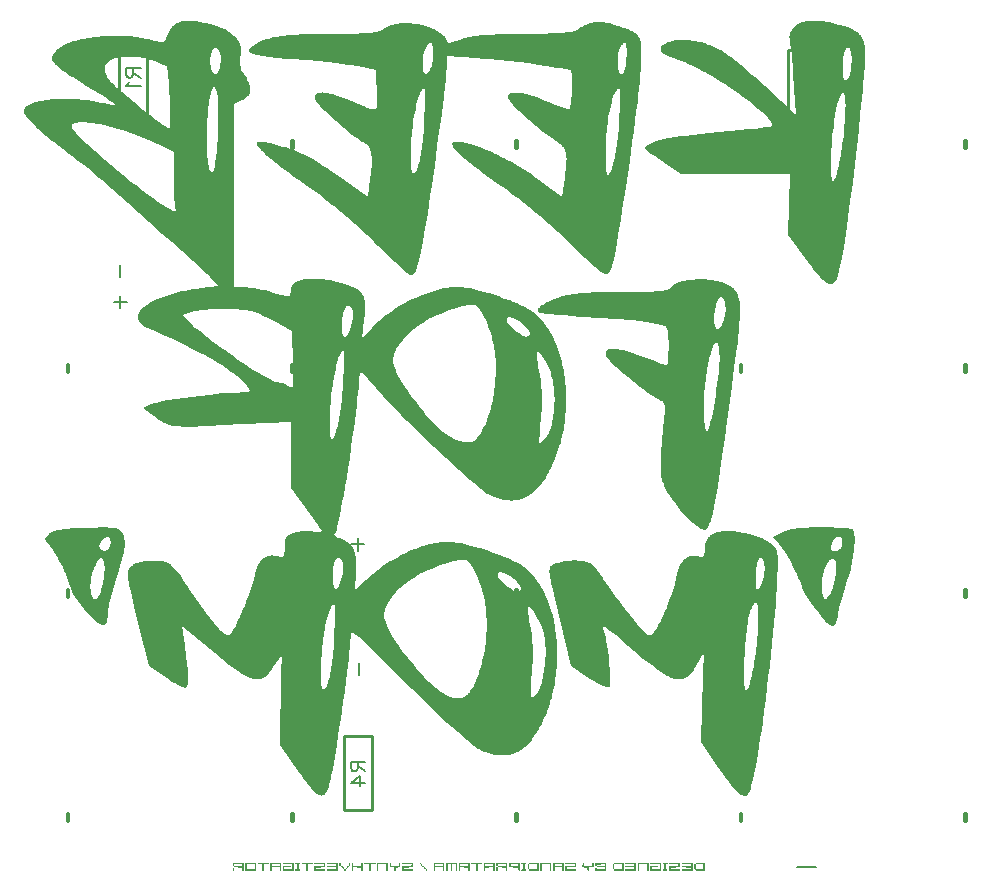
<source format=gbo>
G04 Layer: BottomSilkscreenLayer*
G04 EasyEDA v6.5.9, 2022-07-27 19:44:39*
G04 76ed2510ce1c47f1be3c58ea14bf5d85,facc937cdf584d0a9360c289f8e84b41,10*
G04 Gerber Generator version 0.2*
G04 Scale: 100 percent, Rotated: No, Reflected: No *
G04 Dimensions in millimeters *
G04 leading zeros omitted , absolute positions ,4 integer and 5 decimal *
%FSLAX45Y45*%
%MOMM*%

%ADD10C,0.2032*%
%ADD11C,0.2540*%

%LPD*%
G36*
X-2988970Y-8357514D02*
G01*
X-3068370Y-8358784D01*
X-3069082Y-8365083D01*
X-3069691Y-8368182D01*
X-3070809Y-8370112D01*
X-3072638Y-8371128D01*
X-3075381Y-8371433D01*
X-3002788Y-8371433D01*
X-3002788Y-8410549D01*
X-3069488Y-8410549D01*
X-3069488Y-8371433D01*
X-3075381Y-8371433D01*
X-3078581Y-8371789D01*
X-3080258Y-8374024D01*
X-3080918Y-8379815D01*
X-3080918Y-8402116D01*
X-3080258Y-8407958D01*
X-3078581Y-8410194D01*
X-3072638Y-8410803D01*
X-3070809Y-8411819D01*
X-3069691Y-8413750D01*
X-3069082Y-8416848D01*
X-3068370Y-8423198D01*
X-2988970Y-8424418D01*
G37*
G36*
X-4290872Y-8357514D02*
G01*
X-4384040Y-8358784D01*
X-4384040Y-8423198D01*
X-4371390Y-8424621D01*
X-4371390Y-8371433D01*
X-4304690Y-8371433D01*
X-4304690Y-8424316D01*
X-4290872Y-8424316D01*
G37*
G36*
X-5673293Y-8357514D02*
G01*
X-5766460Y-8358784D01*
X-5767730Y-8424316D01*
X-5753811Y-8424316D01*
X-5753811Y-8371433D01*
X-5687110Y-8371433D01*
X-5687110Y-8424316D01*
X-5673293Y-8424316D01*
G37*
G36*
X-6682740Y-8357514D02*
G01*
X-6776212Y-8358784D01*
X-6776212Y-8364524D01*
X-6775856Y-8367826D01*
X-6773570Y-8369604D01*
X-6767575Y-8370468D01*
X-6735978Y-8371586D01*
X-6735978Y-8424316D01*
X-6722160Y-8424316D01*
X-6722160Y-8371636D01*
X-6692239Y-8370468D01*
X-6686550Y-8369553D01*
X-6684213Y-8367572D01*
X-6683502Y-8363915D01*
G37*
G36*
X-3186785Y-8357616D02*
G01*
X-3186785Y-8371433D01*
X-3108604Y-8371433D01*
X-3108604Y-8385251D01*
X-3186785Y-8385251D01*
X-3186785Y-8396630D01*
X-3109772Y-8397900D01*
X-3108299Y-8410549D01*
X-3186785Y-8410549D01*
X-3186785Y-8424316D01*
X-3094786Y-8424316D01*
X-3094786Y-8357616D01*
G37*
G36*
X-3295243Y-8357616D02*
G01*
X-3293770Y-8370265D01*
X-3214116Y-8371535D01*
X-3215538Y-8384082D01*
X-3294887Y-8385352D01*
X-3294887Y-8424316D01*
X-3200603Y-8424316D01*
X-3200603Y-8410549D01*
X-3281426Y-8410549D01*
X-3279952Y-8397900D01*
X-3200603Y-8396630D01*
X-3200603Y-8357616D01*
G37*
G36*
X-3348126Y-8357616D02*
G01*
X-3347415Y-8363966D01*
X-3346754Y-8367064D01*
X-3345535Y-8369147D01*
X-3343452Y-8370366D01*
X-3340354Y-8371027D01*
X-3334004Y-8371738D01*
X-3334004Y-8410244D01*
X-3340354Y-8410956D01*
X-3343452Y-8411616D01*
X-3345535Y-8412835D01*
X-3346754Y-8414867D01*
X-3347415Y-8418017D01*
X-3348126Y-8424316D01*
X-3306114Y-8424316D01*
X-3306826Y-8418017D01*
X-3307486Y-8414867D01*
X-3308705Y-8412835D01*
X-3310788Y-8411616D01*
X-3313887Y-8410956D01*
X-3320237Y-8410244D01*
X-3320237Y-8371738D01*
X-3313887Y-8371027D01*
X-3310788Y-8370366D01*
X-3308705Y-8369147D01*
X-3307486Y-8367064D01*
X-3306826Y-8363966D01*
X-3306114Y-8357616D01*
G37*
G36*
X-3453942Y-8357616D02*
G01*
X-3452469Y-8370265D01*
X-3373120Y-8371535D01*
X-3373120Y-8410549D01*
X-3439820Y-8410549D01*
X-3439820Y-8396732D01*
X-3386937Y-8396732D01*
X-3386937Y-8385251D01*
X-3453637Y-8385251D01*
X-3453637Y-8424316D01*
X-3359302Y-8424316D01*
X-3359454Y-8380018D01*
X-3359759Y-8369604D01*
X-3360267Y-8362289D01*
X-3360826Y-8359140D01*
X-3362096Y-8358835D01*
X-3369564Y-8358327D01*
X-3382365Y-8357870D01*
X-3398926Y-8357666D01*
G37*
G36*
X-3559454Y-8357616D02*
G01*
X-3559454Y-8424316D01*
X-3545636Y-8424316D01*
X-3545636Y-8371433D01*
X-3481222Y-8371433D01*
X-3481222Y-8424316D01*
X-3467404Y-8424316D01*
X-3467404Y-8357616D01*
G37*
G36*
X-3665220Y-8357616D02*
G01*
X-3665220Y-8371433D01*
X-3587038Y-8371433D01*
X-3587038Y-8385251D01*
X-3665220Y-8385251D01*
X-3665220Y-8396732D01*
X-3587038Y-8396732D01*
X-3587038Y-8410549D01*
X-3665220Y-8410549D01*
X-3665220Y-8424316D01*
X-3573221Y-8424316D01*
X-3573221Y-8357616D01*
G37*
G36*
X-3759555Y-8357616D02*
G01*
X-3759555Y-8364524D01*
X-3759758Y-8368080D01*
X-3760622Y-8370163D01*
X-3762349Y-8371179D01*
X-3765296Y-8371433D01*
X-3692855Y-8371433D01*
X-3692855Y-8410549D01*
X-3759555Y-8410549D01*
X-3759555Y-8371433D01*
X-3765296Y-8371433D01*
X-3768598Y-8371789D01*
X-3770325Y-8373973D01*
X-3770934Y-8379764D01*
X-3770934Y-8402167D01*
X-3770325Y-8408009D01*
X-3768598Y-8410194D01*
X-3762349Y-8410803D01*
X-3760622Y-8411819D01*
X-3759758Y-8413902D01*
X-3759555Y-8417458D01*
X-3759555Y-8424316D01*
X-3679037Y-8424316D01*
X-3679037Y-8357616D01*
G37*
G36*
X-3918254Y-8357616D02*
G01*
X-3918153Y-8379104D01*
X-3917442Y-8383219D01*
X-3915765Y-8384895D01*
X-3912666Y-8385251D01*
X-3909923Y-8384946D01*
X-3908044Y-8383930D01*
X-3906926Y-8382000D01*
X-3906316Y-8378901D01*
X-3905605Y-8372602D01*
X-3840073Y-8371331D01*
X-3840073Y-8385251D01*
X-3904437Y-8385251D01*
X-3904437Y-8396732D01*
X-3840073Y-8396732D01*
X-3840073Y-8410549D01*
X-3906774Y-8410549D01*
X-3906774Y-8403640D01*
X-3906977Y-8400084D01*
X-3907790Y-8398002D01*
X-3909568Y-8396986D01*
X-3912514Y-8396732D01*
X-3915714Y-8397036D01*
X-3917442Y-8398713D01*
X-3918153Y-8402828D01*
X-3918254Y-8424316D01*
X-3826256Y-8424316D01*
X-3826256Y-8357616D01*
G37*
G36*
X-3945839Y-8357616D02*
G01*
X-3945839Y-8385352D01*
X-4011422Y-8384082D01*
X-4012641Y-8363153D01*
X-4013555Y-8359241D01*
X-4015486Y-8357920D01*
X-4018991Y-8358073D01*
X-4022598Y-8358784D01*
X-4024477Y-8361172D01*
X-4025392Y-8366861D01*
X-4026560Y-8396528D01*
X-3986123Y-8397900D01*
X-3984904Y-8418626D01*
X-3983939Y-8422589D01*
X-3981805Y-8424113D01*
X-3977944Y-8424316D01*
X-3974033Y-8424113D01*
X-3972001Y-8422589D01*
X-3971290Y-8418474D01*
X-3971137Y-8396732D01*
X-3932072Y-8396732D01*
X-3932072Y-8357616D01*
G37*
G36*
X-4171289Y-8357616D02*
G01*
X-4171289Y-8371433D01*
X-4090466Y-8371433D01*
X-4091940Y-8384082D01*
X-4171289Y-8385352D01*
X-4171289Y-8424316D01*
X-4079290Y-8424316D01*
X-4079290Y-8410549D01*
X-4157472Y-8410549D01*
X-4157472Y-8396732D01*
X-4079290Y-8396732D01*
X-4079290Y-8357616D01*
G37*
G36*
X-4277106Y-8357616D02*
G01*
X-4277106Y-8371433D01*
X-4198874Y-8371433D01*
X-4198874Y-8385251D01*
X-4263288Y-8385251D01*
X-4263288Y-8371433D01*
X-4277106Y-8371433D01*
X-4277106Y-8424316D01*
X-4263288Y-8424316D01*
X-4263288Y-8396732D01*
X-4199128Y-8396732D01*
X-4197908Y-8417306D01*
X-4196892Y-8421370D01*
X-4194911Y-8423198D01*
X-4191406Y-8423910D01*
X-4185056Y-8424621D01*
X-4185056Y-8357616D01*
G37*
G36*
X-4477207Y-8357616D02*
G01*
X-4477207Y-8364524D01*
X-4477410Y-8368182D01*
X-4478324Y-8370265D01*
X-4480458Y-8371230D01*
X-4484116Y-8371433D01*
X-4410506Y-8371433D01*
X-4410506Y-8410549D01*
X-4477207Y-8410549D01*
X-4477207Y-8371433D01*
X-4491024Y-8371433D01*
X-4491024Y-8410549D01*
X-4484116Y-8410549D01*
X-4480458Y-8410752D01*
X-4478324Y-8411667D01*
X-4477410Y-8413750D01*
X-4477207Y-8417458D01*
X-4477207Y-8424316D01*
X-4396689Y-8424316D01*
X-4396689Y-8357616D01*
G37*
G36*
X-4544212Y-8357616D02*
G01*
X-4543501Y-8363966D01*
X-4542840Y-8367064D01*
X-4541621Y-8369147D01*
X-4539538Y-8370366D01*
X-4536440Y-8371027D01*
X-4530090Y-8371738D01*
X-4530090Y-8410244D01*
X-4536440Y-8410956D01*
X-4539538Y-8411616D01*
X-4541621Y-8412835D01*
X-4542840Y-8414867D01*
X-4543501Y-8418017D01*
X-4544212Y-8424316D01*
X-4502200Y-8424316D01*
X-4502912Y-8418017D01*
X-4503572Y-8414867D01*
X-4504791Y-8412835D01*
X-4506874Y-8411616D01*
X-4509973Y-8410956D01*
X-4516323Y-8410244D01*
X-4516323Y-8371738D01*
X-4509973Y-8371027D01*
X-4506874Y-8370366D01*
X-4504791Y-8369147D01*
X-4503572Y-8367064D01*
X-4502912Y-8363966D01*
X-4502200Y-8357616D01*
G37*
G36*
X-4649724Y-8357616D02*
G01*
X-4649724Y-8371433D01*
X-4568901Y-8371433D01*
X-4570374Y-8384082D01*
X-4635906Y-8385352D01*
X-4635906Y-8371433D01*
X-4649724Y-8371433D01*
X-4649724Y-8396630D01*
X-4570374Y-8397900D01*
X-4569155Y-8418372D01*
X-4568240Y-8422335D01*
X-4566462Y-8424011D01*
X-4563364Y-8424316D01*
X-4557725Y-8424316D01*
X-4557725Y-8357616D01*
G37*
G36*
X-4755540Y-8357616D02*
G01*
X-4755540Y-8371433D01*
X-4674717Y-8371433D01*
X-4676190Y-8384082D01*
X-4741722Y-8385352D01*
X-4741722Y-8371433D01*
X-4755540Y-8371433D01*
X-4755540Y-8385251D01*
X-4748631Y-8385251D01*
X-4745075Y-8385454D01*
X-4742992Y-8386267D01*
X-4741976Y-8388045D01*
X-4741722Y-8390991D01*
X-4741976Y-8393938D01*
X-4742992Y-8395665D01*
X-4745075Y-8396528D01*
X-4748631Y-8396732D01*
X-4755540Y-8396732D01*
X-4755540Y-8424316D01*
X-4741722Y-8424316D01*
X-4741722Y-8396630D01*
X-4676190Y-8397900D01*
X-4674971Y-8418372D01*
X-4674057Y-8422335D01*
X-4672279Y-8424011D01*
X-4669129Y-8424316D01*
X-4663490Y-8424316D01*
X-4663490Y-8357616D01*
G37*
G36*
X-4863642Y-8357616D02*
G01*
X-4863642Y-8371433D01*
X-4783124Y-8371433D01*
X-4783124Y-8385352D01*
X-4848656Y-8384082D01*
X-4850130Y-8371433D01*
X-4863642Y-8371433D01*
X-4863642Y-8424316D01*
X-4856835Y-8424316D01*
X-4852974Y-8424113D01*
X-4850841Y-8422589D01*
X-4849876Y-8418626D01*
X-4848656Y-8397900D01*
X-4783124Y-8396630D01*
X-4783124Y-8424316D01*
X-4769307Y-8424316D01*
X-4769307Y-8357616D01*
G37*
G36*
X-4969764Y-8357616D02*
G01*
X-4969002Y-8363966D01*
X-4968290Y-8367623D01*
X-4965852Y-8369553D01*
X-4959756Y-8370468D01*
X-4928057Y-8371586D01*
X-4928057Y-8424621D01*
X-4915357Y-8423198D01*
X-4914087Y-8371636D01*
X-4884318Y-8370468D01*
X-4878628Y-8369553D01*
X-4876292Y-8367623D01*
X-4875530Y-8363966D01*
X-4874818Y-8357616D01*
G37*
G36*
X-5075224Y-8357616D02*
G01*
X-5075224Y-8371433D01*
X-4994452Y-8371433D01*
X-4995875Y-8384082D01*
X-5061458Y-8385352D01*
X-5061458Y-8371433D01*
X-5075224Y-8371433D01*
X-5075224Y-8424316D01*
X-5061458Y-8424316D01*
X-5061458Y-8396630D01*
X-4995875Y-8397900D01*
X-4994656Y-8418626D01*
X-4993690Y-8422589D01*
X-4991608Y-8424113D01*
X-4987747Y-8424316D01*
X-4980940Y-8424316D01*
X-4980940Y-8357616D01*
G37*
G36*
X-5181041Y-8357616D02*
G01*
X-5181041Y-8424316D01*
X-5167274Y-8424316D01*
X-5167274Y-8371433D01*
X-5141925Y-8371433D01*
X-5141925Y-8424316D01*
X-5128158Y-8424316D01*
X-5128158Y-8371433D01*
X-5100523Y-8371433D01*
X-5100523Y-8424621D01*
X-5087874Y-8423198D01*
X-5087112Y-8381593D01*
X-5087112Y-8371484D01*
X-5087366Y-8364118D01*
X-5087772Y-8360613D01*
X-5088585Y-8359851D01*
X-5090464Y-8359190D01*
X-5093665Y-8358682D01*
X-5104587Y-8357971D01*
X-5122722Y-8357666D01*
G37*
G36*
X-5286857Y-8357616D02*
G01*
X-5286857Y-8371433D01*
X-5208676Y-8371433D01*
X-5208676Y-8385251D01*
X-5273040Y-8385251D01*
X-5273040Y-8371433D01*
X-5286857Y-8371433D01*
X-5286857Y-8424621D01*
X-5280558Y-8423910D01*
X-5277002Y-8423198D01*
X-5275021Y-8421370D01*
X-5274056Y-8417306D01*
X-5272836Y-8396732D01*
X-5208676Y-8396732D01*
X-5208676Y-8424316D01*
X-5194858Y-8424316D01*
X-5194858Y-8357616D01*
G37*
G36*
X-5400700Y-8357616D02*
G01*
X-5403646Y-8357870D01*
X-5405424Y-8358886D01*
X-5406237Y-8361019D01*
X-5406491Y-8364524D01*
X-5406237Y-8368080D01*
X-5405424Y-8370163D01*
X-5403646Y-8371179D01*
X-5400700Y-8371433D01*
X-5397754Y-8371179D01*
X-5396026Y-8370163D01*
X-5395163Y-8368080D01*
X-5394960Y-8364524D01*
X-5395163Y-8361019D01*
X-5396026Y-8358886D01*
X-5397754Y-8357870D01*
G37*
G36*
X-5553659Y-8357616D02*
G01*
X-5553659Y-8371433D01*
X-5472887Y-8371433D01*
X-5474309Y-8384082D01*
X-5553659Y-8385352D01*
X-5553659Y-8424316D01*
X-5459069Y-8424316D01*
X-5460542Y-8411667D01*
X-5540197Y-8410448D01*
X-5538724Y-8397900D01*
X-5459374Y-8396630D01*
X-5459374Y-8357616D01*
G37*
G36*
X-5659475Y-8357616D02*
G01*
X-5659475Y-8396732D01*
X-5620410Y-8396732D01*
X-5620258Y-8418474D01*
X-5619546Y-8422589D01*
X-5617514Y-8424113D01*
X-5613603Y-8424316D01*
X-5609742Y-8424113D01*
X-5607608Y-8422589D01*
X-5606643Y-8418626D01*
X-5605424Y-8397900D01*
X-5567476Y-8396528D01*
X-5567578Y-8365998D01*
X-5568238Y-8360206D01*
X-5569915Y-8357971D01*
X-5573115Y-8357616D01*
X-5576214Y-8357971D01*
X-5577992Y-8359648D01*
X-5578906Y-8363610D01*
X-5580126Y-8384082D01*
X-5645708Y-8385352D01*
X-5645708Y-8357616D01*
G37*
G36*
X-5873699Y-8357616D02*
G01*
X-5872988Y-8363966D01*
X-5872226Y-8367623D01*
X-5869787Y-8369553D01*
X-5863742Y-8370468D01*
X-5831992Y-8371586D01*
X-5831992Y-8424316D01*
X-5818174Y-8424316D01*
X-5818174Y-8371636D01*
X-5788304Y-8370468D01*
X-5782614Y-8369553D01*
X-5780278Y-8367623D01*
X-5779516Y-8363966D01*
X-5778804Y-8357616D01*
G37*
G36*
X-5979210Y-8357616D02*
G01*
X-5979210Y-8424316D01*
X-5965393Y-8424316D01*
X-5965393Y-8396630D01*
X-5899861Y-8397900D01*
X-5898642Y-8418626D01*
X-5897676Y-8422589D01*
X-5895543Y-8424113D01*
X-5891682Y-8424316D01*
X-5884926Y-8424316D01*
X-5884926Y-8357616D01*
X-5891682Y-8357616D01*
X-5895543Y-8357870D01*
X-5897676Y-8359394D01*
X-5898642Y-8363305D01*
X-5899861Y-8384082D01*
X-5965393Y-8385352D01*
X-5965393Y-8357616D01*
G37*
G36*
X-6085230Y-8357616D02*
G01*
X-6084011Y-8378240D01*
X-6083046Y-8382253D01*
X-6081064Y-8384082D01*
X-6074460Y-8385403D01*
X-6072530Y-8386521D01*
X-6071514Y-8388350D01*
X-6070955Y-8393988D01*
X-6069939Y-8395716D01*
X-6067856Y-8396528D01*
X-6060643Y-8396935D01*
X-6058560Y-8397900D01*
X-6057646Y-8399983D01*
X-6057188Y-8407146D01*
X-6056376Y-8409279D01*
X-6054598Y-8410295D01*
X-6048705Y-8410803D01*
X-6046978Y-8411819D01*
X-6046114Y-8413902D01*
X-6045708Y-8421116D01*
X-6044742Y-8423198D01*
X-6042660Y-8424113D01*
X-6039002Y-8424316D01*
X-6035344Y-8424113D01*
X-6033262Y-8423198D01*
X-6032347Y-8421116D01*
X-6031890Y-8413750D01*
X-6030976Y-8411667D01*
X-6028893Y-8410752D01*
X-6021527Y-8410295D01*
X-6019444Y-8409381D01*
X-6018530Y-8407298D01*
X-6018123Y-8399983D01*
X-6017158Y-8397900D01*
X-6015075Y-8396935D01*
X-6007912Y-8396528D01*
X-6005779Y-8395716D01*
X-6004763Y-8393988D01*
X-6004204Y-8388350D01*
X-6003188Y-8386521D01*
X-6001258Y-8385403D01*
X-5994755Y-8384133D01*
X-5992774Y-8382558D01*
X-5991707Y-8379459D01*
X-5990945Y-8369909D01*
X-5991250Y-8362848D01*
X-5991656Y-8360816D01*
X-5992571Y-8359597D01*
X-5994196Y-8358581D01*
X-5996330Y-8357870D01*
X-5998667Y-8357616D01*
X-6001969Y-8357920D01*
X-6003696Y-8359546D01*
X-6004407Y-8363712D01*
X-6004509Y-8385251D01*
X-6011418Y-8385251D01*
X-6014923Y-8385454D01*
X-6017006Y-8386267D01*
X-6018072Y-8387994D01*
X-6018580Y-8393582D01*
X-6019596Y-8395411D01*
X-6021578Y-8396528D01*
X-6027775Y-8397798D01*
X-6029807Y-8399018D01*
X-6031026Y-8401100D01*
X-6032347Y-8407450D01*
X-6033516Y-8409381D01*
X-6035700Y-8410295D01*
X-6039154Y-8410549D01*
X-6042761Y-8410295D01*
X-6044793Y-8409381D01*
X-6045708Y-8407298D01*
X-6046114Y-8400084D01*
X-6046978Y-8398002D01*
X-6048705Y-8396986D01*
X-6054496Y-8396478D01*
X-6056274Y-8395563D01*
X-6057188Y-8393836D01*
X-6057696Y-8388045D01*
X-6058662Y-8386267D01*
X-6060795Y-8385454D01*
X-6064300Y-8385251D01*
X-6071209Y-8385251D01*
X-6071209Y-8357616D01*
G37*
G36*
X-6191148Y-8357616D02*
G01*
X-6189675Y-8370265D01*
X-6112611Y-8371535D01*
X-6112611Y-8385251D01*
X-6190843Y-8385251D01*
X-6190843Y-8396732D01*
X-6112611Y-8396732D01*
X-6112611Y-8410549D01*
X-6190843Y-8410549D01*
X-6190843Y-8424316D01*
X-6098794Y-8424316D01*
X-6098794Y-8357616D01*
G37*
G36*
X-6296609Y-8357616D02*
G01*
X-6296609Y-8371433D01*
X-6218428Y-8371433D01*
X-6218428Y-8385251D01*
X-6296609Y-8385251D01*
X-6296609Y-8424316D01*
X-6204610Y-8424316D01*
X-6204610Y-8410549D01*
X-6285433Y-8410549D01*
X-6283960Y-8397900D01*
X-6204610Y-8396630D01*
X-6204610Y-8357616D01*
G37*
G36*
X-6405067Y-8357616D02*
G01*
X-6404305Y-8363966D01*
X-6403594Y-8367623D01*
X-6401155Y-8369553D01*
X-6395059Y-8370468D01*
X-6363360Y-8371586D01*
X-6363360Y-8424316D01*
X-6351828Y-8424316D01*
X-6351828Y-8371586D01*
X-6320078Y-8370468D01*
X-6314033Y-8369553D01*
X-6311595Y-8367623D01*
X-6310833Y-8363966D01*
X-6310122Y-8357616D01*
G37*
G36*
X-6457950Y-8357616D02*
G01*
X-6457238Y-8363966D01*
X-6456578Y-8367064D01*
X-6455359Y-8369147D01*
X-6453276Y-8370366D01*
X-6450177Y-8371027D01*
X-6443827Y-8371738D01*
X-6443827Y-8410549D01*
X-6450736Y-8410549D01*
X-6454394Y-8410752D01*
X-6456527Y-8411667D01*
X-6457442Y-8413800D01*
X-6457645Y-8417509D01*
X-6457645Y-8424519D01*
X-6426047Y-8423351D01*
X-6420053Y-8422538D01*
X-6417767Y-8420709D01*
X-6417411Y-8417458D01*
X-6417665Y-8414562D01*
X-6418681Y-8412683D01*
X-6420612Y-8411565D01*
X-6423710Y-8410956D01*
X-6430060Y-8410244D01*
X-6429959Y-8379714D01*
X-6429298Y-8373922D01*
X-6427571Y-8371738D01*
X-6424218Y-8371433D01*
X-6420205Y-8370620D01*
X-6417513Y-8368385D01*
X-6416395Y-8365134D01*
X-6417056Y-8361070D01*
X-6418630Y-8359394D01*
X-6422237Y-8358327D01*
X-6428486Y-8357768D01*
G37*
G36*
X-6563766Y-8357616D02*
G01*
X-6562293Y-8370265D01*
X-6482943Y-8371535D01*
X-6482943Y-8410549D01*
X-6549644Y-8410549D01*
X-6549644Y-8396732D01*
X-6496761Y-8396732D01*
X-6496761Y-8385251D01*
X-6563461Y-8385251D01*
X-6563461Y-8424316D01*
X-6469126Y-8424316D01*
X-6469278Y-8380018D01*
X-6469583Y-8369604D01*
X-6470091Y-8362289D01*
X-6470700Y-8359140D01*
X-6471920Y-8358835D01*
X-6479387Y-8358327D01*
X-6492189Y-8357870D01*
X-6508750Y-8357666D01*
G37*
G36*
X-6669278Y-8357616D02*
G01*
X-6669278Y-8371433D01*
X-6591046Y-8371433D01*
X-6591046Y-8385251D01*
X-6655460Y-8385251D01*
X-6655460Y-8371433D01*
X-6669278Y-8371433D01*
X-6669278Y-8424621D01*
X-6662928Y-8423910D01*
X-6659422Y-8423198D01*
X-6657441Y-8421370D01*
X-6656425Y-8417306D01*
X-6655206Y-8396732D01*
X-6591046Y-8396732D01*
X-6591046Y-8424316D01*
X-6577279Y-8424316D01*
X-6577279Y-8357616D01*
G37*
G36*
X-6883196Y-8357616D02*
G01*
X-6883196Y-8371433D01*
X-6802678Y-8371433D01*
X-6802678Y-8410549D01*
X-6869379Y-8410549D01*
X-6869379Y-8371433D01*
X-6883196Y-8371433D01*
X-6883196Y-8424316D01*
X-6788861Y-8424316D01*
X-6788861Y-8357616D01*
G37*
G36*
X-6989216Y-8357616D02*
G01*
X-6988466Y-8371433D01*
X-6908190Y-8371433D01*
X-6909612Y-8384082D01*
X-6975195Y-8385352D01*
X-6975195Y-8371433D01*
X-6988466Y-8371433D01*
X-6987997Y-8378240D01*
X-6987031Y-8382253D01*
X-6985050Y-8384082D01*
X-6978446Y-8385403D01*
X-6976516Y-8386521D01*
X-6975500Y-8388299D01*
X-6975195Y-8390991D01*
X-6975500Y-8393633D01*
X-6976516Y-8395462D01*
X-6978446Y-8396528D01*
X-6985050Y-8397849D01*
X-6987031Y-8399678D01*
X-6987997Y-8403742D01*
X-6989216Y-8424316D01*
X-6975195Y-8424316D01*
X-6975195Y-8396630D01*
X-6909612Y-8397900D01*
X-6908444Y-8418626D01*
X-6907428Y-8422589D01*
X-6905345Y-8424113D01*
X-6901484Y-8424316D01*
X-6894677Y-8424316D01*
X-6894677Y-8357616D01*
G37*
G36*
X-5386933Y-8371433D02*
G01*
X-5389880Y-8371687D01*
X-5391607Y-8372703D01*
X-5392470Y-8374786D01*
X-5392674Y-8378342D01*
X-5392470Y-8381847D01*
X-5391607Y-8383981D01*
X-5389880Y-8384997D01*
X-5384088Y-8385505D01*
X-5382310Y-8386368D01*
X-5381396Y-8388146D01*
X-5380888Y-8393938D01*
X-5379923Y-8395665D01*
X-5377789Y-8396528D01*
X-5370576Y-8396935D01*
X-5368493Y-8397900D01*
X-5367578Y-8399983D01*
X-5367172Y-8407298D01*
X-5366207Y-8409381D01*
X-5364124Y-8410295D01*
X-5356809Y-8410752D01*
X-5354726Y-8411667D01*
X-5353761Y-8413750D01*
X-5353354Y-8421116D01*
X-5352389Y-8423198D01*
X-5350256Y-8424113D01*
X-5346496Y-8424316D01*
X-5342737Y-8424164D01*
X-5340705Y-8423300D01*
X-5339994Y-8421420D01*
X-5340197Y-8418017D01*
X-5340807Y-8414918D01*
X-5342026Y-8412835D01*
X-5344058Y-8411616D01*
X-5350103Y-8410346D01*
X-5352135Y-8409127D01*
X-5353354Y-8407095D01*
X-5354624Y-8401050D01*
X-5355894Y-8399018D01*
X-5357926Y-8397798D01*
X-5364124Y-8396528D01*
X-5366054Y-8395411D01*
X-5367070Y-8393582D01*
X-5367629Y-8387994D01*
X-5368645Y-8386267D01*
X-5370728Y-8385454D01*
X-5377942Y-8384997D01*
X-5380024Y-8384082D01*
X-5380939Y-8382000D01*
X-5381396Y-8374786D01*
X-5382209Y-8372703D01*
X-5383987Y-8371687D01*
G37*
G36*
X-2069998Y-1226616D02*
G01*
X-2082088Y-1226820D01*
X-2093772Y-1227328D01*
X-2105202Y-1228140D01*
X-2116226Y-1229309D01*
X-2126945Y-1230731D01*
X-2137308Y-1232509D01*
X-2147366Y-1234541D01*
X-2157018Y-1236929D01*
X-2166315Y-1239621D01*
X-2175256Y-1242618D01*
X-2183841Y-1245971D01*
X-2192020Y-1249578D01*
X-2199843Y-1253490D01*
X-2207260Y-1257757D01*
X-2214321Y-1262329D01*
X-2220976Y-1267155D01*
X-2227173Y-1272336D01*
X-2233015Y-1277823D01*
X-2238146Y-1283106D01*
X-2242972Y-1288440D01*
X-2251506Y-1299108D01*
X-2255316Y-1304442D01*
X-2261870Y-1315212D01*
X-2264613Y-1320596D01*
X-2267051Y-1325981D01*
X-2269134Y-1331366D01*
X-2270861Y-1336802D01*
X-2272284Y-1342237D01*
X-2273350Y-1347673D01*
X-2274112Y-1353058D01*
X-2274468Y-1358544D01*
X-2274519Y-1363980D01*
X-2274265Y-1369415D01*
X-2273655Y-1374851D01*
X-2272639Y-1380337D01*
X-2269998Y-1391666D01*
X-2268016Y-1402740D01*
X-2265934Y-1417218D01*
X-2261362Y-1455216D01*
X-2256485Y-1503629D01*
X-2251506Y-1560271D01*
X-2247215Y-1614576D01*
X-1824024Y-1614576D01*
X-1823618Y-1592630D01*
X-1822500Y-1570888D01*
X-1821332Y-1556867D01*
X-1819808Y-1543354D01*
X-1817979Y-1530502D01*
X-1815846Y-1518564D01*
X-1813306Y-1507591D01*
X-1810461Y-1497838D01*
X-1806498Y-1487576D01*
X-1801774Y-1477264D01*
X-1796999Y-1468882D01*
X-1794611Y-1465376D01*
X-1792224Y-1462328D01*
X-1787499Y-1457553D01*
X-1785162Y-1455877D01*
X-1782876Y-1454607D01*
X-1780590Y-1453794D01*
X-1778355Y-1453388D01*
X-1776171Y-1453438D01*
X-1774037Y-1453896D01*
X-1771954Y-1454759D01*
X-1769922Y-1456080D01*
X-1767941Y-1457756D01*
X-1766011Y-1459890D01*
X-1764182Y-1462379D01*
X-1762404Y-1465275D01*
X-1759102Y-1472234D01*
X-1756156Y-1480667D01*
X-1753616Y-1490624D01*
X-1751533Y-1502054D01*
X-1749907Y-1514856D01*
X-1748739Y-1529029D01*
X-1748180Y-1544574D01*
X-1748129Y-1562049D01*
X-1748485Y-1579981D01*
X-1749247Y-1596999D01*
X-1750314Y-1613154D01*
X-1751736Y-1628394D01*
X-1753514Y-1642668D01*
X-1755648Y-1655978D01*
X-1758035Y-1668322D01*
X-1760829Y-1679651D01*
X-1763877Y-1689963D01*
X-1767230Y-1699209D01*
X-1770938Y-1707388D01*
X-1774901Y-1714449D01*
X-1779117Y-1720392D01*
X-1783638Y-1725218D01*
X-1788464Y-1728825D01*
X-1790954Y-1730197D01*
X-1796135Y-1732076D01*
X-1798878Y-1732534D01*
X-1801622Y-1732686D01*
X-1803298Y-1732432D01*
X-1804974Y-1731619D01*
X-1806549Y-1730298D01*
X-1808073Y-1728520D01*
X-1809546Y-1726234D01*
X-1812239Y-1720392D01*
X-1814677Y-1712925D01*
X-1816862Y-1703984D01*
X-1818741Y-1693773D01*
X-1820367Y-1682394D01*
X-1821688Y-1670100D01*
X-1822704Y-1656994D01*
X-1823466Y-1643278D01*
X-1823872Y-1629054D01*
X-1824024Y-1614576D01*
X-2247215Y-1614576D01*
X-2242566Y-1681327D01*
X-2222246Y-2024786D01*
X-2479700Y-1782521D01*
X-2535834Y-1730603D01*
X-2562402Y-1706473D01*
X-2588056Y-1683512D01*
X-2636774Y-1640992D01*
X-2659938Y-1621383D01*
X-2682341Y-1602841D01*
X-2704033Y-1585264D01*
X-2725115Y-1568704D01*
X-2745536Y-1553108D01*
X-2765450Y-1538427D01*
X-2784805Y-1524660D01*
X-2803652Y-1511706D01*
X-2822143Y-1499666D01*
X-2840177Y-1488389D01*
X-2857906Y-1477873D01*
X-2875381Y-1468120D01*
X-2892552Y-1459077D01*
X-2909570Y-1450746D01*
X-2926384Y-1443024D01*
X-2947263Y-1434287D01*
X-2959760Y-1429461D01*
X-2972206Y-1424990D01*
X-2992983Y-1418132D01*
X-3018129Y-1410970D01*
X-3043529Y-1404874D01*
X-3067608Y-1399997D01*
X-3080664Y-1397762D01*
X-3093516Y-1395831D01*
X-3118815Y-1392834D01*
X-3143351Y-1390954D01*
X-3167075Y-1390142D01*
X-3178606Y-1390091D01*
X-3200958Y-1390751D01*
X-3222294Y-1392326D01*
X-3242462Y-1394764D01*
X-3261461Y-1398016D01*
X-3270453Y-1399895D01*
X-3287471Y-1404213D01*
X-3303066Y-1409192D01*
X-3310331Y-1411935D01*
X-3317138Y-1414780D01*
X-3323590Y-1417777D01*
X-3329635Y-1420926D01*
X-3335223Y-1424178D01*
X-3340404Y-1427530D01*
X-3345129Y-1431036D01*
X-3349396Y-1434592D01*
X-3353257Y-1438249D01*
X-3356559Y-1442008D01*
X-3359404Y-1445869D01*
X-3361791Y-1449781D01*
X-3363620Y-1453743D01*
X-3364941Y-1457756D01*
X-3365703Y-1461871D01*
X-3365957Y-1465986D01*
X-3365652Y-1470152D01*
X-3364788Y-1474368D01*
X-3363366Y-1478584D01*
X-3361334Y-1482801D01*
X-3358692Y-1487068D01*
X-3355492Y-1491284D01*
X-3351631Y-1495552D01*
X-3347161Y-1499768D01*
X-3342030Y-1503984D01*
X-3336239Y-1508150D01*
X-3329838Y-1512265D01*
X-3322726Y-1516380D01*
X-3314954Y-1520444D01*
X-3306470Y-1524457D01*
X-3297275Y-1528368D01*
X-3287369Y-1532280D01*
X-3276701Y-1536039D01*
X-3235604Y-1549196D01*
X-3210509Y-1558239D01*
X-3184245Y-1568602D01*
X-3156915Y-1580235D01*
X-3134360Y-1590344D01*
X-3105454Y-1604010D01*
X-3075736Y-1618640D01*
X-3039364Y-1637436D01*
X-3014675Y-1650644D01*
X-2989783Y-1664360D01*
X-2964688Y-1678482D01*
X-2933141Y-1696720D01*
X-2907842Y-1711706D01*
X-2876245Y-1730857D01*
X-2851048Y-1746504D01*
X-2819755Y-1766316D01*
X-2788869Y-1786382D01*
X-2764434Y-1802536D01*
X-2734411Y-1822856D01*
X-2693568Y-1851304D01*
X-2665374Y-1871472D01*
X-2643479Y-1887524D01*
X-2601823Y-1919071D01*
X-2572562Y-1942134D01*
X-2554173Y-1957120D01*
X-2536748Y-1971751D01*
X-2520289Y-1985975D01*
X-2504897Y-1999792D01*
X-2490622Y-2013153D01*
X-2477516Y-2025954D01*
X-2465679Y-2038197D01*
X-2455113Y-2049830D01*
X-2445918Y-2060854D01*
X-2438146Y-2071166D01*
X-2431897Y-2080717D01*
X-2427122Y-2089505D01*
X-2425344Y-2093620D01*
X-2423972Y-2097532D01*
X-2423007Y-2101189D01*
X-2422499Y-2104644D01*
X-2422398Y-2107844D01*
X-2422702Y-2110841D01*
X-2423464Y-2113635D01*
X-2424734Y-2116124D01*
X-2426411Y-2118410D01*
X-2428544Y-2120442D01*
X-2431186Y-2122170D01*
X-2434285Y-2123694D01*
X-2440127Y-2125421D01*
X-2448915Y-2127148D01*
X-2477058Y-2131364D01*
X-2517749Y-2136495D01*
X-2569108Y-2142236D01*
X-2629204Y-2148433D01*
X-2696210Y-2154936D01*
X-2786735Y-2163064D01*
X-2870047Y-2170176D01*
X-2952038Y-2177643D01*
X-3026613Y-2185009D01*
X-3094126Y-2192324D01*
X-3155086Y-2199690D01*
X-3209848Y-2207209D01*
X-3235045Y-2210968D01*
X-3258769Y-2214829D01*
X-3281222Y-2218740D01*
X-3307435Y-2223719D01*
X-3326993Y-2227783D01*
X-3345332Y-2231948D01*
X-3366719Y-2237282D01*
X-3382568Y-2241651D01*
X-3401009Y-2247239D01*
X-3417874Y-2253081D01*
X-3430371Y-2257907D01*
X-3442055Y-2262835D01*
X-3455466Y-2269236D01*
X-3475177Y-2279904D01*
X-3481222Y-2283561D01*
X-3486353Y-2287117D01*
X-3490518Y-2290572D01*
X-3493617Y-2294077D01*
X-3494786Y-2295855D01*
X-3495649Y-2297684D01*
X-3496208Y-2299563D01*
X-3496462Y-2301494D01*
X-3496462Y-2303475D01*
X-3496106Y-2305507D01*
X-3494481Y-2309876D01*
X-3491534Y-2314651D01*
X-3487216Y-2319934D01*
X-3481425Y-2325776D01*
X-3474161Y-2332278D01*
X-3465372Y-2339492D01*
X-3454958Y-2347518D01*
X-3442868Y-2356459D01*
X-3413455Y-2377186D01*
X-3376777Y-2402433D01*
X-3296670Y-2456992D01*
X-1922576Y-2456992D01*
X-1922424Y-2424582D01*
X-1921916Y-2397048D01*
X-1921052Y-2368296D01*
X-1919478Y-2331059D01*
X-1917496Y-2292705D01*
X-1915515Y-2261565D01*
X-1910689Y-2199030D01*
X-1907133Y-2160473D01*
X-1903984Y-2130247D01*
X-1900529Y-2100884D01*
X-1895957Y-2065680D01*
X-1891995Y-2039010D01*
X-1887829Y-2013915D01*
X-1883460Y-1990598D01*
X-1878888Y-1969363D01*
X-1873097Y-1946706D01*
X-1868525Y-1930704D01*
X-1863699Y-1915414D01*
X-1858772Y-1900986D01*
X-1853793Y-1887575D01*
X-1848866Y-1875332D01*
X-1843938Y-1864410D01*
X-1839214Y-1854962D01*
X-1834642Y-1847088D01*
X-1830374Y-1840941D01*
X-1826412Y-1836724D01*
X-1824583Y-1835404D01*
X-1822856Y-1834540D01*
X-1821281Y-1834286D01*
X-1819960Y-1834388D01*
X-1817420Y-1835302D01*
X-1815134Y-1837131D01*
X-1812950Y-1839874D01*
X-1810969Y-1843379D01*
X-1809140Y-1847748D01*
X-1807514Y-1852930D01*
X-1806041Y-1858873D01*
X-1804720Y-1865528D01*
X-1802536Y-1880971D01*
X-1800961Y-1899005D01*
X-1799996Y-1919478D01*
X-1799589Y-1942134D01*
X-1799843Y-1973173D01*
X-1800606Y-1999996D01*
X-1801875Y-2028240D01*
X-1803603Y-2057755D01*
X-1805736Y-2088337D01*
X-1809038Y-2127656D01*
X-1812086Y-2159762D01*
X-1816404Y-2200402D01*
X-1821230Y-2241092D01*
X-1825498Y-2273401D01*
X-1829968Y-2305304D01*
X-1834743Y-2336596D01*
X-1839722Y-2366975D01*
X-1846275Y-2403449D01*
X-1851710Y-2431135D01*
X-1857298Y-2457196D01*
X-1863039Y-2481529D01*
X-1868830Y-2503830D01*
X-1874774Y-2523896D01*
X-1880768Y-2541524D01*
X-1883765Y-2549347D01*
X-1886762Y-2556459D01*
X-1889760Y-2562910D01*
X-1892807Y-2568549D01*
X-1895805Y-2573477D01*
X-1898853Y-2577541D01*
X-1901850Y-2580792D01*
X-1903882Y-2582316D01*
X-1905812Y-2582824D01*
X-1907641Y-2582367D01*
X-1909368Y-2580995D01*
X-1910943Y-2578760D01*
X-1912416Y-2575610D01*
X-1913839Y-2571648D01*
X-1915109Y-2566873D01*
X-1917344Y-2554986D01*
X-1919173Y-2540254D01*
X-1920595Y-2522829D01*
X-1921611Y-2503017D01*
X-1922272Y-2480970D01*
X-1922576Y-2456992D01*
X-3296670Y-2456992D01*
X-3189986Y-2529687D01*
X-2267712Y-2525014D01*
X-2283714Y-3040786D01*
X-2117852Y-3269030D01*
X-2094687Y-3299968D01*
X-2072995Y-3328009D01*
X-2052624Y-3353257D01*
X-2033625Y-3375660D01*
X-2015845Y-3395268D01*
X-2007412Y-3404057D01*
X-1999284Y-3412134D01*
X-1991410Y-3419551D01*
X-1983841Y-3426256D01*
X-1976577Y-3432251D01*
X-1969516Y-3437636D01*
X-1962708Y-3442309D01*
X-1956155Y-3446272D01*
X-1949856Y-3449624D01*
X-1943811Y-3452266D01*
X-1937969Y-3454247D01*
X-1932330Y-3455568D01*
X-1926894Y-3456279D01*
X-1921713Y-3456279D01*
X-1916684Y-3455619D01*
X-1911857Y-3454298D01*
X-1907184Y-3452368D01*
X-1902714Y-3449726D01*
X-1898396Y-3446475D01*
X-1894230Y-3442614D01*
X-1890217Y-3438042D01*
X-1886356Y-3432860D01*
X-1882597Y-3427069D01*
X-1878990Y-3420618D01*
X-1875485Y-3413556D01*
X-1872132Y-3405835D01*
X-1868830Y-3397504D01*
X-1865680Y-3388563D01*
X-1862582Y-3378962D01*
X-1856638Y-3357981D01*
X-1851660Y-3337560D01*
X-1845106Y-3307892D01*
X-1837537Y-3270148D01*
X-1831187Y-3236518D01*
X-1823008Y-3190544D01*
X-1816252Y-3150768D01*
X-1804974Y-3080918D01*
X-1788820Y-2974746D01*
X-1776018Y-2885643D01*
X-1757527Y-2750312D01*
X-1738223Y-2600655D01*
X-1719427Y-2446121D01*
X-1709826Y-2364181D01*
X-1694840Y-2230170D01*
X-1686864Y-2156307D01*
X-1672742Y-2018538D01*
X-1660143Y-1885899D01*
X-1654200Y-1818893D01*
X-1649323Y-1760626D01*
X-1643989Y-1692351D01*
X-1637538Y-1599692D01*
X-1635506Y-1564081D01*
X-1634286Y-1531467D01*
X-1633931Y-1501749D01*
X-1634540Y-1474724D01*
X-1636268Y-1450136D01*
X-1637588Y-1438757D01*
X-1639214Y-1427937D01*
X-1641195Y-1417624D01*
X-1643481Y-1407820D01*
X-1646123Y-1398473D01*
X-1649171Y-1389634D01*
X-1652574Y-1381201D01*
X-1656384Y-1373225D01*
X-1660601Y-1365605D01*
X-1665224Y-1358392D01*
X-1670304Y-1351534D01*
X-1675841Y-1344980D01*
X-1681835Y-1338732D01*
X-1688338Y-1332738D01*
X-1695297Y-1327048D01*
X-1702765Y-1321562D01*
X-1710791Y-1316329D01*
X-1719325Y-1311249D01*
X-1728419Y-1306372D01*
X-1738020Y-1301597D01*
X-1748231Y-1296974D01*
X-1759051Y-1292402D01*
X-1782470Y-1283563D01*
X-1808429Y-1274826D01*
X-1836978Y-1265986D01*
X-1853590Y-1261160D01*
X-1886000Y-1252524D01*
X-1901850Y-1248613D01*
X-1932736Y-1241806D01*
X-1962505Y-1236268D01*
X-1976983Y-1233982D01*
X-1991156Y-1232001D01*
X-2005075Y-1230325D01*
X-2018690Y-1228953D01*
X-2032000Y-1227886D01*
X-2057654Y-1226718D01*
G37*
G36*
X-7361631Y-1227074D02*
G01*
X-7372858Y-1227328D01*
X-7383678Y-1227988D01*
X-7394143Y-1229004D01*
X-7404252Y-1230376D01*
X-7414006Y-1232103D01*
X-7423403Y-1234236D01*
X-7432446Y-1236726D01*
X-7441184Y-1239621D01*
X-7449566Y-1242872D01*
X-7457643Y-1246479D01*
X-7465364Y-1250492D01*
X-7472781Y-1254861D01*
X-7479893Y-1259586D01*
X-7486650Y-1264716D01*
X-7493152Y-1270254D01*
X-7499350Y-1276146D01*
X-7505242Y-1282446D01*
X-7510881Y-1289151D01*
X-7516215Y-1296212D01*
X-7521295Y-1303680D01*
X-7526070Y-1311503D01*
X-7530592Y-1319733D01*
X-7534859Y-1328369D01*
X-7538872Y-1337411D01*
X-7542682Y-1346860D01*
X-7546187Y-1356664D01*
X-7552690Y-1377086D01*
X-7555941Y-1385773D01*
X-7557617Y-1389583D01*
X-7561376Y-1396085D01*
X-7563459Y-1398778D01*
X-7565796Y-1401165D01*
X-7568387Y-1403197D01*
X-7571231Y-1404874D01*
X-7574432Y-1406245D01*
X-7577937Y-1407261D01*
X-7581849Y-1407922D01*
X-7586218Y-1408328D01*
X-7591044Y-1408379D01*
X-7602169Y-1407515D01*
X-7615580Y-1405483D01*
X-7631582Y-1402283D01*
X-7650378Y-1397914D01*
X-7697724Y-1385925D01*
X-7722260Y-1379982D01*
X-7747457Y-1374698D01*
X-7760309Y-1372260D01*
X-7786420Y-1367891D01*
X-7813040Y-1364183D01*
X-7846923Y-1360373D01*
X-7874406Y-1357985D01*
X-7888274Y-1357020D01*
X-7916113Y-1355496D01*
X-7944154Y-1354582D01*
X-7972298Y-1354226D01*
X-8000492Y-1354429D01*
X-8028584Y-1355140D01*
X-8056575Y-1356410D01*
X-8091322Y-1358747D01*
X-8105089Y-1359865D01*
X-8125561Y-1361846D01*
X-8159292Y-1365758D01*
X-8192312Y-1370380D01*
X-8218119Y-1374648D01*
X-8249513Y-1380642D01*
X-8273796Y-1385925D01*
X-8297367Y-1391666D01*
X-8314486Y-1396238D01*
X-8336483Y-1402740D01*
X-8357565Y-1409649D01*
X-8382406Y-1418844D01*
X-8396478Y-1424635D01*
X-8414156Y-1432763D01*
X-8430666Y-1441196D01*
X-8445804Y-1450035D01*
X-8459520Y-1459230D01*
X-8465870Y-1463954D01*
X-8471814Y-1468780D01*
X-8477402Y-1473657D01*
X-8482584Y-1478635D01*
X-8487359Y-1483715D01*
X-8491677Y-1488846D01*
X-8495639Y-1494078D01*
X-8501583Y-1502968D01*
X-8508593Y-1514297D01*
X-8513927Y-1524355D01*
X-8515959Y-1528978D01*
X-8517534Y-1533448D01*
X-8518652Y-1537716D01*
X-8519312Y-1541881D01*
X-8519464Y-1545945D01*
X-8519160Y-1550009D01*
X-8518347Y-1554022D01*
X-8517026Y-1558086D01*
X-8515197Y-1562252D01*
X-8512810Y-1566468D01*
X-8509863Y-1570888D01*
X-8506409Y-1575511D01*
X-8502396Y-1580388D01*
X-8492591Y-1590954D01*
X-8480450Y-1602943D01*
X-8461044Y-1620977D01*
X-8450504Y-1629816D01*
X-8070545Y-1629816D01*
X-8069935Y-1621129D01*
X-8069325Y-1616913D01*
X-8068462Y-1612849D01*
X-8066024Y-1604924D01*
X-8064449Y-1601114D01*
X-8060588Y-1593799D01*
X-8055813Y-1586890D01*
X-8053070Y-1583588D01*
X-8046872Y-1577289D01*
X-8043468Y-1574292D01*
X-8035848Y-1568602D01*
X-8027365Y-1563370D01*
X-8017916Y-1558594D01*
X-8007502Y-1554226D01*
X-7997698Y-1550720D01*
X-7987487Y-1547520D01*
X-7976870Y-1544624D01*
X-7965948Y-1541983D01*
X-7954670Y-1539697D01*
X-7943138Y-1537665D01*
X-7931302Y-1535938D01*
X-7919212Y-1534464D01*
X-7906867Y-1533347D01*
X-7894320Y-1532483D01*
X-7881620Y-1531924D01*
X-7868716Y-1531670D01*
X-7855661Y-1531670D01*
X-7829245Y-1532585D01*
X-7802524Y-1534668D01*
X-7775651Y-1537868D01*
X-7755534Y-1541018D01*
X-7742174Y-1543507D01*
X-7728915Y-1546250D01*
X-7715707Y-1549247D01*
X-7702600Y-1552549D01*
X-7679175Y-1559306D01*
X-7178649Y-1559306D01*
X-7178192Y-1544980D01*
X-7177684Y-1537970D01*
X-7175957Y-1524457D01*
X-7174738Y-1518005D01*
X-7173264Y-1511808D01*
X-7171537Y-1505915D01*
X-7166864Y-1492758D01*
X-7164374Y-1486916D01*
X-7161834Y-1481582D01*
X-7159193Y-1476756D01*
X-7156450Y-1472387D01*
X-7153706Y-1468526D01*
X-7150862Y-1465173D01*
X-7148017Y-1462278D01*
X-7145070Y-1459890D01*
X-7142175Y-1458010D01*
X-7139178Y-1456588D01*
X-7136231Y-1455724D01*
X-7133234Y-1455318D01*
X-7130288Y-1455369D01*
X-7127341Y-1455978D01*
X-7124395Y-1457045D01*
X-7121448Y-1458671D01*
X-7118603Y-1460703D01*
X-7115759Y-1463294D01*
X-7112965Y-1466392D01*
X-7110222Y-1469948D01*
X-7107529Y-1474012D01*
X-7104938Y-1478635D01*
X-7102449Y-1483664D01*
X-7100011Y-1489252D01*
X-7097674Y-1495348D01*
X-7094016Y-1506931D01*
X-7092797Y-1512163D01*
X-7090918Y-1523390D01*
X-7089800Y-1535430D01*
X-7089444Y-1548079D01*
X-7089698Y-1561134D01*
X-7090613Y-1574444D01*
X-7092086Y-1587754D01*
X-7094118Y-1600911D01*
X-7096658Y-1613712D01*
X-7099655Y-1625955D01*
X-7103059Y-1637538D01*
X-7106869Y-1648155D01*
X-7110984Y-1657654D01*
X-7115403Y-1665884D01*
X-7117689Y-1669440D01*
X-7120077Y-1672589D01*
X-7122464Y-1675333D01*
X-7124953Y-1677619D01*
X-7127443Y-1679448D01*
X-7129983Y-1680768D01*
X-7132574Y-1681581D01*
X-7135164Y-1681886D01*
X-7138162Y-1681530D01*
X-7141057Y-1680565D01*
X-7143953Y-1678990D01*
X-7146747Y-1676857D01*
X-7149490Y-1674114D01*
X-7152131Y-1670913D01*
X-7154722Y-1667205D01*
X-7157161Y-1663039D01*
X-7159548Y-1658416D01*
X-7163917Y-1648104D01*
X-7167880Y-1636420D01*
X-7171232Y-1623618D01*
X-7174077Y-1610055D01*
X-7176262Y-1595831D01*
X-7177786Y-1581251D01*
X-7178548Y-1566621D01*
X-7178649Y-1559306D01*
X-7679175Y-1559306D01*
X-7670546Y-1562049D01*
X-7642148Y-1572107D01*
X-7612024Y-1583690D01*
X-7585608Y-1594662D01*
X-7574330Y-1599641D01*
X-7564678Y-1604213D01*
X-7556906Y-1608175D01*
X-7551216Y-1611528D01*
X-7547813Y-1614068D01*
X-7546340Y-1616303D01*
X-7544866Y-1619910D01*
X-7543393Y-1624888D01*
X-7540498Y-1638655D01*
X-7537703Y-1656994D01*
X-7534960Y-1679397D01*
X-7532319Y-1705203D01*
X-7529830Y-1734007D01*
X-7527493Y-1765096D01*
X-7525308Y-1798066D01*
X-7523378Y-1832254D01*
X-7521244Y-1875891D01*
X-7519517Y-1919579D01*
X-7518450Y-1953768D01*
X-7517688Y-1986737D01*
X-7517282Y-2017928D01*
X-7517231Y-2053488D01*
X-7517638Y-2078583D01*
X-7518450Y-2100072D01*
X-7519720Y-2117394D01*
X-7520533Y-2124354D01*
X-7521448Y-2129993D01*
X-7522464Y-2134362D01*
X-7523632Y-2137359D01*
X-7524242Y-2138324D01*
X-7524902Y-2138883D01*
X-7525562Y-2139086D01*
X-7528001Y-2138680D01*
X-7531252Y-2137562D01*
X-7535316Y-2135682D01*
X-7545831Y-2129891D01*
X-7559243Y-2121509D01*
X-7575245Y-2110790D01*
X-7593584Y-2097938D01*
X-7614005Y-2083155D01*
X-7636154Y-2066747D01*
X-7684770Y-2029714D01*
X-7743799Y-1983333D01*
X-7784287Y-1950821D01*
X-7824571Y-1917954D01*
X-7876286Y-1874774D01*
X-7923733Y-1834032D01*
X-7964678Y-1797557D01*
X-7982000Y-1781403D01*
X-7996885Y-1767027D01*
X-8009026Y-1754581D01*
X-8018119Y-1744319D01*
X-8024672Y-1735937D01*
X-8033461Y-1723847D01*
X-8041335Y-1712061D01*
X-8048294Y-1700580D01*
X-8054289Y-1689455D01*
X-8059318Y-1678635D01*
X-8063433Y-1668170D01*
X-8066633Y-1658061D01*
X-8068868Y-1648256D01*
X-8070189Y-1638858D01*
X-8070545Y-1629816D01*
X-8450504Y-1629816D01*
X-8439099Y-1638807D01*
X-8423249Y-1650746D01*
X-8405215Y-1663801D01*
X-8385352Y-1677822D01*
X-8363915Y-1692503D01*
X-8341106Y-1707794D01*
X-8292439Y-1739341D01*
X-8267141Y-1755292D01*
X-8228685Y-1778914D01*
X-8156244Y-1821891D01*
X-8125409Y-1840484D01*
X-8096503Y-1858264D01*
X-8069935Y-1874926D01*
X-8046110Y-1890217D01*
X-8025485Y-1903780D01*
X-8008518Y-1915414D01*
X-7995716Y-1924761D01*
X-7990941Y-1928469D01*
X-7987385Y-1931568D01*
X-7984439Y-1934819D01*
X-7983981Y-1936038D01*
X-7984134Y-1937105D01*
X-7984998Y-1938020D01*
X-7986471Y-1938731D01*
X-7988553Y-1939289D01*
X-7991246Y-1939696D01*
X-7998307Y-1939950D01*
X-8007502Y-1939543D01*
X-8018627Y-1938528D01*
X-8031581Y-1936902D01*
X-8046212Y-1934667D01*
X-8079689Y-1928469D01*
X-8098231Y-1924557D01*
X-8139684Y-1915210D01*
X-8161832Y-1910689D01*
X-8191703Y-1905406D01*
X-8206790Y-1903018D01*
X-8229498Y-1899767D01*
X-8244687Y-1897837D01*
X-8267547Y-1895297D01*
X-8298027Y-1892452D01*
X-8320887Y-1890826D01*
X-8351164Y-1889201D01*
X-8366201Y-1888642D01*
X-8403437Y-1887982D01*
X-8439962Y-1888337D01*
X-8468512Y-1889302D01*
X-8496401Y-1890877D01*
X-8530082Y-1893722D01*
X-8555939Y-1896668D01*
X-8580780Y-1900224D01*
X-8604504Y-1904288D01*
X-8626906Y-1908911D01*
X-8647938Y-1914093D01*
X-8657894Y-1916887D01*
X-8676640Y-1922881D01*
X-8685377Y-1926031D01*
X-8693759Y-1929333D01*
X-8701633Y-1932787D01*
X-8712657Y-1938121D01*
X-8719362Y-1941880D01*
X-8725611Y-1945741D01*
X-8731402Y-1949704D01*
X-8736634Y-1953768D01*
X-8741359Y-1957984D01*
X-8745524Y-1962302D01*
X-8749131Y-1966722D01*
X-8752179Y-1971243D01*
X-8754618Y-1975866D01*
X-8756497Y-1980590D01*
X-8757767Y-1985467D01*
X-8758377Y-1990394D01*
X-8758428Y-1994611D01*
X-8757920Y-1998167D01*
X-8756904Y-2002078D01*
X-8755430Y-2006295D01*
X-8753449Y-2010765D01*
X-8748014Y-2020620D01*
X-8740749Y-2031644D01*
X-8731605Y-2043734D01*
X-8720683Y-2056892D01*
X-8707983Y-2071014D01*
X-8693556Y-2086152D01*
X-8673236Y-2106422D01*
X-8654938Y-2123744D01*
X-8352078Y-2123744D01*
X-8351824Y-2119833D01*
X-8350961Y-2116124D01*
X-8349640Y-2112670D01*
X-8347760Y-2109470D01*
X-8345322Y-2106422D01*
X-8342426Y-2103678D01*
X-8339074Y-2101088D01*
X-8335162Y-2098751D01*
X-8330844Y-2096617D01*
X-8326018Y-2094687D01*
X-8320735Y-2093010D01*
X-8315045Y-2091486D01*
X-8308949Y-2090216D01*
X-8295436Y-2088235D01*
X-8280349Y-2087118D01*
X-8272221Y-2086813D01*
X-8259368Y-2086762D01*
X-8250377Y-2086965D01*
X-8226399Y-2088286D01*
X-8205774Y-2090166D01*
X-8184032Y-2092807D01*
X-8161172Y-2096109D01*
X-8137347Y-2100072D01*
X-8112607Y-2104745D01*
X-8080502Y-2111451D01*
X-8047329Y-2119122D01*
X-8020050Y-2125980D01*
X-7985252Y-2135327D01*
X-7956905Y-2143455D01*
X-7921040Y-2154377D01*
X-7877556Y-2168550D01*
X-7848396Y-2178608D01*
X-7804708Y-2194610D01*
X-7761224Y-2211628D01*
X-7718298Y-2229612D01*
X-7697114Y-2238959D01*
X-7676184Y-2248509D01*
X-7644128Y-2263800D01*
X-7207199Y-2263800D01*
X-7206996Y-2222042D01*
X-7206386Y-2186787D01*
X-7205218Y-2149957D01*
X-7203643Y-2111603D01*
X-7201560Y-2072132D01*
X-7199172Y-2034743D01*
X-7196429Y-1999792D01*
X-7193432Y-1967331D01*
X-7190130Y-1937410D01*
X-7186574Y-1910029D01*
X-7182815Y-1885391D01*
X-7178802Y-1863394D01*
X-7174636Y-1844243D01*
X-7172502Y-1835708D01*
X-7168032Y-1820773D01*
X-7165797Y-1814372D01*
X-7163460Y-1808734D01*
X-7161123Y-1803857D01*
X-7158786Y-1799742D01*
X-7156399Y-1796338D01*
X-7154011Y-1793697D01*
X-7151573Y-1791868D01*
X-7149134Y-1790801D01*
X-7146645Y-1790496D01*
X-7144207Y-1791055D01*
X-7141718Y-1792325D01*
X-7139228Y-1794459D01*
X-7136739Y-1797405D01*
X-7134199Y-1801164D01*
X-7131710Y-1805736D01*
X-7129221Y-1811172D01*
X-7126731Y-1817420D01*
X-7121804Y-1832559D01*
X-7117435Y-1849120D01*
X-7116114Y-1855724D01*
X-7114895Y-1863242D01*
X-7112812Y-1880768D01*
X-7111187Y-1901342D01*
X-7109968Y-1924710D01*
X-7109155Y-1950466D01*
X-7108748Y-1978355D01*
X-7108698Y-2015693D01*
X-7109053Y-2047239D01*
X-7109764Y-2079853D01*
X-7110780Y-2113280D01*
X-7113625Y-2181301D01*
X-7116470Y-2232050D01*
X-7119874Y-2281428D01*
X-7122414Y-2313076D01*
X-7125106Y-2343302D01*
X-7128002Y-2371852D01*
X-7131050Y-2398369D01*
X-7134250Y-2422550D01*
X-7137552Y-2444140D01*
X-7140956Y-2462733D01*
X-7144461Y-2478074D01*
X-7148068Y-2489860D01*
X-7149896Y-2494280D01*
X-7151725Y-2497734D01*
X-7153554Y-2500122D01*
X-7156602Y-2502814D01*
X-7159548Y-2504744D01*
X-7162444Y-2505964D01*
X-7165238Y-2506472D01*
X-7167981Y-2506218D01*
X-7170623Y-2505252D01*
X-7173214Y-2503627D01*
X-7175652Y-2501239D01*
X-7178090Y-2498242D01*
X-7180376Y-2494534D01*
X-7182612Y-2490216D01*
X-7184745Y-2485186D01*
X-7186777Y-2479548D01*
X-7188758Y-2473248D01*
X-7192365Y-2458872D01*
X-7195616Y-2442057D01*
X-7198512Y-2422906D01*
X-7201001Y-2401570D01*
X-7203084Y-2377998D01*
X-7204760Y-2352395D01*
X-7205980Y-2324760D01*
X-7206792Y-2295194D01*
X-7207199Y-2263800D01*
X-7644128Y-2263800D01*
X-7621828Y-2274976D01*
X-7488478Y-2343150D01*
X-7488377Y-2582875D01*
X-7487818Y-2617470D01*
X-7486903Y-2650998D01*
X-7485684Y-2682951D01*
X-7484109Y-2712720D01*
X-7482230Y-2739847D01*
X-7480147Y-2763723D01*
X-7477861Y-2783890D01*
X-7475372Y-2799740D01*
X-7474102Y-2805887D01*
X-7472730Y-2810713D01*
X-7466736Y-2827832D01*
X-7465720Y-2831693D01*
X-7465110Y-2834995D01*
X-7465009Y-2837738D01*
X-7465415Y-2839872D01*
X-7466330Y-2841396D01*
X-7467853Y-2842361D01*
X-7469987Y-2842768D01*
X-7472781Y-2842615D01*
X-7476286Y-2841853D01*
X-7480452Y-2840532D01*
X-7491171Y-2836164D01*
X-7505242Y-2829509D01*
X-7536281Y-2813710D01*
X-7549692Y-2806242D01*
X-7564526Y-2797454D01*
X-7580680Y-2787345D01*
X-7598054Y-2775966D01*
X-7616596Y-2763469D01*
X-7636205Y-2749854D01*
X-7662113Y-2731414D01*
X-7712100Y-2694584D01*
X-7747457Y-2667812D01*
X-7809077Y-2620010D01*
X-7847228Y-2589733D01*
X-7918348Y-2532176D01*
X-7957312Y-2500071D01*
X-8015122Y-2451608D01*
X-8065211Y-2408834D01*
X-8101584Y-2377287D01*
X-8153552Y-2331364D01*
X-8196376Y-2292553D01*
X-8221268Y-2269540D01*
X-8257540Y-2235047D01*
X-8288934Y-2203907D01*
X-8302599Y-2189835D01*
X-8314740Y-2176780D01*
X-8325358Y-2164892D01*
X-8334298Y-2154174D01*
X-8341563Y-2144776D01*
X-8344509Y-2140559D01*
X-8348980Y-2133142D01*
X-8350503Y-2129993D01*
X-8351520Y-2127199D01*
X-8352078Y-2123744D01*
X-8654938Y-2123744D01*
X-8635390Y-2141677D01*
X-8614156Y-2160524D01*
X-8591448Y-2180132D01*
X-8567216Y-2200503D01*
X-8541613Y-2221534D01*
X-8514689Y-2243226D01*
X-8486394Y-2265578D01*
X-8456777Y-2288438D01*
X-8425942Y-2311857D01*
X-8370214Y-2353310D01*
X-8334552Y-2380335D01*
X-8294776Y-2411476D01*
X-8246922Y-2449931D01*
X-8191296Y-2495651D01*
X-8149793Y-2530398D01*
X-8097926Y-2574594D01*
X-8052104Y-2614320D01*
X-8008213Y-2653131D01*
X-7877962Y-2771597D01*
X-7784693Y-2855417D01*
X-7696047Y-2934360D01*
X-7587437Y-3030118D01*
X-7501788Y-3104743D01*
X-7417257Y-3177946D01*
X-7379106Y-3211423D01*
X-7324648Y-3259937D01*
X-7275068Y-3304794D01*
X-7236561Y-3340354D01*
X-7204557Y-3370630D01*
X-7191451Y-3383432D01*
X-7178040Y-3396894D01*
X-7169861Y-3405530D01*
X-7111492Y-3472586D01*
X-7262926Y-3492500D01*
X-7287717Y-3496005D01*
X-7328001Y-3502406D01*
X-7359294Y-3507994D01*
X-7389672Y-3513988D01*
X-7419187Y-3520338D01*
X-7447737Y-3527044D01*
X-7475372Y-3534105D01*
X-7501991Y-3541420D01*
X-7527594Y-3549091D01*
X-7552232Y-3557015D01*
X-7575753Y-3565245D01*
X-7598257Y-3573678D01*
X-7624775Y-3584549D01*
X-7644790Y-3593490D01*
X-7663586Y-3602583D01*
X-7681214Y-3611829D01*
X-7697673Y-3621278D01*
X-7712913Y-3630828D01*
X-7726832Y-3640480D01*
X-7739532Y-3650234D01*
X-7745425Y-3655110D01*
X-7756144Y-3664965D01*
X-7761020Y-3669893D01*
X-7769758Y-3679799D01*
X-7773619Y-3684778D01*
X-7777124Y-3689756D01*
X-7780274Y-3694684D01*
X-7783068Y-3699662D01*
X-7785506Y-3704590D01*
X-7787640Y-3709568D01*
X-7789367Y-3714496D01*
X-7790436Y-3718306D01*
X-7419594Y-3718306D01*
X-7316216Y-3689604D01*
X-7306818Y-3687267D01*
X-7286294Y-3683000D01*
X-7263841Y-3679190D01*
X-7239609Y-3675887D01*
X-7213853Y-3673094D01*
X-7186879Y-3670757D01*
X-7158888Y-3668928D01*
X-7130186Y-3667607D01*
X-7086244Y-3666490D01*
X-7034784Y-3666591D01*
X-6998512Y-3667607D01*
X-6970217Y-3668979D01*
X-6942836Y-3670808D01*
X-6916572Y-3673144D01*
X-6891731Y-3675938D01*
X-6868566Y-3679240D01*
X-6847281Y-3683050D01*
X-6828129Y-3687318D01*
X-6811772Y-3691991D01*
X-6795262Y-3697782D01*
X-6775754Y-3705402D01*
X-6753961Y-3714546D01*
X-6730339Y-3725011D01*
X-6705600Y-3736441D01*
X-6673850Y-3751783D01*
X-6642353Y-3767785D01*
X-6618071Y-3780688D01*
X-6561212Y-3811879D01*
X-6065164Y-3811879D01*
X-6064961Y-3797960D01*
X-6064300Y-3783584D01*
X-6063132Y-3768902D01*
X-6061506Y-3754069D01*
X-6059373Y-3739083D01*
X-6056782Y-3724148D01*
X-6053683Y-3709365D01*
X-6050076Y-3694836D01*
X-6048095Y-3687927D01*
X-6043726Y-3675481D01*
X-6038900Y-3664864D01*
X-6036310Y-3660241D01*
X-6033617Y-3656025D01*
X-6030874Y-3652316D01*
X-6028029Y-3649065D01*
X-6025134Y-3646271D01*
X-6022187Y-3643934D01*
X-6019190Y-3642106D01*
X-6016193Y-3640683D01*
X-6013094Y-3639769D01*
X-6010046Y-3639362D01*
X-6006947Y-3639362D01*
X-6003899Y-3639870D01*
X-6000851Y-3640886D01*
X-5997803Y-3642360D01*
X-5994755Y-3644290D01*
X-5991809Y-3646728D01*
X-5988862Y-3649675D01*
X-5986018Y-3653129D01*
X-5983224Y-3657041D01*
X-5980531Y-3661460D01*
X-5977890Y-3666337D01*
X-5975350Y-3671773D01*
X-5971743Y-3681171D01*
X-5970778Y-3685032D01*
X-5969406Y-3693668D01*
X-5968796Y-3703421D01*
X-5968847Y-3714191D01*
X-5969508Y-3725824D01*
X-5970778Y-3738067D01*
X-5972606Y-3750919D01*
X-5974892Y-3764127D01*
X-5977686Y-3777538D01*
X-5980836Y-3791051D01*
X-5984392Y-3804513D01*
X-5988202Y-3817721D01*
X-5992317Y-3830574D01*
X-5996686Y-3842867D01*
X-6001156Y-3854500D01*
X-6005830Y-3865321D01*
X-6010503Y-3875125D01*
X-6015278Y-3883812D01*
X-6020003Y-3891229D01*
X-6024676Y-3897172D01*
X-6029248Y-3901541D01*
X-6031484Y-3903065D01*
X-6033719Y-3904183D01*
X-6035852Y-3904792D01*
X-6037935Y-3904894D01*
X-6039967Y-3904538D01*
X-6041948Y-3903624D01*
X-6044133Y-3901998D01*
X-6046216Y-3900017D01*
X-6048248Y-3897629D01*
X-6050127Y-3894886D01*
X-6053582Y-3888333D01*
X-6056579Y-3880459D01*
X-6059119Y-3871366D01*
X-6061252Y-3861206D01*
X-6062929Y-3850081D01*
X-6064097Y-3838041D01*
X-6064859Y-3825290D01*
X-6065164Y-3811879D01*
X-6561212Y-3811879D01*
X-6485178Y-3853637D01*
X-6476746Y-4145432D01*
X-6475679Y-4191965D01*
X-6475120Y-4230827D01*
X-6475374Y-4269486D01*
X-6475780Y-4282033D01*
X-6476390Y-4293108D01*
X-6477203Y-4302658D01*
X-6478219Y-4310786D01*
X-6479489Y-4317593D01*
X-6480962Y-4323130D01*
X-6482689Y-4327448D01*
X-6483604Y-4329226D01*
X-6485737Y-4331868D01*
X-6488125Y-4333443D01*
X-6489395Y-4333900D01*
X-6490766Y-4334103D01*
X-6493713Y-4333798D01*
X-6496964Y-4332732D01*
X-6500520Y-4330852D01*
X-6504431Y-4328261D01*
X-6514388Y-4320489D01*
X-6518300Y-4317746D01*
X-6527088Y-4312462D01*
X-6537045Y-4307382D01*
X-6547916Y-4302658D01*
X-6559499Y-4298340D01*
X-6571538Y-4294479D01*
X-6583832Y-4291177D01*
X-6596125Y-4288536D01*
X-6608165Y-4286605D01*
X-6622999Y-4285081D01*
X-6626707Y-4284319D01*
X-6635699Y-4281474D01*
X-6646672Y-4277156D01*
X-6659422Y-4271365D01*
X-6673900Y-4264152D01*
X-6690004Y-4255668D01*
X-6707581Y-4245965D01*
X-6726529Y-4235094D01*
X-6768134Y-4210253D01*
X-6813905Y-4181754D01*
X-6875576Y-4141876D01*
X-6940550Y-4098442D01*
X-6993686Y-4061917D01*
X-7053580Y-4019854D01*
X-7092899Y-3991559D01*
X-7131354Y-3963466D01*
X-7156297Y-3944975D01*
X-7203948Y-3908755D01*
X-7226503Y-3891229D01*
X-7268362Y-3857802D01*
X-7287463Y-3842004D01*
X-7305243Y-3826916D01*
X-7321499Y-3812641D01*
X-7336180Y-3799230D01*
X-7419594Y-3718306D01*
X-7790436Y-3718306D01*
X-7791297Y-3721862D01*
X-7792110Y-3726789D01*
X-7792567Y-3731666D01*
X-7792618Y-3736543D01*
X-7792313Y-3741369D01*
X-7791653Y-3746195D01*
X-7790586Y-3750970D01*
X-7789113Y-3755745D01*
X-7787284Y-3760470D01*
X-7785049Y-3765143D01*
X-7782407Y-3769817D01*
X-7779410Y-3774440D01*
X-7775956Y-3779012D01*
X-7772146Y-3783584D01*
X-7767878Y-3788054D01*
X-7763256Y-3792474D01*
X-7758175Y-3796893D01*
X-7746796Y-3805529D01*
X-7740497Y-3809746D01*
X-7726578Y-3818026D01*
X-7710931Y-3826052D01*
X-7702448Y-3829964D01*
X-7649057Y-3853179D01*
X-7577124Y-3885387D01*
X-7538008Y-3903370D01*
X-7491933Y-3925011D01*
X-7439456Y-3950258D01*
X-7395718Y-3971848D01*
X-7332218Y-4004106D01*
X-7298181Y-4021937D01*
X-7265060Y-4039615D01*
X-7226503Y-4060647D01*
X-7195515Y-4077970D01*
X-7165543Y-4095140D01*
X-7136688Y-4112107D01*
X-7108901Y-4128820D01*
X-7082281Y-4145279D01*
X-7042200Y-4170984D01*
X-7023303Y-4183583D01*
X-7000900Y-4198975D01*
X-6983933Y-4211066D01*
X-6967778Y-4222902D01*
X-6952538Y-4234484D01*
X-6938213Y-4245813D01*
X-6924802Y-4256887D01*
X-6912356Y-4267657D01*
X-6900824Y-4278122D01*
X-6892848Y-4285742D01*
X-6880809Y-4298086D01*
X-6872274Y-4307586D01*
X-6863130Y-4318965D01*
X-6857034Y-4327702D01*
X-6852716Y-4334611D01*
X-6847941Y-4343146D01*
X-6846163Y-4346905D01*
X-6844893Y-4350359D01*
X-6844030Y-4353560D01*
X-6843674Y-4356455D01*
X-6843826Y-4359046D01*
X-6844538Y-4361434D01*
X-6845808Y-4363516D01*
X-6847636Y-4365396D01*
X-6850125Y-4367072D01*
X-6853174Y-4368546D01*
X-6856933Y-4369816D01*
X-6861403Y-4370933D01*
X-6872376Y-4372660D01*
X-6886397Y-4373829D01*
X-6903618Y-4374591D01*
X-6958888Y-4375607D01*
X-6979513Y-4376470D01*
X-7001865Y-4377690D01*
X-7051141Y-4381195D01*
X-7084618Y-4383989D01*
X-7119772Y-4387240D01*
X-7186218Y-4394098D01*
X-7262875Y-4402988D01*
X-7332522Y-4411776D01*
X-7400848Y-4421124D01*
X-7479842Y-4432960D01*
X-7538618Y-4442663D01*
X-7584897Y-4451096D01*
X-7605471Y-4455210D01*
X-7640726Y-4463034D01*
X-7655102Y-4466742D01*
X-7667091Y-4470298D01*
X-7676489Y-4473600D01*
X-7750200Y-4502962D01*
X-7618730Y-4599533D01*
X-7607909Y-4607306D01*
X-7592314Y-4617923D01*
X-7577124Y-4627321D01*
X-7566914Y-4632960D01*
X-7559192Y-4636820D01*
X-7548524Y-4641596D01*
X-7537399Y-4645863D01*
X-7525664Y-4649622D01*
X-7513167Y-4652975D01*
X-7499756Y-4655870D01*
X-7485227Y-4658360D01*
X-7469479Y-4660392D01*
X-7452359Y-4662017D01*
X-7433716Y-4663236D01*
X-7413396Y-4664100D01*
X-7391196Y-4664557D01*
X-7367066Y-4664710D01*
X-7340803Y-4664456D01*
X-7312202Y-4663897D01*
X-7247636Y-4661763D01*
X-7172045Y-4658512D01*
X-7084364Y-4654092D01*
X-6497878Y-4622139D01*
X-6497878Y-4649978D01*
X-6167170Y-4649978D01*
X-6166916Y-4611573D01*
X-6166205Y-4584039D01*
X-6165138Y-4555286D01*
X-6162700Y-4510227D01*
X-6159398Y-4463491D01*
X-6155893Y-4423867D01*
X-6152692Y-4392015D01*
X-6148120Y-4352340D01*
X-6142939Y-4313275D01*
X-6138367Y-4282694D01*
X-6133134Y-4252264D01*
X-6125718Y-4214317D01*
X-6117539Y-4177385D01*
X-6110630Y-4149344D01*
X-6103569Y-4123080D01*
X-6096457Y-4099204D01*
X-6092952Y-4088282D01*
X-6086043Y-4068927D01*
X-6081014Y-4056735D01*
X-6077813Y-4049877D01*
X-6074714Y-4044086D01*
X-6067653Y-4032300D01*
X-6064504Y-4027627D01*
X-6061608Y-4023766D01*
X-6058966Y-4020820D01*
X-6056528Y-4018787D01*
X-6054394Y-4017822D01*
X-6053378Y-4017721D01*
X-6052464Y-4017873D01*
X-6050737Y-4019092D01*
X-6049264Y-4021429D01*
X-6047994Y-4024985D01*
X-6046978Y-4029811D01*
X-6046114Y-4036009D01*
X-6045454Y-4043527D01*
X-6044996Y-4052468D01*
X-6044641Y-4074871D01*
X-6044877Y-4097477D01*
X-5629148Y-4097477D01*
X-5629097Y-4090670D01*
X-5628741Y-4083964D01*
X-5627116Y-4071112D01*
X-5625846Y-4064863D01*
X-5623966Y-4057497D01*
X-5621324Y-4048709D01*
X-5618226Y-4039819D01*
X-5614619Y-4030827D01*
X-5610606Y-4021683D01*
X-5606084Y-4012437D01*
X-5601208Y-4003090D01*
X-5595874Y-3993692D01*
X-5584037Y-3974693D01*
X-5577535Y-3965143D01*
X-5563412Y-3945991D01*
X-5555843Y-3936390D01*
X-5547969Y-3926840D01*
X-5531256Y-3907840D01*
X-5513324Y-3889044D01*
X-5503976Y-3879799D01*
X-5484469Y-3861612D01*
X-5474360Y-3852672D01*
X-5453532Y-3835298D01*
X-5431942Y-3818585D01*
X-5420868Y-3810508D01*
X-5409590Y-3802634D01*
X-5398211Y-3795014D01*
X-5380939Y-3783990D01*
X-5363616Y-3773728D01*
X-5340197Y-3760774D01*
X-5315204Y-3747871D01*
X-5288940Y-3735171D01*
X-5261762Y-3722674D01*
X-5226812Y-3707637D01*
X-5191404Y-3693363D01*
X-5156098Y-3680053D01*
X-5121402Y-3667912D01*
X-5094478Y-3659174D01*
X-5068620Y-3651351D01*
X-5044084Y-3644646D01*
X-5021173Y-3639058D01*
X-5000244Y-3634689D01*
X-4981498Y-3631742D01*
X-4973015Y-3630777D01*
X-4965242Y-3630218D01*
X-4958130Y-3630066D01*
X-4951730Y-3630269D01*
X-4946142Y-3630879D01*
X-4941062Y-3632047D01*
X-4935778Y-3633978D01*
X-4930444Y-3636721D01*
X-4925009Y-3640277D01*
X-4919472Y-3644544D01*
X-4913934Y-3649522D01*
X-4908296Y-3655212D01*
X-4902657Y-3661613D01*
X-4896967Y-3668623D01*
X-4891227Y-3676294D01*
X-4885537Y-3684524D01*
X-4879797Y-3693363D01*
X-4874107Y-3702761D01*
X-4868418Y-3712667D01*
X-4857140Y-3734003D01*
X-4846116Y-3757168D01*
X-4843805Y-3762400D01*
X-4669078Y-3762400D01*
X-4668875Y-3758590D01*
X-4668266Y-3755085D01*
X-4667250Y-3751935D01*
X-4665827Y-3749192D01*
X-4664049Y-3746754D01*
X-4661865Y-3744671D01*
X-4659376Y-3742944D01*
X-4656582Y-3741572D01*
X-4653432Y-3740505D01*
X-4649978Y-3739794D01*
X-4646269Y-3739438D01*
X-4642256Y-3739337D01*
X-4633417Y-3740200D01*
X-4623663Y-3742283D01*
X-4613046Y-3745636D01*
X-4601718Y-3750157D01*
X-4589780Y-3755898D01*
X-4577283Y-3762705D01*
X-4564430Y-3770680D01*
X-4551273Y-3779774D01*
X-4537913Y-3789883D01*
X-4524451Y-3801008D01*
X-4509973Y-3813962D01*
X-4497882Y-3825798D01*
X-4488180Y-3836517D01*
X-4484166Y-3841546D01*
X-4480712Y-3846322D01*
X-4477816Y-3850894D01*
X-4475530Y-3855313D01*
X-4473752Y-3859479D01*
X-4472482Y-3863543D01*
X-4471822Y-3867404D01*
X-4471619Y-3871112D01*
X-4471974Y-3874719D01*
X-4472838Y-3878224D01*
X-4474210Y-3881628D01*
X-4476089Y-3884929D01*
X-4478426Y-3888181D01*
X-4481271Y-3891330D01*
X-4484471Y-3894277D01*
X-4487773Y-3896715D01*
X-4491228Y-3898696D01*
X-4494834Y-3900220D01*
X-4498594Y-3901186D01*
X-4502607Y-3901694D01*
X-4506823Y-3901694D01*
X-4511294Y-3901186D01*
X-4515967Y-3900119D01*
X-4520946Y-3898544D01*
X-4526178Y-3896461D01*
X-4531766Y-3893870D01*
X-4543856Y-3886962D01*
X-4550410Y-3882694D01*
X-4564684Y-3872433D01*
X-4580636Y-3859885D01*
X-4595774Y-3847185D01*
X-4608372Y-3835958D01*
X-4620260Y-3824833D01*
X-4631232Y-3813962D01*
X-4641138Y-3803497D01*
X-4649825Y-3793693D01*
X-4657090Y-3784701D01*
X-4662779Y-3776726D01*
X-4665014Y-3773170D01*
X-4668062Y-3767023D01*
X-4668824Y-3764534D01*
X-4669078Y-3762400D01*
X-4843805Y-3762400D01*
X-4835398Y-3782009D01*
X-4825085Y-3808272D01*
X-4815230Y-3835755D01*
X-4810506Y-3849928D01*
X-4803749Y-3871620D01*
X-4795316Y-3901236D01*
X-4789424Y-3923893D01*
X-4782362Y-3954475D01*
X-4779162Y-3969867D01*
X-4776216Y-3985361D01*
X-4772253Y-4008577D01*
X-4769916Y-4024020D01*
X-4767003Y-4046880D01*
X-4411421Y-4046880D01*
X-4411218Y-4039514D01*
X-4410557Y-4033926D01*
X-4410100Y-4031894D01*
X-4409490Y-4030319D01*
X-4408728Y-4029252D01*
X-4407458Y-4028490D01*
X-4405833Y-4028338D01*
X-4403852Y-4028846D01*
X-4401566Y-4029913D01*
X-4398975Y-4031538D01*
X-4392980Y-4036466D01*
X-4386072Y-4043426D01*
X-4378248Y-4052214D01*
X-4369816Y-4062729D01*
X-4360875Y-4074769D01*
X-4351528Y-4088129D01*
X-4341977Y-4102658D01*
X-4334510Y-4114749D01*
X-4329328Y-4123842D01*
X-4324299Y-4133342D01*
X-4319524Y-4143197D01*
X-4314901Y-4153357D01*
X-4308398Y-4169206D01*
X-4304284Y-4180179D01*
X-4296613Y-4202938D01*
X-4289755Y-4226712D01*
X-4283710Y-4251401D01*
X-4279696Y-4270400D01*
X-4277207Y-4283303D01*
X-4273905Y-4302912D01*
X-4270197Y-4329480D01*
X-4267250Y-4356506D01*
X-4265117Y-4383735D01*
X-4263999Y-4404258D01*
X-4263339Y-4424832D01*
X-4263085Y-4445406D01*
X-4263491Y-4472635D01*
X-4264609Y-4499610D01*
X-4266539Y-4526229D01*
X-4269232Y-4552289D01*
X-4272737Y-4577740D01*
X-4276953Y-4602429D01*
X-4281982Y-4626203D01*
X-4284776Y-4637735D01*
X-4287774Y-4649012D01*
X-4290974Y-4659985D01*
X-4296105Y-4675835D01*
X-4299762Y-4686046D01*
X-4303623Y-4695850D01*
X-4307687Y-4705350D01*
X-4311954Y-4714494D01*
X-4316374Y-4723231D01*
X-4320997Y-4731562D01*
X-4325823Y-4739436D01*
X-4330801Y-4746955D01*
X-4336034Y-4753965D01*
X-4341418Y-4760518D01*
X-4391964Y-4818786D01*
X-4374438Y-4567224D01*
X-4372305Y-4523994D01*
X-4371594Y-4502556D01*
X-4370933Y-4467098D01*
X-4370832Y-4446117D01*
X-4371187Y-4411675D01*
X-4371949Y-4384649D01*
X-4373067Y-4358233D01*
X-4374591Y-4332478D01*
X-4376470Y-4307433D01*
X-4378807Y-4283202D01*
X-4381500Y-4259884D01*
X-4384548Y-4237482D01*
X-4388002Y-4216146D01*
X-4392676Y-4191558D01*
X-4399127Y-4155490D01*
X-4404360Y-4121912D01*
X-4408220Y-4091940D01*
X-4410608Y-4066590D01*
X-4411218Y-4055973D01*
X-4411421Y-4046880D01*
X-4767003Y-4046880D01*
X-4765040Y-4065676D01*
X-4762601Y-4096461D01*
X-4761026Y-4127957D01*
X-4760518Y-4147159D01*
X-4760264Y-4166514D01*
X-4760569Y-4199077D01*
X-4761636Y-4231944D01*
X-4763516Y-4265015D01*
X-4766767Y-4304639D01*
X-4769561Y-4330954D01*
X-4771948Y-4350613D01*
X-4777536Y-4389526D01*
X-4782972Y-4421428D01*
X-4787798Y-4446524D01*
X-4793030Y-4471162D01*
X-4798720Y-4495241D01*
X-4804816Y-4518761D01*
X-4811318Y-4541570D01*
X-4816449Y-4558233D01*
X-4823612Y-4579721D01*
X-4831181Y-4600346D01*
X-4839106Y-4620107D01*
X-4847386Y-4638852D01*
X-4851654Y-4647844D01*
X-4865878Y-4675733D01*
X-4873599Y-4690160D01*
X-4881067Y-4703572D01*
X-4888382Y-4716018D01*
X-4895545Y-4727448D01*
X-4902606Y-4737963D01*
X-4909616Y-4747564D01*
X-4916576Y-4756251D01*
X-4923536Y-4764024D01*
X-4930597Y-4770932D01*
X-4937709Y-4777028D01*
X-4944973Y-4782261D01*
X-4952441Y-4786630D01*
X-4956200Y-4788560D01*
X-4963972Y-4791760D01*
X-4971999Y-4794199D01*
X-4980330Y-4795926D01*
X-4989017Y-4796840D01*
X-4998059Y-4797094D01*
X-5007559Y-4796637D01*
X-5017465Y-4795469D01*
X-5027930Y-4793691D01*
X-5038902Y-4791252D01*
X-5050434Y-4788154D01*
X-5062626Y-4784496D01*
X-5088940Y-4775352D01*
X-5111648Y-4766564D01*
X-5124145Y-4761128D01*
X-5140502Y-4753152D01*
X-5152644Y-4746498D01*
X-5160721Y-4741773D01*
X-5168798Y-4736744D01*
X-5184952Y-4725822D01*
X-5193131Y-4719878D01*
X-5209641Y-4706924D01*
X-5218074Y-4699914D01*
X-5235244Y-4684725D01*
X-5253024Y-4667808D01*
X-5271566Y-4649165D01*
X-5290972Y-4628591D01*
X-5311394Y-4605934D01*
X-5333034Y-4581144D01*
X-5355945Y-4554067D01*
X-5380278Y-4524603D01*
X-5406491Y-4492294D01*
X-5431129Y-4461306D01*
X-5454192Y-4431588D01*
X-5475732Y-4403140D01*
X-5495747Y-4375912D01*
X-5514289Y-4349902D01*
X-5531358Y-4324959D01*
X-5546953Y-4301185D01*
X-5561177Y-4278426D01*
X-5573928Y-4256735D01*
X-5585358Y-4236008D01*
X-5595366Y-4216247D01*
X-5604052Y-4197350D01*
X-5607913Y-4188256D01*
X-5614619Y-4170629D01*
X-5620054Y-4153865D01*
X-5624169Y-4137863D01*
X-5625795Y-4130141D01*
X-5627065Y-4122572D01*
X-5628741Y-4107992D01*
X-5629148Y-4097477D01*
X-6044877Y-4097477D01*
X-6045708Y-4129532D01*
X-6047181Y-4170324D01*
X-6051600Y-4269689D01*
X-6053632Y-4307687D01*
X-6055969Y-4344517D01*
X-6058560Y-4380026D01*
X-6061456Y-4414316D01*
X-6064554Y-4447235D01*
X-6067958Y-4478832D01*
X-6071616Y-4509008D01*
X-6075527Y-4537811D01*
X-6079693Y-4565142D01*
X-6084062Y-4590999D01*
X-6088684Y-4615332D01*
X-6093561Y-4638141D01*
X-6098590Y-4659376D01*
X-6103874Y-4678984D01*
X-6109360Y-4696917D01*
X-6115050Y-4713224D01*
X-6120942Y-4727803D01*
X-6123940Y-4734407D01*
X-6130137Y-4746396D01*
X-6133287Y-4751679D01*
X-6136487Y-4756556D01*
X-6139688Y-4760976D01*
X-6142990Y-4764887D01*
X-6145733Y-4767732D01*
X-6147816Y-4769053D01*
X-6149797Y-4769459D01*
X-6151676Y-4768900D01*
X-6153454Y-4767427D01*
X-6155131Y-4765090D01*
X-6156655Y-4761941D01*
X-6158128Y-4757928D01*
X-6159449Y-4753152D01*
X-6161786Y-4741316D01*
X-6163716Y-4726635D01*
X-6165240Y-4709312D01*
X-6166307Y-4689602D01*
X-6166967Y-4667707D01*
X-6167170Y-4649978D01*
X-6497878Y-4649978D01*
X-6497878Y-5181498D01*
X-6332575Y-5408066D01*
X-6263690Y-5501589D01*
X-6236919Y-5537200D01*
X-6235192Y-5540044D01*
X-6234023Y-5542686D01*
X-6233464Y-5545023D01*
X-6233464Y-5547156D01*
X-6234074Y-5549036D01*
X-6235344Y-5550662D01*
X-6237173Y-5552033D01*
X-6239713Y-5553202D01*
X-6242862Y-5554116D01*
X-6246622Y-5554827D01*
X-6251143Y-5555284D01*
X-6262166Y-5555488D01*
X-6275984Y-5554827D01*
X-6292748Y-5553303D01*
X-6324193Y-5549696D01*
X-6336385Y-5548782D01*
X-6349034Y-5548274D01*
X-6361938Y-5548172D01*
X-6375044Y-5548426D01*
X-6388150Y-5549036D01*
X-6401155Y-5549950D01*
X-6413957Y-5551220D01*
X-6426403Y-5552846D01*
X-6438341Y-5554776D01*
X-6449669Y-5556961D01*
X-6460286Y-5559450D01*
X-6470040Y-5562244D01*
X-6478828Y-5565292D01*
X-6492443Y-5570880D01*
X-6498590Y-5573674D01*
X-6509512Y-5579516D01*
X-6514338Y-5582513D01*
X-6518808Y-5585714D01*
X-6522872Y-5589016D01*
X-6526530Y-5592521D01*
X-6529882Y-5596178D01*
X-6532930Y-5600141D01*
X-6535623Y-5604306D01*
X-6538010Y-5608777D01*
X-6540144Y-5613501D01*
X-6541973Y-5618632D01*
X-6543548Y-5624068D01*
X-6544868Y-5629910D01*
X-6545986Y-5636158D01*
X-6547561Y-5650026D01*
X-6548424Y-5665825D01*
X-6548780Y-5703773D01*
X-6549237Y-5720537D01*
X-6550304Y-5734354D01*
X-6551066Y-5740146D01*
X-6552082Y-5745327D01*
X-6553352Y-5749848D01*
X-6554876Y-5753760D01*
X-6556705Y-5757062D01*
X-6558838Y-5759856D01*
X-6561328Y-5762091D01*
X-6564172Y-5763818D01*
X-6567474Y-5765088D01*
X-6571132Y-5765952D01*
X-6575298Y-5766358D01*
X-6579920Y-5766358D01*
X-6590639Y-5765342D01*
X-6603644Y-5763107D01*
X-6630517Y-5757621D01*
X-6641642Y-5756097D01*
X-6652412Y-5755233D01*
X-6662775Y-5755081D01*
X-6672783Y-5755640D01*
X-6682384Y-5756910D01*
X-6691680Y-5758840D01*
X-6700621Y-5761532D01*
X-6709156Y-5764936D01*
X-6717385Y-5769051D01*
X-6725259Y-5773877D01*
X-6732828Y-5779414D01*
X-6739991Y-5785713D01*
X-6746900Y-5792724D01*
X-6753453Y-5800496D01*
X-6759651Y-5809030D01*
X-6765544Y-5818276D01*
X-6771182Y-5828284D01*
X-6776466Y-5839053D01*
X-6781444Y-5850585D01*
X-6786118Y-5862878D01*
X-6790486Y-5875934D01*
X-6794550Y-5889752D01*
X-6798360Y-5904331D01*
X-6803467Y-5927344D01*
X-6141923Y-5927344D01*
X-6141872Y-5913018D01*
X-6141415Y-5898692D01*
X-6140602Y-5884519D01*
X-6139383Y-5870651D01*
X-6137706Y-5857240D01*
X-6135674Y-5844438D01*
X-6133134Y-5832449D01*
X-6130239Y-5821375D01*
X-6126886Y-5811469D01*
X-6124346Y-5805271D01*
X-6121704Y-5799632D01*
X-6118961Y-5794502D01*
X-6116116Y-5789980D01*
X-6113221Y-5785916D01*
X-6110224Y-5782462D01*
X-6107176Y-5779516D01*
X-6104077Y-5777128D01*
X-6100978Y-5775248D01*
X-6097778Y-5773928D01*
X-6094628Y-5773166D01*
X-6091428Y-5772912D01*
X-6088227Y-5773216D01*
X-6085027Y-5774029D01*
X-6081877Y-5775452D01*
X-6078728Y-5777331D01*
X-6075629Y-5779820D01*
X-6072581Y-5782818D01*
X-6069584Y-5786323D01*
X-6066688Y-5790387D01*
X-6063843Y-5795010D01*
X-6061049Y-5800191D01*
X-6058408Y-5805881D01*
X-6055868Y-5812078D01*
X-6054547Y-5815990D01*
X-6053429Y-5820308D01*
X-6051905Y-5830062D01*
X-6051143Y-5841034D01*
X-6051143Y-5853176D01*
X-6051854Y-5866180D01*
X-6053175Y-5879846D01*
X-6055106Y-5894070D01*
X-6057544Y-5908649D01*
X-6060490Y-5923280D01*
X-6063843Y-5937910D01*
X-6067602Y-5952236D01*
X-6071666Y-5966104D01*
X-6075984Y-5979363D01*
X-6080506Y-5991707D01*
X-6085230Y-6003086D01*
X-6090005Y-6013196D01*
X-6094882Y-6021882D01*
X-6099708Y-6028994D01*
X-6102146Y-6031839D01*
X-6104534Y-6034227D01*
X-6106871Y-6036157D01*
X-6109208Y-6037478D01*
X-6111494Y-6038342D01*
X-6113729Y-6038545D01*
X-6115964Y-6038189D01*
X-6118047Y-6037224D01*
X-6120028Y-6035751D01*
X-6121958Y-6033770D01*
X-6123787Y-6031382D01*
X-6127191Y-6025286D01*
X-6130239Y-6017666D01*
X-6132982Y-6008674D01*
X-6135319Y-5998413D01*
X-6137351Y-5987084D01*
X-6139027Y-5974892D01*
X-6140297Y-5961938D01*
X-6141212Y-5948375D01*
X-6141923Y-5927344D01*
X-6803467Y-5927344D01*
X-6806946Y-5945124D01*
X-6811619Y-5965240D01*
X-6817563Y-5987338D01*
X-6824624Y-6011113D01*
X-6832701Y-6036360D01*
X-6841693Y-6062776D01*
X-6851446Y-6090107D01*
X-6864553Y-6125159D01*
X-6875627Y-6153505D01*
X-6887159Y-6181953D01*
X-6898944Y-6210147D01*
X-6916978Y-6251448D01*
X-6929018Y-6277914D01*
X-6940956Y-6303213D01*
X-6952691Y-6327089D01*
X-6964070Y-6349288D01*
X-6974992Y-6369507D01*
X-6985406Y-6387541D01*
X-6995109Y-6403035D01*
X-6999681Y-6409791D01*
X-7008164Y-6421069D01*
X-7012076Y-6425539D01*
X-7015683Y-6429197D01*
X-7018324Y-6431381D01*
X-7020509Y-6432296D01*
X-7022998Y-6432651D01*
X-7025843Y-6432448D01*
X-7028992Y-6431737D01*
X-7032498Y-6430467D01*
X-7036308Y-6428689D01*
X-7040422Y-6426403D01*
X-7049566Y-6420358D01*
X-7059828Y-6412433D01*
X-7071207Y-6402628D01*
X-7083552Y-6391097D01*
X-7100265Y-6374282D01*
X-7114641Y-6359093D01*
X-7129830Y-6342380D01*
X-7145680Y-6324295D01*
X-7162190Y-6304838D01*
X-7179309Y-6284112D01*
X-7196988Y-6262217D01*
X-7215073Y-6239205D01*
X-7233564Y-6215176D01*
X-7257135Y-6183833D01*
X-7276236Y-6157823D01*
X-7300366Y-6124244D01*
X-7319772Y-6096609D01*
X-7344105Y-6061252D01*
X-7368286Y-6025134D01*
X-7392314Y-5988405D01*
X-7410856Y-5959398D01*
X-7419644Y-5946038D01*
X-7428636Y-5932932D01*
X-7446822Y-5907684D01*
X-7455916Y-5895746D01*
X-7473797Y-5873546D01*
X-7490764Y-5854141D01*
X-7498740Y-5845657D01*
X-7506309Y-5838139D01*
X-7513421Y-5831586D01*
X-7519974Y-5826099D01*
X-7525918Y-5821781D01*
X-7528610Y-5820054D01*
X-7533538Y-5817616D01*
X-7542936Y-5814212D01*
X-7553096Y-5811164D01*
X-7563967Y-5808472D01*
X-7575346Y-5806135D01*
X-7587284Y-5804103D01*
X-7599680Y-5802426D01*
X-7612481Y-5801055D01*
X-7625588Y-5800039D01*
X-7638897Y-5799378D01*
X-7652410Y-5799023D01*
X-7666024Y-5798972D01*
X-7679690Y-5799226D01*
X-7693304Y-5799836D01*
X-7706817Y-5800699D01*
X-7720126Y-5801918D01*
X-7733233Y-5803392D01*
X-7745984Y-5805170D01*
X-7758379Y-5807252D01*
X-7770317Y-5809640D01*
X-7781747Y-5812282D01*
X-7792567Y-5815228D01*
X-7802727Y-5818428D01*
X-7812125Y-5821934D01*
X-7820761Y-5825693D01*
X-7828483Y-5829706D01*
X-7835290Y-5834024D01*
X-7844383Y-5840577D01*
X-7850936Y-5845810D01*
X-7858048Y-5852668D01*
X-7862925Y-5858662D01*
X-7866075Y-5863640D01*
X-7868767Y-5869076D01*
X-7871663Y-5877255D01*
X-7872780Y-5881827D01*
X-7873695Y-5886704D01*
X-7874914Y-5897626D01*
X-7875219Y-5910275D01*
X-7874660Y-5924854D01*
X-7873136Y-5941568D01*
X-7870647Y-5960618D01*
X-7867192Y-5982309D01*
X-7862773Y-6006795D01*
X-7857236Y-6034328D01*
X-7850733Y-6065113D01*
X-7834375Y-6137351D01*
X-7813497Y-6225336D01*
X-7787894Y-6330746D01*
X-7699400Y-6692442D01*
X-7545831Y-6795617D01*
X-7530896Y-6805320D01*
X-7501686Y-6823303D01*
X-7487564Y-6831482D01*
X-7473950Y-6839051D01*
X-7460894Y-6846011D01*
X-7448448Y-6852310D01*
X-7436764Y-6857898D01*
X-7425893Y-6862724D01*
X-7415885Y-6866737D01*
X-7406894Y-6869887D01*
X-7399020Y-6872173D01*
X-7392263Y-6873544D01*
X-7386777Y-6873951D01*
X-7384542Y-6873748D01*
X-7382662Y-6873290D01*
X-7381138Y-6872630D01*
X-7379004Y-6870852D01*
X-7377023Y-6868363D01*
X-7375194Y-6865162D01*
X-7373569Y-6861200D01*
X-7372096Y-6856577D01*
X-7370825Y-6851243D01*
X-7369708Y-6845198D01*
X-7368743Y-6838492D01*
X-7367371Y-6823100D01*
X-7366711Y-6805066D01*
X-7366609Y-6789877D01*
X-7367117Y-6767474D01*
X-7368235Y-6742633D01*
X-7370064Y-6715455D01*
X-7372553Y-6685991D01*
X-7375702Y-6654393D01*
X-7379512Y-6620662D01*
X-7383932Y-6584848D01*
X-7389012Y-6547104D01*
X-7394752Y-6507429D01*
X-7401102Y-6465925D01*
X-7419848Y-6348679D01*
X-7141616Y-6579971D01*
X-7107631Y-6607911D01*
X-7075576Y-6633870D01*
X-7045401Y-6657898D01*
X-7017003Y-6679996D01*
X-6990283Y-6700215D01*
X-6965188Y-6718604D01*
X-6941616Y-6735114D01*
X-6919417Y-6749796D01*
X-6908850Y-6756501D01*
X-6888632Y-6768490D01*
X-6878980Y-6773824D01*
X-6860540Y-6783171D01*
X-6851751Y-6787184D01*
X-6843166Y-6790791D01*
X-6834886Y-6793992D01*
X-6826808Y-6796735D01*
X-6818985Y-6799021D01*
X-6811314Y-6800951D01*
X-6803898Y-6802424D01*
X-6796684Y-6803491D01*
X-6789623Y-6804152D01*
X-6782714Y-6804406D01*
X-6775958Y-6804253D01*
X-6769404Y-6803694D01*
X-6762953Y-6802729D01*
X-6756603Y-6801358D01*
X-6750405Y-6799580D01*
X-6744309Y-6797446D01*
X-6738315Y-6794906D01*
X-6732371Y-6791959D01*
X-6726478Y-6788658D01*
X-6720687Y-6784949D01*
X-6714947Y-6780885D01*
X-6709206Y-6776466D01*
X-6703517Y-6771640D01*
X-6697878Y-6766458D01*
X-6686499Y-6754926D01*
X-6680809Y-6748678D01*
X-6669328Y-6735013D01*
X-6657644Y-6719925D01*
X-6645656Y-6703466D01*
X-6572453Y-6596786D01*
X-6575553Y-6761683D01*
X-6242913Y-6761683D01*
X-6242710Y-6729018D01*
X-6241948Y-6701028D01*
X-6240729Y-6671564D01*
X-6238443Y-6632854D01*
X-6236106Y-6600698D01*
X-6232398Y-6559194D01*
X-6229858Y-6533743D01*
X-6227013Y-6507988D01*
X-6222796Y-6473291D01*
X-6215532Y-6420815D01*
X-6209080Y-6381546D01*
X-6203188Y-6350711D01*
X-6196736Y-6320942D01*
X-6189980Y-6292697D01*
X-6182918Y-6266434D01*
X-6175806Y-6242761D01*
X-6172250Y-6231991D01*
X-6165189Y-6212992D01*
X-6161786Y-6204915D01*
X-6158433Y-6197803D01*
X-6155131Y-6191758D01*
X-6151981Y-6186830D01*
X-6148628Y-6182563D01*
X-6145174Y-6178600D01*
X-6141923Y-6175298D01*
X-6138976Y-6172758D01*
X-6136233Y-6170980D01*
X-6133744Y-6170015D01*
X-6131509Y-6169914D01*
X-6129477Y-6170828D01*
X-6127648Y-6172657D01*
X-6126073Y-6175552D01*
X-6124702Y-6179515D01*
X-6123533Y-6184646D01*
X-6122568Y-6190945D01*
X-6121806Y-6198514D01*
X-6121196Y-6207353D01*
X-6120587Y-6229146D01*
X-6120636Y-6256528D01*
X-5705348Y-6256528D01*
X-5705297Y-6249670D01*
X-5704941Y-6243015D01*
X-5703824Y-6233261D01*
X-5702706Y-6226962D01*
X-5701334Y-6220764D01*
X-5698896Y-6212128D01*
X-5696051Y-6203289D01*
X-5692698Y-6194348D01*
X-5688838Y-6185255D01*
X-5684621Y-6176060D01*
X-5679897Y-6166764D01*
X-5674766Y-6157417D01*
X-5669229Y-6147968D01*
X-5663336Y-6138468D01*
X-5657037Y-6128918D01*
X-5650331Y-6119368D01*
X-5643270Y-6109766D01*
X-5635904Y-6100216D01*
X-5620105Y-6081064D01*
X-5603087Y-6062116D01*
X-5584901Y-6043422D01*
X-5575401Y-6034227D01*
X-5560669Y-6020612D01*
X-5550560Y-6011672D01*
X-5529732Y-5994298D01*
X-5508142Y-5977585D01*
X-5497068Y-5969508D01*
X-5485790Y-5961634D01*
X-5474411Y-5954014D01*
X-5457139Y-5942990D01*
X-5439816Y-5932728D01*
X-5416397Y-5919774D01*
X-5391404Y-5906871D01*
X-5365140Y-5894171D01*
X-5337962Y-5881674D01*
X-5303012Y-5866638D01*
X-5267604Y-5852363D01*
X-5232298Y-5839053D01*
X-5197602Y-5826912D01*
X-5170678Y-5818174D01*
X-5144820Y-5810351D01*
X-5120284Y-5803595D01*
X-5097373Y-5798058D01*
X-5076444Y-5793689D01*
X-5057698Y-5790742D01*
X-5049215Y-5789777D01*
X-5041442Y-5789218D01*
X-5034330Y-5789066D01*
X-5027930Y-5789269D01*
X-5022342Y-5789879D01*
X-5017312Y-5790996D01*
X-5012182Y-5792876D01*
X-5006949Y-5795518D01*
X-5001666Y-5798820D01*
X-4996332Y-5802833D01*
X-4990947Y-5807557D01*
X-4985512Y-5812891D01*
X-4980076Y-5818886D01*
X-4974590Y-5825439D01*
X-4969103Y-5832652D01*
X-4963566Y-5840374D01*
X-4958080Y-5848654D01*
X-4952593Y-5857494D01*
X-4941722Y-5876594D01*
X-4936337Y-5886856D01*
X-4925771Y-5908649D01*
X-4920053Y-5921400D01*
X-4745278Y-5921400D01*
X-4745075Y-5917539D01*
X-4744466Y-5914085D01*
X-4743450Y-5910935D01*
X-4742027Y-5908192D01*
X-4740249Y-5905754D01*
X-4738065Y-5903671D01*
X-4735576Y-5901944D01*
X-4732782Y-5900572D01*
X-4729632Y-5899505D01*
X-4726178Y-5898794D01*
X-4722469Y-5898438D01*
X-4718456Y-5898337D01*
X-4709617Y-5899200D01*
X-4699863Y-5901283D01*
X-4689246Y-5904636D01*
X-4677918Y-5909157D01*
X-4665980Y-5914847D01*
X-4653483Y-5921705D01*
X-4640630Y-5929680D01*
X-4627473Y-5938774D01*
X-4620768Y-5943650D01*
X-4607356Y-5954318D01*
X-4593132Y-5966663D01*
X-4579823Y-5979007D01*
X-4568952Y-5990285D01*
X-4564380Y-5995517D01*
X-4560366Y-6000546D01*
X-4556912Y-6005322D01*
X-4554016Y-6009894D01*
X-4551730Y-6014313D01*
X-4549952Y-6018479D01*
X-4548682Y-6022543D01*
X-4548022Y-6026404D01*
X-4547819Y-6030112D01*
X-4548174Y-6033719D01*
X-4549038Y-6037224D01*
X-4550410Y-6040628D01*
X-4552289Y-6043930D01*
X-4554626Y-6047181D01*
X-4557471Y-6050330D01*
X-4560671Y-6053277D01*
X-4563973Y-6055715D01*
X-4567428Y-6057696D01*
X-4571034Y-6059170D01*
X-4574794Y-6060186D01*
X-4578807Y-6060694D01*
X-4583023Y-6060694D01*
X-4587494Y-6060186D01*
X-4592167Y-6059119D01*
X-4597146Y-6057544D01*
X-4602378Y-6055461D01*
X-4607966Y-6052820D01*
X-4613808Y-6049670D01*
X-4620056Y-6045962D01*
X-4626610Y-6041694D01*
X-4640884Y-6031433D01*
X-4656836Y-6018885D01*
X-4671974Y-6006185D01*
X-4684572Y-5994958D01*
X-4696460Y-5983833D01*
X-4707432Y-5972962D01*
X-4717338Y-5962497D01*
X-4726025Y-5952693D01*
X-4733290Y-5943701D01*
X-4738979Y-5935675D01*
X-4741214Y-5932170D01*
X-4744262Y-5926023D01*
X-4745024Y-5923534D01*
X-4745278Y-5921400D01*
X-4920053Y-5921400D01*
X-4910429Y-5944311D01*
X-4900676Y-5969762D01*
X-4891379Y-5996330D01*
X-4884775Y-6016955D01*
X-4876495Y-6045149D01*
X-4868875Y-6074054D01*
X-4863642Y-6096050D01*
X-4860391Y-6110833D01*
X-4855921Y-6133185D01*
X-4850790Y-6163056D01*
X-4846574Y-6192977D01*
X-4844991Y-6206236D01*
X-4487976Y-6206236D01*
X-4487824Y-6198920D01*
X-4487214Y-6193383D01*
X-4486198Y-6189827D01*
X-4485487Y-6188811D01*
X-4484166Y-6187795D01*
X-4482693Y-6187287D01*
X-4481017Y-6187186D01*
X-4479188Y-6187490D01*
X-4475022Y-6189370D01*
X-4470247Y-6192875D01*
X-4464913Y-6197854D01*
X-4459122Y-6204254D01*
X-4452823Y-6212027D01*
X-4446168Y-6221018D01*
X-4439158Y-6231229D01*
X-4431893Y-6242507D01*
X-4424375Y-6254851D01*
X-4416653Y-6268110D01*
X-4408830Y-6282232D01*
X-4400956Y-6297117D01*
X-4393031Y-6312763D01*
X-4385157Y-6329019D01*
X-4377334Y-6345783D01*
X-4369714Y-6363004D01*
X-4366006Y-6372047D01*
X-4362551Y-6381597D01*
X-4359351Y-6391656D01*
X-4356354Y-6402070D01*
X-4353610Y-6412941D01*
X-4351121Y-6424218D01*
X-4348835Y-6435852D01*
X-4346752Y-6447840D01*
X-4344924Y-6460134D01*
X-4341926Y-6485585D01*
X-4339793Y-6512052D01*
X-4338523Y-6539280D01*
X-4338167Y-6553149D01*
X-4338066Y-6574180D01*
X-4338624Y-6602526D01*
X-4339945Y-6631076D01*
X-4342028Y-6659575D01*
X-4344822Y-6687820D01*
X-4348378Y-6715709D01*
X-4352594Y-6742988D01*
X-4357522Y-6769506D01*
X-4363110Y-6795008D01*
X-4366107Y-6807301D01*
X-4372610Y-6830974D01*
X-4379722Y-6853174D01*
X-4387443Y-6873697D01*
X-4391507Y-6883298D01*
X-4395724Y-6892391D01*
X-4400042Y-6900976D01*
X-4404512Y-6909003D01*
X-4409135Y-6916521D01*
X-4413859Y-6923430D01*
X-4418685Y-6929729D01*
X-4423664Y-6935368D01*
X-4428794Y-6940397D01*
X-4433874Y-6944664D01*
X-4438497Y-6948220D01*
X-4442714Y-6951065D01*
X-4446524Y-6953148D01*
X-4449927Y-6954316D01*
X-4452924Y-6954520D01*
X-4454296Y-6954215D01*
X-4455566Y-6953656D01*
X-4456734Y-6952843D01*
X-4457801Y-6951725D01*
X-4459681Y-6948525D01*
X-4461205Y-6944106D01*
X-4462373Y-6938314D01*
X-4463237Y-6931050D01*
X-4463745Y-6922262D01*
X-4463948Y-6911848D01*
X-4463846Y-6899808D01*
X-4462678Y-6870242D01*
X-4460443Y-6833006D01*
X-4452366Y-6724903D01*
X-4450537Y-6695440D01*
X-4448860Y-6659270D01*
X-4447844Y-6623964D01*
X-4447540Y-6596278D01*
X-4447590Y-6575907D01*
X-4448200Y-6542684D01*
X-4449216Y-6516776D01*
X-4450638Y-6491528D01*
X-4452975Y-6460896D01*
X-4456023Y-6431330D01*
X-4458157Y-6414160D01*
X-4460544Y-6397345D01*
X-4464100Y-6375603D01*
X-4470603Y-6341364D01*
X-4476800Y-6305854D01*
X-4481728Y-6273139D01*
X-4485335Y-6244285D01*
X-4487418Y-6220358D01*
X-4487976Y-6206236D01*
X-4844991Y-6206236D01*
X-4842764Y-6228232D01*
X-4840579Y-6256782D01*
X-4839716Y-6271158D01*
X-4838496Y-6300012D01*
X-4837988Y-6329019D01*
X-4838090Y-6358026D01*
X-4838852Y-6387134D01*
X-4840224Y-6416141D01*
X-4842764Y-6452209D01*
X-4844034Y-6466586D01*
X-4846980Y-6495135D01*
X-4851450Y-6530441D01*
X-4855616Y-6558280D01*
X-4860290Y-6585762D01*
X-4866843Y-6619392D01*
X-4874107Y-6652158D01*
X-4880406Y-6677659D01*
X-4887163Y-6702501D01*
X-4892497Y-6720687D01*
X-4899964Y-6744157D01*
X-4905806Y-6761276D01*
X-4916017Y-6788607D01*
X-4924552Y-6809384D01*
X-4928971Y-6819392D01*
X-4938014Y-6838594D01*
X-4947361Y-6856679D01*
X-4956962Y-6873595D01*
X-4966868Y-6889292D01*
X-4976977Y-6903669D01*
X-4982159Y-6910374D01*
X-4987391Y-6916724D01*
X-4992674Y-6922719D01*
X-4997958Y-6928307D01*
X-5003342Y-6933590D01*
X-5008778Y-6938467D01*
X-5014214Y-6942937D01*
X-5019751Y-6947052D01*
X-5025288Y-6950760D01*
X-5030876Y-6954062D01*
X-5036515Y-6956907D01*
X-5042154Y-6959396D01*
X-5047843Y-6961428D01*
X-5053584Y-6963003D01*
X-5059324Y-6964121D01*
X-5065115Y-6964832D01*
X-5070906Y-6965086D01*
X-5078628Y-6964883D01*
X-5086502Y-6964375D01*
X-5094427Y-6963460D01*
X-5102504Y-6962241D01*
X-5110632Y-6960666D01*
X-5118862Y-6958736D01*
X-5127193Y-6956450D01*
X-5135626Y-6953808D01*
X-5144160Y-6950811D01*
X-5152796Y-6947458D01*
X-5161483Y-6943750D01*
X-5179212Y-6935317D01*
X-5188204Y-6930542D01*
X-5206542Y-6919975D01*
X-5225237Y-6907987D01*
X-5244287Y-6894575D01*
X-5263743Y-6879793D01*
X-5283606Y-6863537D01*
X-5303875Y-6845909D01*
X-5324500Y-6826859D01*
X-5345531Y-6806387D01*
X-5366918Y-6784543D01*
X-5388711Y-6761225D01*
X-5410911Y-6736537D01*
X-5433517Y-6710425D01*
X-5456478Y-6682841D01*
X-5482640Y-6650685D01*
X-5507278Y-6619798D01*
X-5530291Y-6590233D01*
X-5551830Y-6561886D01*
X-5571845Y-6534759D01*
X-5590387Y-6508800D01*
X-5607456Y-6483959D01*
X-5623102Y-6460236D01*
X-5637276Y-6437528D01*
X-5650077Y-6415836D01*
X-5655970Y-6405372D01*
X-5666689Y-6385102D01*
X-5676036Y-6365798D01*
X-5684062Y-6347358D01*
X-5690768Y-6329781D01*
X-5693664Y-6321298D01*
X-5698439Y-6304889D01*
X-5700369Y-6296964D01*
X-5703265Y-6281674D01*
X-5704941Y-6267043D01*
X-5705348Y-6256528D01*
X-6120636Y-6256528D01*
X-6121146Y-6281521D01*
X-6122365Y-6320282D01*
X-6126429Y-6418986D01*
X-6128562Y-6460896D01*
X-6131001Y-6501282D01*
X-6133795Y-6540042D01*
X-6136894Y-6577075D01*
X-6140297Y-6612432D01*
X-6144006Y-6645960D01*
X-6148019Y-6677609D01*
X-6152286Y-6707276D01*
X-6156807Y-6735013D01*
X-6161532Y-6760616D01*
X-6166561Y-6784086D01*
X-6171742Y-6805422D01*
X-6177178Y-6824421D01*
X-6179921Y-6833108D01*
X-6185611Y-6848602D01*
X-6191504Y-6861708D01*
X-6194501Y-6867296D01*
X-6197498Y-6872274D01*
X-6200597Y-6876643D01*
X-6203696Y-6880352D01*
X-6206845Y-6883400D01*
X-6209995Y-6885787D01*
X-6213195Y-6887464D01*
X-6216446Y-6888530D01*
X-6219698Y-6888886D01*
X-6222085Y-6888429D01*
X-6224320Y-6887159D01*
X-6226454Y-6885025D01*
X-6228435Y-6882079D01*
X-6230315Y-6878320D01*
X-6232042Y-6873849D01*
X-6233668Y-6868566D01*
X-6235141Y-6862622D01*
X-6237681Y-6848602D01*
X-6239764Y-6831888D01*
X-6241288Y-6812788D01*
X-6242304Y-6791401D01*
X-6242913Y-6761683D01*
X-6575553Y-6761683D01*
X-6586778Y-7358786D01*
X-6433312Y-7579918D01*
X-6412941Y-7608824D01*
X-6393688Y-7635544D01*
X-6375552Y-7660131D01*
X-6358432Y-7682585D01*
X-6342380Y-7702854D01*
X-6327190Y-7721041D01*
X-6312966Y-7736992D01*
X-6299555Y-7750809D01*
X-6293205Y-7756906D01*
X-6281013Y-7767472D01*
X-6275171Y-7771942D01*
X-6269583Y-7775854D01*
X-6264097Y-7779207D01*
X-6258814Y-7782052D01*
X-6253683Y-7784338D01*
X-6248704Y-7786065D01*
X-6243878Y-7787233D01*
X-6239205Y-7787894D01*
X-6234684Y-7787995D01*
X-6230264Y-7787538D01*
X-6225946Y-7786522D01*
X-6221831Y-7784947D01*
X-6217767Y-7782814D01*
X-6213805Y-7780172D01*
X-6209995Y-7776921D01*
X-6206236Y-7773162D01*
X-6202578Y-7768844D01*
X-6199022Y-7763967D01*
X-6195568Y-7758531D01*
X-6192164Y-7752537D01*
X-6188811Y-7745984D01*
X-6185509Y-7738872D01*
X-6182309Y-7731201D01*
X-6176010Y-7714183D01*
X-6169863Y-7694930D01*
X-6163818Y-7673441D01*
X-6157823Y-7649718D01*
X-6151880Y-7623708D01*
X-6145885Y-7595463D01*
X-6139789Y-7564983D01*
X-6129324Y-7508900D01*
X-6121857Y-7466075D01*
X-6112967Y-7412380D01*
X-6104686Y-7360412D01*
X-6092901Y-7283653D01*
X-6084163Y-7224775D01*
X-6072022Y-7140854D01*
X-6051397Y-6992061D01*
X-6039002Y-6898741D01*
X-6020257Y-6750812D01*
X-6012129Y-6682841D01*
X-6006338Y-6632498D01*
X-6000750Y-6580886D01*
X-5996584Y-6540195D01*
X-5993384Y-6505041D01*
X-5991199Y-6475933D01*
X-5990031Y-6453581D01*
X-5989574Y-6432397D01*
X-5989015Y-6426200D01*
X-5988050Y-6420815D01*
X-5986576Y-6416395D01*
X-5985662Y-6414566D01*
X-5984544Y-6412992D01*
X-5983274Y-6411671D01*
X-5981801Y-6410655D01*
X-5980176Y-6409944D01*
X-5978296Y-6409537D01*
X-5976213Y-6409385D01*
X-5971336Y-6410147D01*
X-5965494Y-6412280D01*
X-5958484Y-6415887D01*
X-5950305Y-6420967D01*
X-5940806Y-6427673D01*
X-5929934Y-6436055D01*
X-5917539Y-6446215D01*
X-5903569Y-6458153D01*
X-5870549Y-6487972D01*
X-5830062Y-6526072D01*
X-5781344Y-6573062D01*
X-5723636Y-6629653D01*
X-5656224Y-6696354D01*
X-5467604Y-6884314D01*
X-5402224Y-6948830D01*
X-5332679Y-7016546D01*
X-5266182Y-7080402D01*
X-5214366Y-7129424D01*
X-5170627Y-7170318D01*
X-5129174Y-7208469D01*
X-5081016Y-7252004D01*
X-5033213Y-7294168D01*
X-5002072Y-7320788D01*
X-4971084Y-7346391D01*
X-4947361Y-7365034D01*
X-4927396Y-7379665D01*
X-4918913Y-7385354D01*
X-4911445Y-7390028D01*
X-4899050Y-7396530D01*
X-4887112Y-7402322D01*
X-4875326Y-7407757D01*
X-4852009Y-7417612D01*
X-4840579Y-7422032D01*
X-4817973Y-7429855D01*
X-4801311Y-7434884D01*
X-4790338Y-7437780D01*
X-4768697Y-7442606D01*
X-4758029Y-7444486D01*
X-4747514Y-7446060D01*
X-4731867Y-7447737D01*
X-4721555Y-7448448D01*
X-4711395Y-7448803D01*
X-4701286Y-7448854D01*
X-4691278Y-7448550D01*
X-4681372Y-7447889D01*
X-4671568Y-7446873D01*
X-4661865Y-7445552D01*
X-4652213Y-7443876D01*
X-4642713Y-7441844D01*
X-4633264Y-7439456D01*
X-4623917Y-7436764D01*
X-4614621Y-7433716D01*
X-4605477Y-7430312D01*
X-4596384Y-7426553D01*
X-4582922Y-7420305D01*
X-4574032Y-7415682D01*
X-4565243Y-7410703D01*
X-4556506Y-7405420D01*
X-4547870Y-7399731D01*
X-4539335Y-7393736D01*
X-4530852Y-7387386D01*
X-4522419Y-7380681D01*
X-4514088Y-7373620D01*
X-4505858Y-7366253D01*
X-4497628Y-7358481D01*
X-4489551Y-7350404D01*
X-4481474Y-7341920D01*
X-4465624Y-7323988D01*
X-4457801Y-7314488D01*
X-4450029Y-7304633D01*
X-4442307Y-7294422D01*
X-4434636Y-7283805D01*
X-4419549Y-7261656D01*
X-4412081Y-7250023D01*
X-4397349Y-7225690D01*
X-4382820Y-7199934D01*
X-4371340Y-7178192D01*
X-4360367Y-7156043D01*
X-4349902Y-7133590D01*
X-4337507Y-7105040D01*
X-4330446Y-7087717D01*
X-4323638Y-7070191D01*
X-4312920Y-7040625D01*
X-4304944Y-7016699D01*
X-4299254Y-6998563D01*
X-4292041Y-6974230D01*
X-4288637Y-6961987D01*
X-4282186Y-6937349D01*
X-4274820Y-6906310D01*
X-4268165Y-6874967D01*
X-4263390Y-6849770D01*
X-4259021Y-6824472D01*
X-4255160Y-6799072D01*
X-4251807Y-6773570D01*
X-4247540Y-6735216D01*
X-4244340Y-6696811D01*
X-4242765Y-6671157D01*
X-4241647Y-6645554D01*
X-4240885Y-6613601D01*
X-4240784Y-6581698D01*
X-4241241Y-6556248D01*
X-4242104Y-6530898D01*
X-4243425Y-6505702D01*
X-4245152Y-6480606D01*
X-4247946Y-6449415D01*
X-4251401Y-6418529D01*
X-4256430Y-6381851D01*
X-4262424Y-6345682D01*
X-4266946Y-6321907D01*
X-4271873Y-6298336D01*
X-4280001Y-6263589D01*
X-4284421Y-6246469D01*
X-4292295Y-6218326D01*
X-4299051Y-6196228D01*
X-4308094Y-6169101D01*
X-4317695Y-6142583D01*
X-4323791Y-6126988D01*
X-4332224Y-6106566D01*
X-4343349Y-6081674D01*
X-4352696Y-6062268D01*
X-4364888Y-6038697D01*
X-4375048Y-6020409D01*
X-4385614Y-6002680D01*
X-4396587Y-5985459D01*
X-4407916Y-5968847D01*
X-4413707Y-5960719D01*
X-4425594Y-5944971D01*
X-4431639Y-5937300D01*
X-4447235Y-5918860D01*
X-4460138Y-5904839D01*
X-4473346Y-5891428D01*
X-4486960Y-5878728D01*
X-4500930Y-5866739D01*
X-4508042Y-5860999D01*
X-4518863Y-5852718D01*
X-4526229Y-5847435D01*
X-4537354Y-5839866D01*
X-4552543Y-5830417D01*
X-4568088Y-5821781D01*
X-4588916Y-5811316D01*
X-4612081Y-5800140D01*
X-4636008Y-5789117D01*
X-4660493Y-5778296D01*
X-4685538Y-5767730D01*
X-4710988Y-5757367D01*
X-4749850Y-5742279D01*
X-4776012Y-5732627D01*
X-4802327Y-5723331D01*
X-4835296Y-5712155D01*
X-4861560Y-5703671D01*
X-4894173Y-5693664D01*
X-4932781Y-5682589D01*
X-4970475Y-5672582D01*
X-5000955Y-5665165D01*
X-5024628Y-5659882D01*
X-5058765Y-5653074D01*
X-5080457Y-5649315D01*
X-5101183Y-5646166D01*
X-5116068Y-5644286D01*
X-5139436Y-5642051D01*
X-5152542Y-5641238D01*
X-5169814Y-5640832D01*
X-5189626Y-5641136D01*
X-5209844Y-5642254D01*
X-5225288Y-5643575D01*
X-5235702Y-5644692D01*
X-5262016Y-5648299D01*
X-5283504Y-5652008D01*
X-5305196Y-5656427D01*
X-5327192Y-5661558D01*
X-5354980Y-5668975D01*
X-5366207Y-5672175D01*
X-5388762Y-5679186D01*
X-5417159Y-5688838D01*
X-5445760Y-5699506D01*
X-5474462Y-5711139D01*
X-5497474Y-5721146D01*
X-5520537Y-5731713D01*
X-5543600Y-5742838D01*
X-5578094Y-5760669D01*
X-5601004Y-5773216D01*
X-5629452Y-5789625D01*
X-5652109Y-5803392D01*
X-5680151Y-5821273D01*
X-5707888Y-5839866D01*
X-5729782Y-5855309D01*
X-5756808Y-5875274D01*
X-5772810Y-5887567D01*
X-5799023Y-5908649D01*
X-5814517Y-5921552D01*
X-5839866Y-5943650D01*
X-5859678Y-5961735D01*
X-5955131Y-6051804D01*
X-5943701Y-5893663D01*
X-5942736Y-5876696D01*
X-5942076Y-5860389D01*
X-5941720Y-5844692D01*
X-5941720Y-5829655D01*
X-5942025Y-5815228D01*
X-5942685Y-5801360D01*
X-5943650Y-5788101D01*
X-5944971Y-5775401D01*
X-5946698Y-5763260D01*
X-5948730Y-5751677D01*
X-5951118Y-5740603D01*
X-5953912Y-5730036D01*
X-5957062Y-5719978D01*
X-5960618Y-5710428D01*
X-5964529Y-5701334D01*
X-5968847Y-5692698D01*
X-5973572Y-5684520D01*
X-5978702Y-5676747D01*
X-5984290Y-5669381D01*
X-5990234Y-5662472D01*
X-5996635Y-5655919D01*
X-6003442Y-5649722D01*
X-6010706Y-5643930D01*
X-6018377Y-5638495D01*
X-6026505Y-5633364D01*
X-6035141Y-5628538D01*
X-6044184Y-5624068D01*
X-6053683Y-5619851D01*
X-6063691Y-5615940D01*
X-6078728Y-5610504D01*
X-6087618Y-5607050D01*
X-6095593Y-5603595D01*
X-6102553Y-5600242D01*
X-6108598Y-5596890D01*
X-6113729Y-5593537D01*
X-6117996Y-5590184D01*
X-6121349Y-5586780D01*
X-6123787Y-5583377D01*
X-6125413Y-5579872D01*
X-6126175Y-5576316D01*
X-6126124Y-5572658D01*
X-6125260Y-5568848D01*
X-6123635Y-5564936D01*
X-6121146Y-5560872D01*
X-6117386Y-5555894D01*
X-6114846Y-5551525D01*
X-6112103Y-5545175D01*
X-6109157Y-5536895D01*
X-6106007Y-5526684D01*
X-6102604Y-5514695D01*
X-6095288Y-5485638D01*
X-6087262Y-5450179D01*
X-6078677Y-5408980D01*
X-6069584Y-5362549D01*
X-6058865Y-5304840D01*
X-6048959Y-5249214D01*
X-6034938Y-5167325D01*
X-6023356Y-5096510D01*
X-6011722Y-5023154D01*
X-5998870Y-4939690D01*
X-5985103Y-4846726D01*
X-5974283Y-4770780D01*
X-5962802Y-4687570D01*
X-5953150Y-4614672D01*
X-5945225Y-4552086D01*
X-5938012Y-4492193D01*
X-5931509Y-4435602D01*
X-5925921Y-4382820D01*
X-5921248Y-4334459D01*
X-5917641Y-4291076D01*
X-5915152Y-4253230D01*
X-5913831Y-4221480D01*
X-5913526Y-4205732D01*
X-5913069Y-4203750D01*
X-5912307Y-4202226D01*
X-5911291Y-4201109D01*
X-5909970Y-4200448D01*
X-5908344Y-4200194D01*
X-5906465Y-4200347D01*
X-5904331Y-4200906D01*
X-5899302Y-4203192D01*
X-5893308Y-4207103D01*
X-5886348Y-4212488D01*
X-5878474Y-4219397D01*
X-5869838Y-4227728D01*
X-5860389Y-4237431D01*
X-5850229Y-4248505D01*
X-5839358Y-4260900D01*
X-5827877Y-4274566D01*
X-5801106Y-4307484D01*
X-5777636Y-4334814D01*
X-5750255Y-4365498D01*
X-5715101Y-4403648D01*
X-5666689Y-4454804D01*
X-5608015Y-4515358D01*
X-5560720Y-4563313D01*
X-5511139Y-4612944D01*
X-5430774Y-4692294D01*
X-5342077Y-4778349D01*
X-5282590Y-4835245D01*
X-5235397Y-4880000D01*
X-5183174Y-4929022D01*
X-5126786Y-4981295D01*
X-5072786Y-5030622D01*
X-5031841Y-5067554D01*
X-4979416Y-5113934D01*
X-4944618Y-5144008D01*
X-4913020Y-5170576D01*
X-4884978Y-5193436D01*
X-4860848Y-5212080D01*
X-4840986Y-5226304D01*
X-4832756Y-5231587D01*
X-4825746Y-5235702D01*
X-4806645Y-5245100D01*
X-4795113Y-5250434D01*
X-4783632Y-5255463D01*
X-4772304Y-5260136D01*
X-4761077Y-5264454D01*
X-4749901Y-5268468D01*
X-4738878Y-5272125D01*
X-4727956Y-5275427D01*
X-4717084Y-5278424D01*
X-4706366Y-5281066D01*
X-4695698Y-5283403D01*
X-4685131Y-5285384D01*
X-4674666Y-5287010D01*
X-4664303Y-5288330D01*
X-4654042Y-5289296D01*
X-4643882Y-5289905D01*
X-4633772Y-5290210D01*
X-4623765Y-5290159D01*
X-4613859Y-5289753D01*
X-4604054Y-5289042D01*
X-4594301Y-5287975D01*
X-4584700Y-5286552D01*
X-4575098Y-5284825D01*
X-4565650Y-5282742D01*
X-4556252Y-5280304D01*
X-4546955Y-5277561D01*
X-4537760Y-5274411D01*
X-4528616Y-5270957D01*
X-4519574Y-5267198D01*
X-4510582Y-5263032D01*
X-4501692Y-5258562D01*
X-4492904Y-5253736D01*
X-4484166Y-5248605D01*
X-4475530Y-5243068D01*
X-4466945Y-5237226D01*
X-4458411Y-5231028D01*
X-4441647Y-5217617D01*
X-4433366Y-5210352D01*
X-4425188Y-5202783D01*
X-4417009Y-5194858D01*
X-4400956Y-5177993D01*
X-4393031Y-5169001D01*
X-4377385Y-5150053D01*
X-4369663Y-5140045D01*
X-4354423Y-5119014D01*
X-4339437Y-5096560D01*
X-4324705Y-5072684D01*
X-4310227Y-5047437D01*
X-4297984Y-5024628D01*
X-4292346Y-5013706D01*
X-4284167Y-4997043D01*
X-4273702Y-4974590D01*
X-4263745Y-4951831D01*
X-4258919Y-4940300D01*
X-4249674Y-4917033D01*
X-4238802Y-4887569D01*
X-4230674Y-4863693D01*
X-4223054Y-4839563D01*
X-4215841Y-4815230D01*
X-4212437Y-4802987D01*
X-4205986Y-4778349D01*
X-4198620Y-4747310D01*
X-4191965Y-4715967D01*
X-4187190Y-4690770D01*
X-4181856Y-4659122D01*
X-4178096Y-4633722D01*
X-4174794Y-4608220D01*
X-4170730Y-4569815D01*
X-4168597Y-4544212D01*
X-4166920Y-4518609D01*
X-4165955Y-4499356D01*
X-4165041Y-4473752D01*
X-4164584Y-4441799D01*
X-4164685Y-4416348D01*
X-4165244Y-4390898D01*
X-4166514Y-4359300D01*
X-4168495Y-4327855D01*
X-4171137Y-4296664D01*
X-4173778Y-4271873D01*
X-4176776Y-4247286D01*
X-4180230Y-4222902D01*
X-4185158Y-4192676D01*
X-4190746Y-4162907D01*
X-4196943Y-4133545D01*
X-4202379Y-4110329D01*
X-4209745Y-4081779D01*
X-4216095Y-4059326D01*
X-4222851Y-4037228D01*
X-4231894Y-4010101D01*
X-4241495Y-3983583D01*
X-4247591Y-3967987D01*
X-4256024Y-3947566D01*
X-4267149Y-3922674D01*
X-4276496Y-3903268D01*
X-4288688Y-3879697D01*
X-4298848Y-3861460D01*
X-4309414Y-3843680D01*
X-4320387Y-3826459D01*
X-4331716Y-3809847D01*
X-4337507Y-3801719D01*
X-4349394Y-3785971D01*
X-4355439Y-3778300D01*
X-4371035Y-3759860D01*
X-4383938Y-3745839D01*
X-4397146Y-3732428D01*
X-4410760Y-3719728D01*
X-4417720Y-3713632D01*
X-4428286Y-3704844D01*
X-4439056Y-3696411D01*
X-4446320Y-3691077D01*
X-4457446Y-3683355D01*
X-4472533Y-3673703D01*
X-4487976Y-3664864D01*
X-4507026Y-3655110D01*
X-4530039Y-3643934D01*
X-4553762Y-3632860D01*
X-4578096Y-3621989D01*
X-4615637Y-3606088D01*
X-4641240Y-3595776D01*
X-4680153Y-3580841D01*
X-4706416Y-3571290D01*
X-4732731Y-3562045D01*
X-4759096Y-3553155D01*
X-4785360Y-3544671D01*
X-4817973Y-3534664D01*
X-4856581Y-3523589D01*
X-4894275Y-3513582D01*
X-4924755Y-3506165D01*
X-4948428Y-3500882D01*
X-4982565Y-3494074D01*
X-5004257Y-3490315D01*
X-5024983Y-3487165D01*
X-5039868Y-3485286D01*
X-5063236Y-3483051D01*
X-5076342Y-3482238D01*
X-5093563Y-3481832D01*
X-5103368Y-3481933D01*
X-5118354Y-3482492D01*
X-5128564Y-3483152D01*
X-5144211Y-3484575D01*
X-5165496Y-3487216D01*
X-5176367Y-3488842D01*
X-5204053Y-3493820D01*
X-5226710Y-3498646D01*
X-5255564Y-3505809D01*
X-5284927Y-3514090D01*
X-5308701Y-3521506D01*
X-5338724Y-3531768D01*
X-5356860Y-3538372D01*
X-5387187Y-3550158D01*
X-5417616Y-3562908D01*
X-5441899Y-3573729D01*
X-5466130Y-3585057D01*
X-5502198Y-3603040D01*
X-5525973Y-3615588D01*
X-5549544Y-3628644D01*
X-5578500Y-3645509D01*
X-5601258Y-3659428D01*
X-5629148Y-3677310D01*
X-5650890Y-3692042D01*
X-5672074Y-3707028D01*
X-5687568Y-3718458D01*
X-5712612Y-3737864D01*
X-5722315Y-3745687D01*
X-5736539Y-3757574D01*
X-5754827Y-3773627D01*
X-5772353Y-3789781D01*
X-5788964Y-3806139D01*
X-5796940Y-3814318D01*
X-5808421Y-3826713D01*
X-5822899Y-3843274D01*
X-5890361Y-3923436D01*
X-5872632Y-3750310D01*
X-5869584Y-3716528D01*
X-5867603Y-3685844D01*
X-5866993Y-3671570D01*
X-5866688Y-3657955D01*
X-5866688Y-3645052D01*
X-5867044Y-3632758D01*
X-5867704Y-3621074D01*
X-5868720Y-3609949D01*
X-5870092Y-3599434D01*
X-5871870Y-3589477D01*
X-5874054Y-3579977D01*
X-5876645Y-3571036D01*
X-5879693Y-3562502D01*
X-5883148Y-3554476D01*
X-5887059Y-3546805D01*
X-5891428Y-3539591D01*
X-5896305Y-3532682D01*
X-5901690Y-3526129D01*
X-5907582Y-3519932D01*
X-5914034Y-3514039D01*
X-5920994Y-3508400D01*
X-5928563Y-3502964D01*
X-5936640Y-3497783D01*
X-5945378Y-3492855D01*
X-5954674Y-3488029D01*
X-5964580Y-3483356D01*
X-5975146Y-3478834D01*
X-5986373Y-3474415D01*
X-6010808Y-3465779D01*
X-6038037Y-3457244D01*
X-6068974Y-3448405D01*
X-6103010Y-3439566D01*
X-6127902Y-3433724D01*
X-6160160Y-3426968D01*
X-6191351Y-3421379D01*
X-6221476Y-3416960D01*
X-6236055Y-3415182D01*
X-6264300Y-3412490D01*
X-6277965Y-3411575D01*
X-6304229Y-3410610D01*
X-6316878Y-3410508D01*
X-6329121Y-3410762D01*
X-6341059Y-3411270D01*
X-6352590Y-3412032D01*
X-6363766Y-3413099D01*
X-6374536Y-3414420D01*
X-6384899Y-3415995D01*
X-6394856Y-3417874D01*
X-6404457Y-3420059D01*
X-6413601Y-3422497D01*
X-6422339Y-3425190D01*
X-6430619Y-3428136D01*
X-6438442Y-3431387D01*
X-6445859Y-3434892D01*
X-6452819Y-3438651D01*
X-6459270Y-3442715D01*
X-6465316Y-3447034D01*
X-6470802Y-3451606D01*
X-6475831Y-3456432D01*
X-6480403Y-3461512D01*
X-6484416Y-3466896D01*
X-6487972Y-3472484D01*
X-6490970Y-3478377D01*
X-6493408Y-3484473D01*
X-6495338Y-3490874D01*
X-6496761Y-3497529D01*
X-6497574Y-3504437D01*
X-6497878Y-3511550D01*
X-6497929Y-3520948D01*
X-6498234Y-3529228D01*
X-6498894Y-3536442D01*
X-6500063Y-3542588D01*
X-6500926Y-3545281D01*
X-6501993Y-3547719D01*
X-6503212Y-3549853D01*
X-6504685Y-3551783D01*
X-6506464Y-3553409D01*
X-6508445Y-3554780D01*
X-6510731Y-3555898D01*
X-6513372Y-3556812D01*
X-6516319Y-3557422D01*
X-6519570Y-3557778D01*
X-6527292Y-3557778D01*
X-6536588Y-3556762D01*
X-6547713Y-3554831D01*
X-6560769Y-3551885D01*
X-6575907Y-3547973D01*
X-6613144Y-3537407D01*
X-6660692Y-3523081D01*
X-6684568Y-3516325D01*
X-6710172Y-3509924D01*
X-6736842Y-3504031D01*
X-6770674Y-3497529D01*
X-6797344Y-3493160D01*
X-6822948Y-3489655D01*
X-6846925Y-3487115D01*
X-6858101Y-3486200D01*
X-6878320Y-3485337D01*
X-6980478Y-3485286D01*
X-6980478Y-1934768D01*
X-6911390Y-1903171D01*
X-6899859Y-1897125D01*
X-6889343Y-1890725D01*
X-6879793Y-1883918D01*
X-6871208Y-1876755D01*
X-6863588Y-1869236D01*
X-6860133Y-1865375D01*
X-6856933Y-1861413D01*
X-6853986Y-1857349D01*
X-6848805Y-1848967D01*
X-6846570Y-1844700D01*
X-6842861Y-1835861D01*
X-6840067Y-1826717D01*
X-6838289Y-1817217D01*
X-6837781Y-1812391D01*
X-6837476Y-1802485D01*
X-6838137Y-1792325D01*
X-6839813Y-1781860D01*
X-6842455Y-1771142D01*
X-6846062Y-1760169D01*
X-6850684Y-1748942D01*
X-6856323Y-1737461D01*
X-6862876Y-1725726D01*
X-6870496Y-1713788D01*
X-6888022Y-1689100D01*
X-6895947Y-1677162D01*
X-6902805Y-1665630D01*
X-6908647Y-1654403D01*
X-6913575Y-1643380D01*
X-6917537Y-1632356D01*
X-6919214Y-1626819D01*
X-6921855Y-1615541D01*
X-6923633Y-1603959D01*
X-6924243Y-1598015D01*
X-6924802Y-1585671D01*
X-6924598Y-1572666D01*
X-6923684Y-1558848D01*
X-6922008Y-1544066D01*
X-6918147Y-1517091D01*
X-6917080Y-1506220D01*
X-6916521Y-1495552D01*
X-6916369Y-1485087D01*
X-6916775Y-1474876D01*
X-6917639Y-1464868D01*
X-6918959Y-1455115D01*
X-6920839Y-1445514D01*
X-6923125Y-1436166D01*
X-6925970Y-1427022D01*
X-6929272Y-1418082D01*
X-6933082Y-1409344D01*
X-6937400Y-1400810D01*
X-6942226Y-1392478D01*
X-6947509Y-1384350D01*
X-6953351Y-1376426D01*
X-6959650Y-1368704D01*
X-6966458Y-1361186D01*
X-6973824Y-1353820D01*
X-6981647Y-1346708D01*
X-6989978Y-1339748D01*
X-6998817Y-1332992D01*
X-7008215Y-1326388D01*
X-7018121Y-1319987D01*
X-7028484Y-1313789D01*
X-7039406Y-1307795D01*
X-7050836Y-1301902D01*
X-7062825Y-1296263D01*
X-7075271Y-1290777D01*
X-7088276Y-1285443D01*
X-7101840Y-1280312D01*
X-7115860Y-1275334D01*
X-7130491Y-1270508D01*
X-7145578Y-1265834D01*
X-7179919Y-1256131D01*
X-7212482Y-1247749D01*
X-7228078Y-1244092D01*
X-7258050Y-1237843D01*
X-7272426Y-1235202D01*
X-7286345Y-1232966D01*
X-7299909Y-1231087D01*
X-7313015Y-1229563D01*
X-7325766Y-1228394D01*
X-7338110Y-1227582D01*
X-7350048Y-1227124D01*
G37*
G36*
X-3885031Y-1238859D02*
G01*
X-3896766Y-1239113D01*
X-3908399Y-1239875D01*
X-3919931Y-1241094D01*
X-3931361Y-1242720D01*
X-3942740Y-1244854D01*
X-3954068Y-1247444D01*
X-3965295Y-1250543D01*
X-3976471Y-1254048D01*
X-3987596Y-1258011D01*
X-3998722Y-1262481D01*
X-4009796Y-1267409D01*
X-4020870Y-1272844D01*
X-4031894Y-1278686D01*
X-4042918Y-1285036D01*
X-4063644Y-1298092D01*
X-4072534Y-1303121D01*
X-4082237Y-1307693D01*
X-4092956Y-1311859D01*
X-4104843Y-1315669D01*
X-4118152Y-1319123D01*
X-4133087Y-1322222D01*
X-4149750Y-1325016D01*
X-4168343Y-1327505D01*
X-4189120Y-1329690D01*
X-4212234Y-1331620D01*
X-4237888Y-1333246D01*
X-4266234Y-1334668D01*
X-4297426Y-1335887D01*
X-4331766Y-1336903D01*
X-4410405Y-1338376D01*
X-4593386Y-1339900D01*
X-4670196Y-1340967D01*
X-4738014Y-1342644D01*
X-4797653Y-1344980D01*
X-4824679Y-1346454D01*
X-4849977Y-1348079D01*
X-4873650Y-1349908D01*
X-4895748Y-1351991D01*
X-4916424Y-1354226D01*
X-4935829Y-1356715D01*
X-4953965Y-1359458D01*
X-4970983Y-1362456D01*
X-4986985Y-1365656D01*
X-4998364Y-1368247D01*
X-5016347Y-1372920D01*
X-5029860Y-1376934D01*
X-5042814Y-1381252D01*
X-5067401Y-1390243D01*
X-5101183Y-1402232D01*
X-5129428Y-1411732D01*
X-5150256Y-1418082D01*
X-5157266Y-1419910D01*
X-5161737Y-1420672D01*
X-5162956Y-1420672D01*
X-5163413Y-1420418D01*
X-5165242Y-1412494D01*
X-5167680Y-1404670D01*
X-5170779Y-1397050D01*
X-5174437Y-1389532D01*
X-5178704Y-1382166D01*
X-5183479Y-1375003D01*
X-5188813Y-1367942D01*
X-5194655Y-1361084D01*
X-5201005Y-1354328D01*
X-5207863Y-1347825D01*
X-5215128Y-1341424D01*
X-5222849Y-1335227D01*
X-5230977Y-1329232D01*
X-5239562Y-1323390D01*
X-5248503Y-1317701D01*
X-5257800Y-1312265D01*
X-5267452Y-1307033D01*
X-5277408Y-1301953D01*
X-5287721Y-1297076D01*
X-5309108Y-1287983D01*
X-5320233Y-1283766D01*
X-5331561Y-1279753D01*
X-5343093Y-1275943D01*
X-5360822Y-1270711D01*
X-5372811Y-1267460D01*
X-5397246Y-1261770D01*
X-5409641Y-1259230D01*
X-5428437Y-1255979D01*
X-5453634Y-1252474D01*
X-5478983Y-1249984D01*
X-5504281Y-1248613D01*
X-5516880Y-1248308D01*
X-5529427Y-1248308D01*
X-5541873Y-1248562D01*
X-5560314Y-1249527D01*
X-5572455Y-1250543D01*
X-5584444Y-1251813D01*
X-5596229Y-1253439D01*
X-5607862Y-1255318D01*
X-5619292Y-1257503D01*
X-5630468Y-1260043D01*
X-5641441Y-1262837D01*
X-5652109Y-1265986D01*
X-5662523Y-1269492D01*
X-5672582Y-1273251D01*
X-5682386Y-1277416D01*
X-5691835Y-1281836D01*
X-5700877Y-1286662D01*
X-5709564Y-1291793D01*
X-5717895Y-1297279D01*
X-5725769Y-1303121D01*
X-5730798Y-1307134D01*
X-5733592Y-1309065D01*
X-5736844Y-1310894D01*
X-5744768Y-1314399D01*
X-5754522Y-1317599D01*
X-5766257Y-1320596D01*
X-5779973Y-1323340D01*
X-5795873Y-1325829D01*
X-5813907Y-1328115D01*
X-5834176Y-1330198D01*
X-5856833Y-1332026D01*
X-5881827Y-1333652D01*
X-5909360Y-1335024D01*
X-5939383Y-1336243D01*
X-5972048Y-1337259D01*
X-6045504Y-1338732D01*
X-6130391Y-1339443D01*
X-6228791Y-1339850D01*
X-6307023Y-1340967D01*
X-6378143Y-1342999D01*
X-6411163Y-1344320D01*
X-6442608Y-1345946D01*
X-6472478Y-1347774D01*
X-6500876Y-1349908D01*
X-6527850Y-1352296D01*
X-6553454Y-1354937D01*
X-6583578Y-1358696D01*
X-6606286Y-1361998D01*
X-6627774Y-1365605D01*
X-6648145Y-1369568D01*
X-6667449Y-1373835D01*
X-6685686Y-1378458D01*
X-6703009Y-1383385D01*
X-6719366Y-1388668D01*
X-6734911Y-1394358D01*
X-6749643Y-1400352D01*
X-6763613Y-1406753D01*
X-6780174Y-1415288D01*
X-6792722Y-1422603D01*
X-6804710Y-1430274D01*
X-6818985Y-1440434D01*
X-6829044Y-1448612D01*
X-6833362Y-1452524D01*
X-6837172Y-1456334D01*
X-6840474Y-1459992D01*
X-6843268Y-1463598D01*
X-6845553Y-1467104D01*
X-6847281Y-1470507D01*
X-6848449Y-1473860D01*
X-6849109Y-1477060D01*
X-6849211Y-1480210D01*
X-6848703Y-1483258D01*
X-6847636Y-1486255D01*
X-6846011Y-1489151D01*
X-6843775Y-1491945D01*
X-6840931Y-1494688D01*
X-6837476Y-1497380D01*
X-6833412Y-1499971D01*
X-6828739Y-1502511D01*
X-6823405Y-1505000D01*
X-6817461Y-1507439D01*
X-6803542Y-1512112D01*
X-6786930Y-1516583D01*
X-6767626Y-1520901D01*
X-6745478Y-1525016D01*
X-6720433Y-1529029D01*
X-6692442Y-1532890D01*
X-6661403Y-1536649D01*
X-6627266Y-1540357D01*
X-6589979Y-1544015D01*
X-6549491Y-1547672D01*
X-6458508Y-1554937D01*
X-6395059Y-1559763D01*
X-6350711Y-1563471D01*
X-6254750Y-1572310D01*
X-6183122Y-1579626D01*
X-6115022Y-1587246D01*
X-5380278Y-1587246D01*
X-5379974Y-1573428D01*
X-5379008Y-1559255D01*
X-5377434Y-1544980D01*
X-5375351Y-1530705D01*
X-5372760Y-1516634D01*
X-5369712Y-1502968D01*
X-5366258Y-1489862D01*
X-5362397Y-1477467D01*
X-5358231Y-1466037D01*
X-5353812Y-1455724D01*
X-5349138Y-1446682D01*
X-5344261Y-1439113D01*
X-5334762Y-1426260D01*
X-5326938Y-1416354D01*
X-5323586Y-1412544D01*
X-5320588Y-1409496D01*
X-5317845Y-1407261D01*
X-5315407Y-1405788D01*
X-5313172Y-1405128D01*
X-5311089Y-1405280D01*
X-5309158Y-1406245D01*
X-5307380Y-1408023D01*
X-5305704Y-1410665D01*
X-5304028Y-1414119D01*
X-5302351Y-1418437D01*
X-5298998Y-1429715D01*
X-5295239Y-1444548D01*
X-5291836Y-1459179D01*
X-5289854Y-1471523D01*
X-5288584Y-1484477D01*
X-5288026Y-1497939D01*
X-5288076Y-1511757D01*
X-5288838Y-1525778D01*
X-5290159Y-1539951D01*
X-5292039Y-1554073D01*
X-5294477Y-1568043D01*
X-5297373Y-1581708D01*
X-5300776Y-1595018D01*
X-5304586Y-1607718D01*
X-5308803Y-1619808D01*
X-5313375Y-1631086D01*
X-5318302Y-1641398D01*
X-5323535Y-1650695D01*
X-5329021Y-1658823D01*
X-5334762Y-1665630D01*
X-5337708Y-1668475D01*
X-5340705Y-1670964D01*
X-5343753Y-1673047D01*
X-5346801Y-1674723D01*
X-5349900Y-1675993D01*
X-5352846Y-1676704D01*
X-5355640Y-1676907D01*
X-5358282Y-1676501D01*
X-5360771Y-1675587D01*
X-5363159Y-1674164D01*
X-5365343Y-1672132D01*
X-5367375Y-1669592D01*
X-5369306Y-1666493D01*
X-5371033Y-1662836D01*
X-5372658Y-1658670D01*
X-5375402Y-1648663D01*
X-5377535Y-1636522D01*
X-5379059Y-1622247D01*
X-5379974Y-1605788D01*
X-5380278Y-1587246D01*
X-6115022Y-1587246D01*
X-6059373Y-1594002D01*
X-6014567Y-1599946D01*
X-5975400Y-1605686D01*
X-5942888Y-1611071D01*
X-5929426Y-1613662D01*
X-5773978Y-1645666D01*
X-5763107Y-1889861D01*
X-5762548Y-1910029D01*
X-5762599Y-1923288D01*
X-5762853Y-1931314D01*
X-5763361Y-1938680D01*
X-5764174Y-1945335D01*
X-5765241Y-1951329D01*
X-5766612Y-1956714D01*
X-5768340Y-1961489D01*
X-5770473Y-1965553D01*
X-5772962Y-1969058D01*
X-5775909Y-1971954D01*
X-5779262Y-1974240D01*
X-5783122Y-1975967D01*
X-5787491Y-1977085D01*
X-5792419Y-1977643D01*
X-5797854Y-1977593D01*
X-5803950Y-1977034D01*
X-5810605Y-1975916D01*
X-5817920Y-1974291D01*
X-5825896Y-1972106D01*
X-5834532Y-1969465D01*
X-5854090Y-1962556D01*
X-5876747Y-1953717D01*
X-5902655Y-1943049D01*
X-6020968Y-1892655D01*
X-6056122Y-1878685D01*
X-6072886Y-1872437D01*
X-6104636Y-1861413D01*
X-6119672Y-1856638D01*
X-6134150Y-1852320D01*
X-6148019Y-1848510D01*
X-6161278Y-1845208D01*
X-6173978Y-1842363D01*
X-6186068Y-1840026D01*
X-6197498Y-1838147D01*
X-6208369Y-1836775D01*
X-6218631Y-1835912D01*
X-6228283Y-1835505D01*
X-6237274Y-1835607D01*
X-6245606Y-1836166D01*
X-6253327Y-1837283D01*
X-6260439Y-1838858D01*
X-6266891Y-1840890D01*
X-6272631Y-1843481D01*
X-6277762Y-1846529D01*
X-6282232Y-1850034D01*
X-6285992Y-1854098D01*
X-6287668Y-1856282D01*
X-6290411Y-1861057D01*
X-6292494Y-1866341D01*
X-6293916Y-1872081D01*
X-6294577Y-1878330D01*
X-6294577Y-1883206D01*
X-6293713Y-1886813D01*
X-6292088Y-1891030D01*
X-6289649Y-1895754D01*
X-6286500Y-1901088D01*
X-6282588Y-1906930D01*
X-6272733Y-1919986D01*
X-6260338Y-1934870D01*
X-6245656Y-1951228D01*
X-6228943Y-1968957D01*
X-6205474Y-1992680D01*
X-6184950Y-2012594D01*
X-6163106Y-2033168D01*
X-6134404Y-2059482D01*
X-6110528Y-2080768D01*
X-6073851Y-2112518D01*
X-6049111Y-2133244D01*
X-6024473Y-2153412D01*
X-6000089Y-2172817D01*
X-5976264Y-2191207D01*
X-5953201Y-2208377D01*
X-5931103Y-2224125D01*
X-5910326Y-2238298D01*
X-5890971Y-2250592D01*
X-5881928Y-2255977D01*
X-5866180Y-2264714D01*
X-5860338Y-2268321D01*
X-5854852Y-2272334D01*
X-5849670Y-2276703D01*
X-5844844Y-2281478D01*
X-5840323Y-2286660D01*
X-5836158Y-2292299D01*
X-5832348Y-2298446D01*
X-5828842Y-2305050D01*
X-5825642Y-2312111D01*
X-5822797Y-2319782D01*
X-5820257Y-2327960D01*
X-5818022Y-2336698D01*
X-5816092Y-2345994D01*
X-5814517Y-2355951D01*
X-5813196Y-2366467D01*
X-5812231Y-2377694D01*
X-5811434Y-2392883D01*
X-5480913Y-2392883D01*
X-5480710Y-2360269D01*
X-5479948Y-2332228D01*
X-5478729Y-2302764D01*
X-5476951Y-2271979D01*
X-5474716Y-2240026D01*
X-5471210Y-2198776D01*
X-5467858Y-2164943D01*
X-5463997Y-2130552D01*
X-5457291Y-2078278D01*
X-5451094Y-2036267D01*
X-5445658Y-2004974D01*
X-5439613Y-1974392D01*
X-5433110Y-1944928D01*
X-5426202Y-1917141D01*
X-5419140Y-1891487D01*
X-5412028Y-1868474D01*
X-5404967Y-1848662D01*
X-5401462Y-1840026D01*
X-5398058Y-1832406D01*
X-5394756Y-1825853D01*
X-5391556Y-1820367D01*
X-5388457Y-1815998D01*
X-5381498Y-1808073D01*
X-5378450Y-1805127D01*
X-5375605Y-1802942D01*
X-5372963Y-1801571D01*
X-5370626Y-1801063D01*
X-5368442Y-1801469D01*
X-5366562Y-1802790D01*
X-5364835Y-1805178D01*
X-5363362Y-1808581D01*
X-5362092Y-1813153D01*
X-5361025Y-1818843D01*
X-5360162Y-1825802D01*
X-5359450Y-1833981D01*
X-5358688Y-1854403D01*
X-5358587Y-1880514D01*
X-5359146Y-1912721D01*
X-5360365Y-1951482D01*
X-5364429Y-2050186D01*
X-5366562Y-2092096D01*
X-5369001Y-2132482D01*
X-5371795Y-2171242D01*
X-5374894Y-2208326D01*
X-5378297Y-2243632D01*
X-5382056Y-2277160D01*
X-5386019Y-2308809D01*
X-5390286Y-2338476D01*
X-5394807Y-2366213D01*
X-5399532Y-2391816D01*
X-5404561Y-2415336D01*
X-5409742Y-2436622D01*
X-5415178Y-2455672D01*
X-5417921Y-2464308D01*
X-5423611Y-2479802D01*
X-5429504Y-2492908D01*
X-5432501Y-2498496D01*
X-5435498Y-2503525D01*
X-5438597Y-2507843D01*
X-5441696Y-2511552D01*
X-5444845Y-2514600D01*
X-5447995Y-2516987D01*
X-5451195Y-2518714D01*
X-5454446Y-2519730D01*
X-5457698Y-2520086D01*
X-5460085Y-2519629D01*
X-5462320Y-2518359D01*
X-5464454Y-2516225D01*
X-5466435Y-2513279D01*
X-5468315Y-2509520D01*
X-5470042Y-2505049D01*
X-5471668Y-2499817D01*
X-5473141Y-2493822D01*
X-5475681Y-2479802D01*
X-5477764Y-2463139D01*
X-5479288Y-2443988D01*
X-5480304Y-2422601D01*
X-5480913Y-2392883D01*
X-5811434Y-2392883D01*
X-5811164Y-2402128D01*
X-5811316Y-2429357D01*
X-5811824Y-2444089D01*
X-5812637Y-2459583D01*
X-5815126Y-2492908D01*
X-5818784Y-2529586D01*
X-5823508Y-2569718D01*
X-5843473Y-2716733D01*
X-6054750Y-2565196D01*
X-6078626Y-2548432D01*
X-6127953Y-2514752D01*
X-6152845Y-2498090D01*
X-6189929Y-2473807D01*
X-6220053Y-2454503D01*
X-6243269Y-2439924D01*
X-6286449Y-2413609D01*
X-6305956Y-2402179D01*
X-6323685Y-2392121D01*
X-6339484Y-2383536D01*
X-6359702Y-2373325D01*
X-6393789Y-2357323D01*
X-6414871Y-2347976D01*
X-6450736Y-2333040D01*
X-6472529Y-2324455D01*
X-6501688Y-2313584D01*
X-6537909Y-2300935D01*
X-6559346Y-2293874D01*
X-6587388Y-2285187D01*
X-6614566Y-2277414D01*
X-6640575Y-2270556D01*
X-6665264Y-2264664D01*
X-6688328Y-2259939D01*
X-6709511Y-2256282D01*
X-6728561Y-2253894D01*
X-6737197Y-2253183D01*
X-6745224Y-2252776D01*
X-6752640Y-2252726D01*
X-6759295Y-2253030D01*
X-6765290Y-2253691D01*
X-6770522Y-2254707D01*
X-6774942Y-2256078D01*
X-6778599Y-2257856D01*
X-6780123Y-2258872D01*
X-6782104Y-2260803D01*
X-6783171Y-2262581D01*
X-6783831Y-2264664D01*
X-6784086Y-2266950D01*
X-6783882Y-2269540D01*
X-6783273Y-2272334D01*
X-6782257Y-2275382D01*
X-6780834Y-2278735D01*
X-6779006Y-2282291D01*
X-6774078Y-2290114D01*
X-6767525Y-2298954D01*
X-6759448Y-2308656D01*
X-6749796Y-2319324D01*
X-6738620Y-2330856D01*
X-6725920Y-2343251D01*
X-6711746Y-2356510D01*
X-6696100Y-2370582D01*
X-6679082Y-2385466D01*
X-6660591Y-2401112D01*
X-6640728Y-2417572D01*
X-6619544Y-2434742D01*
X-6573164Y-2471267D01*
X-6521653Y-2510485D01*
X-6465163Y-2552293D01*
X-6427470Y-2579624D01*
X-6355130Y-2631084D01*
X-6258864Y-2697988D01*
X-6226962Y-2721356D01*
X-6187694Y-2751429D01*
X-6145530Y-2784856D01*
X-6116116Y-2808782D01*
X-6070600Y-2846679D01*
X-6018682Y-2890926D01*
X-5955944Y-2945993D01*
X-5904331Y-2992577D01*
X-5854344Y-3038906D01*
X-5811469Y-3079800D01*
X-5788761Y-3101898D01*
X-5758789Y-3131566D01*
X-5717387Y-3172104D01*
X-5664860Y-3222701D01*
X-5616600Y-3268421D01*
X-5573725Y-3308045D01*
X-5537504Y-3340506D01*
X-5522264Y-3353663D01*
X-5509158Y-3364636D01*
X-5498287Y-3373272D01*
X-5489905Y-3379368D01*
X-5484063Y-3382873D01*
X-5482183Y-3383584D01*
X-5479338Y-3383584D01*
X-5475173Y-3382975D01*
X-5471058Y-3381705D01*
X-5466994Y-3379724D01*
X-5463032Y-3377082D01*
X-5459120Y-3373729D01*
X-5455259Y-3369614D01*
X-5451449Y-3364788D01*
X-5447690Y-3359200D01*
X-5443931Y-3352749D01*
X-5440222Y-3345535D01*
X-5436514Y-3337509D01*
X-5429148Y-3318814D01*
X-5425440Y-3308146D01*
X-5418023Y-3284016D01*
X-5410504Y-3256076D01*
X-5402783Y-3224123D01*
X-5394909Y-3188055D01*
X-5386730Y-3147669D01*
X-5378246Y-3102864D01*
X-5366308Y-3035858D01*
X-5358892Y-2991916D01*
X-5338724Y-2866847D01*
X-5314746Y-2709722D01*
X-5301183Y-2618028D01*
X-5278475Y-2459990D01*
X-5255209Y-2292451D01*
X-5238343Y-2167737D01*
X-5219141Y-2020366D01*
X-5208828Y-1938680D01*
X-5201107Y-1875637D01*
X-5189575Y-1775866D01*
X-5185511Y-1738172D01*
X-5182209Y-1705000D01*
X-5179669Y-1676806D01*
X-5177993Y-1653946D01*
X-5177180Y-1636776D01*
X-5177078Y-1527657D01*
X-4923180Y-1544116D01*
X-4868926Y-1548231D01*
X-4802733Y-1554073D01*
X-4740452Y-1560169D01*
X-4641545Y-1570685D01*
X-3729278Y-1570685D01*
X-3728974Y-1553972D01*
X-3728059Y-1537868D01*
X-3726586Y-1522476D01*
X-3724554Y-1507794D01*
X-3722014Y-1493977D01*
X-3718966Y-1481074D01*
X-3715410Y-1469186D01*
X-3711397Y-1458417D01*
X-3706926Y-1448816D01*
X-3704590Y-1444447D01*
X-3702100Y-1440434D01*
X-3699510Y-1436776D01*
X-3696817Y-1433423D01*
X-3694074Y-1430477D01*
X-3687216Y-1424686D01*
X-3680155Y-1419504D01*
X-3674059Y-1416050D01*
X-3671417Y-1415084D01*
X-3668979Y-1414576D01*
X-3666744Y-1414576D01*
X-3664712Y-1415084D01*
X-3662883Y-1416151D01*
X-3661308Y-1417828D01*
X-3659835Y-1420063D01*
X-3658565Y-1422857D01*
X-3657447Y-1426311D01*
X-3656482Y-1430426D01*
X-3655009Y-1440586D01*
X-3653993Y-1453540D01*
X-3653383Y-1469339D01*
X-3653129Y-1505966D01*
X-3653383Y-1520342D01*
X-3654704Y-1549044D01*
X-3656939Y-1576628D01*
X-3659886Y-1601673D01*
X-3661613Y-1612849D01*
X-3663442Y-1622856D01*
X-3665423Y-1631543D01*
X-3667455Y-1638706D01*
X-3670960Y-1647799D01*
X-3673398Y-1653387D01*
X-3678326Y-1663039D01*
X-3680764Y-1667103D01*
X-3685590Y-1673758D01*
X-3688029Y-1676349D01*
X-3690365Y-1678432D01*
X-3692702Y-1680057D01*
X-3695039Y-1681175D01*
X-3697325Y-1681886D01*
X-3699510Y-1682089D01*
X-3701694Y-1681835D01*
X-3703828Y-1681175D01*
X-3705910Y-1680006D01*
X-3707942Y-1678432D01*
X-3709924Y-1676400D01*
X-3711803Y-1673910D01*
X-3715359Y-1667713D01*
X-3718560Y-1659839D01*
X-3721455Y-1650339D01*
X-3723894Y-1639265D01*
X-3725976Y-1626616D01*
X-3727551Y-1612442D01*
X-3728669Y-1596796D01*
X-3729228Y-1579727D01*
X-3729278Y-1570685D01*
X-4641545Y-1570685D01*
X-4561382Y-1579930D01*
X-4480661Y-1589887D01*
X-4403293Y-1599996D01*
X-4338269Y-1609039D01*
X-4285386Y-1616862D01*
X-4238294Y-1624380D01*
X-4198010Y-1631391D01*
X-4180738Y-1634642D01*
X-4165600Y-1637741D01*
X-4152696Y-1640687D01*
X-4142130Y-1643380D01*
X-4134154Y-1645869D01*
X-4127804Y-1648612D01*
X-4126636Y-1649679D01*
X-4125468Y-1651203D01*
X-4124401Y-1653184D01*
X-4122420Y-1658569D01*
X-4120692Y-1665681D01*
X-4119168Y-1674317D01*
X-4117898Y-1684426D01*
X-4116832Y-1695805D01*
X-4116019Y-1708302D01*
X-4115003Y-1736089D01*
X-4114749Y-1766671D01*
X-4114952Y-1782622D01*
X-4115612Y-1807006D01*
X-4116628Y-1831492D01*
X-4118660Y-1863445D01*
X-4121302Y-1893468D01*
X-4124553Y-1920443D01*
X-4126433Y-1932432D01*
X-4128414Y-1943201D01*
X-4130548Y-1952650D01*
X-4132783Y-1960625D01*
X-4135170Y-1966925D01*
X-4137660Y-1971497D01*
X-4138980Y-1973021D01*
X-4139844Y-1973580D01*
X-4141215Y-1973935D01*
X-4145127Y-1974088D01*
X-4150715Y-1973427D01*
X-4157827Y-1972106D01*
X-4166412Y-1970024D01*
X-4176318Y-1967331D01*
X-4199737Y-1960016D01*
X-4227423Y-1950466D01*
X-4258513Y-1938883D01*
X-4292244Y-1925574D01*
X-4363770Y-1895906D01*
X-4380992Y-1889048D01*
X-4414164Y-1876653D01*
X-4445406Y-1865884D01*
X-4474718Y-1856739D01*
X-4502099Y-1849272D01*
X-4515053Y-1846173D01*
X-4527499Y-1843481D01*
X-4539437Y-1841195D01*
X-4550867Y-1839315D01*
X-4561789Y-1837893D01*
X-4572203Y-1836877D01*
X-4582058Y-1836267D01*
X-4591405Y-1836064D01*
X-4600194Y-1836267D01*
X-4608474Y-1836928D01*
X-4616196Y-1837994D01*
X-4623358Y-1839518D01*
X-4629962Y-1841449D01*
X-4636008Y-1843786D01*
X-4641494Y-1846529D01*
X-4646422Y-1849729D01*
X-4650790Y-1853336D01*
X-4654550Y-1857400D01*
X-4657750Y-1861870D01*
X-4658715Y-1864360D01*
X-4659020Y-1867407D01*
X-4658563Y-1871014D01*
X-4657394Y-1875078D01*
X-4655566Y-1879650D01*
X-4653076Y-1884680D01*
X-4649978Y-1890166D01*
X-4641900Y-1902358D01*
X-4637024Y-1909064D01*
X-4625594Y-1923491D01*
X-4612182Y-1939239D01*
X-4596892Y-1956104D01*
X-4579874Y-1973986D01*
X-4561382Y-1992630D01*
X-4541520Y-2011934D01*
X-4509566Y-2041804D01*
X-4475480Y-2072182D01*
X-4445914Y-2097532D01*
X-4421682Y-2117648D01*
X-4384852Y-2147062D01*
X-4360164Y-2165959D01*
X-4335627Y-2184095D01*
X-4311396Y-2201316D01*
X-4287621Y-2217470D01*
X-4265879Y-2231745D01*
X-4246727Y-2244902D01*
X-4229811Y-2257399D01*
X-4222089Y-2263546D01*
X-4214926Y-2269642D01*
X-4208272Y-2275738D01*
X-4202125Y-2281834D01*
X-4196435Y-2288082D01*
X-4191203Y-2294432D01*
X-4186478Y-2300935D01*
X-4182160Y-2307691D01*
X-4178300Y-2314651D01*
X-4174896Y-2321915D01*
X-4171899Y-2329535D01*
X-4169308Y-2337511D01*
X-4167124Y-2345842D01*
X-4165295Y-2354681D01*
X-4163872Y-2363978D01*
X-4162856Y-2373833D01*
X-4162201Y-2383282D01*
X-3830523Y-2383282D01*
X-3830320Y-2355646D01*
X-3829812Y-2326792D01*
X-3828592Y-2289403D01*
X-3826814Y-2250998D01*
X-3823919Y-2204313D01*
X-3820922Y-2165553D01*
X-3818077Y-2134971D01*
X-3814013Y-2097786D01*
X-3810406Y-2069134D01*
X-3806393Y-2041753D01*
X-3801872Y-2014880D01*
X-3796080Y-1985619D01*
X-3787698Y-1949653D01*
X-3780332Y-1922119D01*
X-3772611Y-1896262D01*
X-3764635Y-1872691D01*
X-3756660Y-1852015D01*
X-3752748Y-1842973D01*
X-3748887Y-1834845D01*
X-3745128Y-1827784D01*
X-3741470Y-1821738D01*
X-3737965Y-1816912D01*
X-3730244Y-1808073D01*
X-3726840Y-1804822D01*
X-3723741Y-1802434D01*
X-3720947Y-1801012D01*
X-3718407Y-1800555D01*
X-3717239Y-1800758D01*
X-3715156Y-1801926D01*
X-3714191Y-1802942D01*
X-3712514Y-1805889D01*
X-3711041Y-1810105D01*
X-3709873Y-1815642D01*
X-3708908Y-1822551D01*
X-3708196Y-1830933D01*
X-3707739Y-1840839D01*
X-3707434Y-1865426D01*
X-3707993Y-1896872D01*
X-3709314Y-1935683D01*
X-3711346Y-1982368D01*
X-3714089Y-2037486D01*
X-3716274Y-2076246D01*
X-3718763Y-2113737D01*
X-3721557Y-2150059D01*
X-3724656Y-2185009D01*
X-3728008Y-2218639D01*
X-3731666Y-2250846D01*
X-3735628Y-2281682D01*
X-3739794Y-2310993D01*
X-3744264Y-2338781D01*
X-3748989Y-2365044D01*
X-3753916Y-2389632D01*
X-3759098Y-2412593D01*
X-3764483Y-2433878D01*
X-3770122Y-2453386D01*
X-3775964Y-2471166D01*
X-3778910Y-2479344D01*
X-3785057Y-2494330D01*
X-3788156Y-2501087D01*
X-3794556Y-2513228D01*
X-3797808Y-2518511D01*
X-3801110Y-2523337D01*
X-3804462Y-2527706D01*
X-3807866Y-2531516D01*
X-3809898Y-2533192D01*
X-3810914Y-2533650D01*
X-3812844Y-2533751D01*
X-3813759Y-2533446D01*
X-3815537Y-2532075D01*
X-3817162Y-2529738D01*
X-3818737Y-2526487D01*
X-3820210Y-2522372D01*
X-3821582Y-2517343D01*
X-3822852Y-2511552D01*
X-3825087Y-2497632D01*
X-3826916Y-2480818D01*
X-3828389Y-2461361D01*
X-3829456Y-2439568D01*
X-3830167Y-2415692D01*
X-3830523Y-2383282D01*
X-4162201Y-2383282D01*
X-4161739Y-2401011D01*
X-4161891Y-2413050D01*
X-4162348Y-2425801D01*
X-4164228Y-2453538D01*
X-4167225Y-2484628D01*
X-4171340Y-2519375D01*
X-4176369Y-2558084D01*
X-4199178Y-2720289D01*
X-4357420Y-2601163D01*
X-4392523Y-2575306D01*
X-4416044Y-2558491D01*
X-4439513Y-2542032D01*
X-4474819Y-2518003D01*
X-4510125Y-2494838D01*
X-4533595Y-2479852D01*
X-4557014Y-2465222D01*
X-4597857Y-2440686D01*
X-4626864Y-2423922D01*
X-4661458Y-2404668D01*
X-4690059Y-2389428D01*
X-4712716Y-2377694D01*
X-4735271Y-2366467D01*
X-4763160Y-2353056D01*
X-4779721Y-2345334D01*
X-4812487Y-2330805D01*
X-4839411Y-2319528D01*
X-4860645Y-2311095D01*
X-4891938Y-2299411D01*
X-4922570Y-2288946D01*
X-4947564Y-2281123D01*
X-4967528Y-2275382D01*
X-4986832Y-2270150D01*
X-5004917Y-2265527D01*
X-5021783Y-2261616D01*
X-5037429Y-2258364D01*
X-5051806Y-2255723D01*
X-5064963Y-2253792D01*
X-5076850Y-2252522D01*
X-5087518Y-2251913D01*
X-5096916Y-2251964D01*
X-5105095Y-2252726D01*
X-5112004Y-2254097D01*
X-5117693Y-2256180D01*
X-5120081Y-2257450D01*
X-5122113Y-2258923D01*
X-5123840Y-2260549D01*
X-5125313Y-2262327D01*
X-5126431Y-2264308D01*
X-5127193Y-2266442D01*
X-5127701Y-2268728D01*
X-5127904Y-2271217D01*
X-5127752Y-2273858D01*
X-5127294Y-2276652D01*
X-5126075Y-2281174D01*
X-5123281Y-2287828D01*
X-5119268Y-2295144D01*
X-5113934Y-2303170D01*
X-5107432Y-2311857D01*
X-5099608Y-2321255D01*
X-5090515Y-2331313D01*
X-5080203Y-2342083D01*
X-5065522Y-2356510D01*
X-5052364Y-2368804D01*
X-5037937Y-2381808D01*
X-5022240Y-2395524D01*
X-4996281Y-2417419D01*
X-4977434Y-2432862D01*
X-4935880Y-2465832D01*
X-4913172Y-2483408D01*
X-4857496Y-2525471D01*
X-4802530Y-2565857D01*
X-4742484Y-2609138D01*
X-4677359Y-2655214D01*
X-4612284Y-2700528D01*
X-4575860Y-2726740D01*
X-4558487Y-2739694D01*
X-4522012Y-2767736D01*
X-4478528Y-2802229D01*
X-4453585Y-2822549D01*
X-4417822Y-2852115D01*
X-4360672Y-2900680D01*
X-4308449Y-2946298D01*
X-4282592Y-2969310D01*
X-4231894Y-3015386D01*
X-4192879Y-3051810D01*
X-4151223Y-3091789D01*
X-4087266Y-3155442D01*
X-4058920Y-3183331D01*
X-4031792Y-3209594D01*
X-4005935Y-3234131D01*
X-3981450Y-3256940D01*
X-3958336Y-3277971D01*
X-3936746Y-3297072D01*
X-3916679Y-3314293D01*
X-3898239Y-3329482D01*
X-3881475Y-3342640D01*
X-3866489Y-3353663D01*
X-3853332Y-3362553D01*
X-3847490Y-3366211D01*
X-3842105Y-3369259D01*
X-3837178Y-3371748D01*
X-3832809Y-3373628D01*
X-3828897Y-3374948D01*
X-3825544Y-3375660D01*
X-3822700Y-3375812D01*
X-3820414Y-3375355D01*
X-3816553Y-3373526D01*
X-3812794Y-3371087D01*
X-3809085Y-3367938D01*
X-3806291Y-3365093D01*
X-3801719Y-3359302D01*
X-3797198Y-3352139D01*
X-3793591Y-3345332D01*
X-3788105Y-3333242D01*
X-3783482Y-3321253D01*
X-3779774Y-3310382D01*
X-3774998Y-3295091D01*
X-3770172Y-3277768D01*
X-3762146Y-3245612D01*
X-3753662Y-3207512D01*
X-3744671Y-3163062D01*
X-3735070Y-3111804D01*
X-3724757Y-3053283D01*
X-3713632Y-2987040D01*
X-3701643Y-2912668D01*
X-3688638Y-2829610D01*
X-3659276Y-2635859D01*
X-3627323Y-2418588D01*
X-3604209Y-2255316D01*
X-3592525Y-2169871D01*
X-3580688Y-2080260D01*
X-3571087Y-2004415D01*
X-3560622Y-1917750D01*
X-3553917Y-1858924D01*
X-3547922Y-1803501D01*
X-3542131Y-1745335D01*
X-3537254Y-1691436D01*
X-3532936Y-1636623D01*
X-3530041Y-1591716D01*
X-3528263Y-1555394D01*
X-3527247Y-1522272D01*
X-3526891Y-1492504D01*
X-3527348Y-1465884D01*
X-3527958Y-1450949D01*
X-3528872Y-1437182D01*
X-3529787Y-1427073D01*
X-3530904Y-1417777D01*
X-3533648Y-1401521D01*
X-3537000Y-1388618D01*
X-3539439Y-1381302D01*
X-3542233Y-1374394D01*
X-3545433Y-1367790D01*
X-3549142Y-1361440D01*
X-3553358Y-1355394D01*
X-3558133Y-1349552D01*
X-3563569Y-1343914D01*
X-3569715Y-1338427D01*
X-3576574Y-1333042D01*
X-3584194Y-1327810D01*
X-3592728Y-1322628D01*
X-3602126Y-1317447D01*
X-3612438Y-1312316D01*
X-3623818Y-1307185D01*
X-3636213Y-1302004D01*
X-3649776Y-1296670D01*
X-3664458Y-1291285D01*
X-3680358Y-1285748D01*
X-3716070Y-1274114D01*
X-3757269Y-1261516D01*
X-3780078Y-1254810D01*
X-3793032Y-1251254D01*
X-3805732Y-1248105D01*
X-3818331Y-1245463D01*
X-3830777Y-1243228D01*
X-3843070Y-1241450D01*
X-3855212Y-1240129D01*
X-3867251Y-1239266D01*
X-3879138Y-1238859D01*
G37*
G36*
X-3040126Y-3416757D02*
G01*
X-3053892Y-3416960D01*
X-3067558Y-3417417D01*
X-3094329Y-3419043D01*
X-3120288Y-3421583D01*
X-3145129Y-3425037D01*
X-3168650Y-3429355D01*
X-3179826Y-3431844D01*
X-3190544Y-3434537D01*
X-3200857Y-3437483D01*
X-3210661Y-3440582D01*
X-3219958Y-3443884D01*
X-3228695Y-3447440D01*
X-3236823Y-3451148D01*
X-3244392Y-3455060D01*
X-3251301Y-3459175D01*
X-3257499Y-3463442D01*
X-3263036Y-3467963D01*
X-3267862Y-3472586D01*
X-3272993Y-3478580D01*
X-3277717Y-3483559D01*
X-3282696Y-3488182D01*
X-3288131Y-3492398D01*
X-3292043Y-3495040D01*
X-3296208Y-3497529D01*
X-3300729Y-3499916D01*
X-3310890Y-3504184D01*
X-3316630Y-3506114D01*
X-3329533Y-3509568D01*
X-3344722Y-3512616D01*
X-3362451Y-3515156D01*
X-3383076Y-3517341D01*
X-3406851Y-3519119D01*
X-3434181Y-3520592D01*
X-3465271Y-3521760D01*
X-3500526Y-3522726D01*
X-3584752Y-3523894D01*
X-3776675Y-3524961D01*
X-3850944Y-3525977D01*
X-3884777Y-3526739D01*
X-3946398Y-3528771D01*
X-3974388Y-3530092D01*
X-4000754Y-3531615D01*
X-4031437Y-3533800D01*
X-4054297Y-3535781D01*
X-4075887Y-3538016D01*
X-4096258Y-3540506D01*
X-4115511Y-3543249D01*
X-4133748Y-3546246D01*
X-4151172Y-3549497D01*
X-4167784Y-3553104D01*
X-4187698Y-3557930D01*
X-4202988Y-3562197D01*
X-4217974Y-3566769D01*
X-4238142Y-3573526D01*
X-4255871Y-3579977D01*
X-4272788Y-3586479D01*
X-4288790Y-3593033D01*
X-4303877Y-3599637D01*
X-4318050Y-3606241D01*
X-4331309Y-3612845D01*
X-4343552Y-3619449D01*
X-4354779Y-3626002D01*
X-4364990Y-3632454D01*
X-4374134Y-3638854D01*
X-4382160Y-3645154D01*
X-4389069Y-3651300D01*
X-4394860Y-3657244D01*
X-4399432Y-3663086D01*
X-4402836Y-3668674D01*
X-4404055Y-3671417D01*
X-4404969Y-3674110D01*
X-4405579Y-3676700D01*
X-4405884Y-3679240D01*
X-4405833Y-3681729D01*
X-4405477Y-3684117D01*
X-4404766Y-3686454D01*
X-4403750Y-3688740D01*
X-4402378Y-3690924D01*
X-4400651Y-3693007D01*
X-4398619Y-3695039D01*
X-4393488Y-3698849D01*
X-4389323Y-3700373D01*
X-4381550Y-3702100D01*
X-4370425Y-3703980D01*
X-4338726Y-3708196D01*
X-4295698Y-3712819D01*
X-4242816Y-3717798D01*
X-4181601Y-3722979D01*
X-4113428Y-3728212D01*
X-4039870Y-3733342D01*
X-3857751Y-3744874D01*
X-3759514Y-3751630D01*
X-2912160Y-3751630D01*
X-2911957Y-3736898D01*
X-2911195Y-3721760D01*
X-2909925Y-3706418D01*
X-2908046Y-3691280D01*
X-2905607Y-3676446D01*
X-2902559Y-3661460D01*
X-2899257Y-3647592D01*
X-2895701Y-3634790D01*
X-2891993Y-3623106D01*
X-2888132Y-3612540D01*
X-2884068Y-3603040D01*
X-2879953Y-3594709D01*
X-2875686Y-3587445D01*
X-2871419Y-3581298D01*
X-2867101Y-3576218D01*
X-2862783Y-3572306D01*
X-2858465Y-3569462D01*
X-2856331Y-3568446D01*
X-2852115Y-3567277D01*
X-2848000Y-3567226D01*
X-2845968Y-3567633D01*
X-2842006Y-3569208D01*
X-2838246Y-3571951D01*
X-2834640Y-3575761D01*
X-2831236Y-3580688D01*
X-2828086Y-3586734D01*
X-2825242Y-3593896D01*
X-2822651Y-3602177D01*
X-2820416Y-3611575D01*
X-2818485Y-3622040D01*
X-2816961Y-3633673D01*
X-2815844Y-3646373D01*
X-2815132Y-3660190D01*
X-2814878Y-3675126D01*
X-2815386Y-3688689D01*
X-2816758Y-3702812D01*
X-2818942Y-3717290D01*
X-2821940Y-3731768D01*
X-2825546Y-3745992D01*
X-2829763Y-3759758D01*
X-2834538Y-3772712D01*
X-2839720Y-3784650D01*
X-2842463Y-3790137D01*
X-2848203Y-3799992D01*
X-2857195Y-3812387D01*
X-2867355Y-3825392D01*
X-2871571Y-3830320D01*
X-2875381Y-3834180D01*
X-2878785Y-3836974D01*
X-2881833Y-3838752D01*
X-2884627Y-3839514D01*
X-2887218Y-3839260D01*
X-2889656Y-3837940D01*
X-2891993Y-3835603D01*
X-2894330Y-3832301D01*
X-2896717Y-3827932D01*
X-2901899Y-3816248D01*
X-2906115Y-3804970D01*
X-2908452Y-3795674D01*
X-2910179Y-3784650D01*
X-2911398Y-3772255D01*
X-2912059Y-3758692D01*
X-2912160Y-3751630D01*
X-3758793Y-3751681D01*
X-3697833Y-3756253D01*
X-3642258Y-3760673D01*
X-3593236Y-3764838D01*
X-3551936Y-3768750D01*
X-3519424Y-3772204D01*
X-3496970Y-3775151D01*
X-3489858Y-3776421D01*
X-3356152Y-3804310D01*
X-3347161Y-3806393D01*
X-3339185Y-3808679D01*
X-3332073Y-3811320D01*
X-3325825Y-3814470D01*
X-3322980Y-3816248D01*
X-3317951Y-3820414D01*
X-3315665Y-3822801D01*
X-3313582Y-3825392D01*
X-3311651Y-3828287D01*
X-3309874Y-3831437D01*
X-3308248Y-3834892D01*
X-3305454Y-3842715D01*
X-3303168Y-3851960D01*
X-3301390Y-3862730D01*
X-3300018Y-3875227D01*
X-3299002Y-3889552D01*
X-3298291Y-3905910D01*
X-3297580Y-3945229D01*
X-3297529Y-3990695D01*
X-3297732Y-4009542D01*
X-3298799Y-4044950D01*
X-3300577Y-4076649D01*
X-3301695Y-4090771D01*
X-3304387Y-4114850D01*
X-3305962Y-4124604D01*
X-3307587Y-4132681D01*
X-3309315Y-4138929D01*
X-3311144Y-4143197D01*
X-3312058Y-4144568D01*
X-3313023Y-4145381D01*
X-3313988Y-4145686D01*
X-3316325Y-4145330D01*
X-3325876Y-4142790D01*
X-3341370Y-4137964D01*
X-3362045Y-4131056D01*
X-3416554Y-4111853D01*
X-3484219Y-4087063D01*
X-3560927Y-4058259D01*
X-3599332Y-4044391D01*
X-3634486Y-4032605D01*
X-3650894Y-4027424D01*
X-3681272Y-4018635D01*
X-3695293Y-4014978D01*
X-3708603Y-4011879D01*
X-3721150Y-4009237D01*
X-3732936Y-4007104D01*
X-3744010Y-4005478D01*
X-3754374Y-4004360D01*
X-3764026Y-4003751D01*
X-3772966Y-4003598D01*
X-3781247Y-4004005D01*
X-3788816Y-4004868D01*
X-3795725Y-4006240D01*
X-3802024Y-4008120D01*
X-3807612Y-4010507D01*
X-3812641Y-4013403D01*
X-3817010Y-4016756D01*
X-3820718Y-4020667D01*
X-3823868Y-4025036D01*
X-3826408Y-4029913D01*
X-3828389Y-4035247D01*
X-3829812Y-4041140D01*
X-3830624Y-4047490D01*
X-3830878Y-4054348D01*
X-3830472Y-4057243D01*
X-3829202Y-4060748D01*
X-3827068Y-4064812D01*
X-3824224Y-4069486D01*
X-3820566Y-4074668D01*
X-3816248Y-4080306D01*
X-3805478Y-4093057D01*
X-3792220Y-4107535D01*
X-3776675Y-4123486D01*
X-3759098Y-4140758D01*
X-3739743Y-4159046D01*
X-3718864Y-4178249D01*
X-3696665Y-4198112D01*
X-3673449Y-4218381D01*
X-3643325Y-4244086D01*
X-3618636Y-4264660D01*
X-3593744Y-4284980D01*
X-3568852Y-4304893D01*
X-3538067Y-4328820D01*
X-3514090Y-4347006D01*
X-3490874Y-4364024D01*
X-3468725Y-4379772D01*
X-3447897Y-4393996D01*
X-3428542Y-4406442D01*
X-3411016Y-4416958D01*
X-3403041Y-4421428D01*
X-3388614Y-4428693D01*
X-3377387Y-4433925D01*
X-3367532Y-4438904D01*
X-3358946Y-4443831D01*
X-3351580Y-4448962D01*
X-3348329Y-4451654D01*
X-3342690Y-4457446D01*
X-3340252Y-4460595D01*
X-3338068Y-4463948D01*
X-3336137Y-4467504D01*
X-3334461Y-4471314D01*
X-3332987Y-4475429D01*
X-3331718Y-4479848D01*
X-3330701Y-4484624D01*
X-3329889Y-4489704D01*
X-3328822Y-4501134D01*
X-3328477Y-4515053D01*
X-2999486Y-4515053D01*
X-2999181Y-4485030D01*
X-2998368Y-4453585D01*
X-2997047Y-4420971D01*
X-2994558Y-4378858D01*
X-2991154Y-4335526D01*
X-2988106Y-4303522D01*
X-2984804Y-4273346D01*
X-2980283Y-4237126D01*
X-2976372Y-4209389D01*
X-2971139Y-4176318D01*
X-2966720Y-4151223D01*
X-2962148Y-4127398D01*
X-2957423Y-4104843D01*
X-2952597Y-4083608D01*
X-2947619Y-4063796D01*
X-2942640Y-4045458D01*
X-2937560Y-4028541D01*
X-2932480Y-4013200D01*
X-2927350Y-3999484D01*
X-2922320Y-3987342D01*
X-2917342Y-3976878D01*
X-2912414Y-3968140D01*
X-2907588Y-3961231D01*
X-2905252Y-3958437D01*
X-2902915Y-3956100D01*
X-2900629Y-3954221D01*
X-2898394Y-3952849D01*
X-2896209Y-3951935D01*
X-2894025Y-3951528D01*
X-2891942Y-3951579D01*
X-2889910Y-3952138D01*
X-2887929Y-3953205D01*
X-2886049Y-3954779D01*
X-2884170Y-3956862D01*
X-2882392Y-3959504D01*
X-2880664Y-3962603D01*
X-2879039Y-3966311D01*
X-2876042Y-3975252D01*
X-2874619Y-3980586D01*
X-2872130Y-3992829D01*
X-2869996Y-4007408D01*
X-2868218Y-4024274D01*
X-2866948Y-4043527D01*
X-2866085Y-4065219D01*
X-2865729Y-4089349D01*
X-2865882Y-4108754D01*
X-2866694Y-4128465D01*
X-2868168Y-4150715D01*
X-2870200Y-4175150D01*
X-2872740Y-4201515D01*
X-2879242Y-4258919D01*
X-2884119Y-4297070D01*
X-2894076Y-4368241D01*
X-2898952Y-4400143D01*
X-2906522Y-4447540D01*
X-2916986Y-4508246D01*
X-2922270Y-4536897D01*
X-2932734Y-4589373D01*
X-2937814Y-4612589D01*
X-2942742Y-4633468D01*
X-2947416Y-4651654D01*
X-2951886Y-4666894D01*
X-2956001Y-4678934D01*
X-2959811Y-4687417D01*
X-2962046Y-4691024D01*
X-2964688Y-4694377D01*
X-2967228Y-4696714D01*
X-2969666Y-4698034D01*
X-2970885Y-4698390D01*
X-2973222Y-4698288D01*
X-2975457Y-4697323D01*
X-2977642Y-4695444D01*
X-2979724Y-4692700D01*
X-2981706Y-4689094D01*
X-2983585Y-4684674D01*
X-2985363Y-4679492D01*
X-2987090Y-4673498D01*
X-2990189Y-4659325D01*
X-2992831Y-4642358D01*
X-2995117Y-4622749D01*
X-2996895Y-4600752D01*
X-2998216Y-4576572D01*
X-2999079Y-4550359D01*
X-2999486Y-4515053D01*
X-3328477Y-4515053D01*
X-3328771Y-4529429D01*
X-3329686Y-4546752D01*
X-3332937Y-4588764D01*
X-3350260Y-4783785D01*
X-3359048Y-4892497D01*
X-3362706Y-4949647D01*
X-3363874Y-4974336D01*
X-3364585Y-4996637D01*
X-3364839Y-5021580D01*
X-3364484Y-5039461D01*
X-3363671Y-5055768D01*
X-3362299Y-5070652D01*
X-3360470Y-5084368D01*
X-3359404Y-5090871D01*
X-3356051Y-5106212D01*
X-3351936Y-5120690D01*
X-3346958Y-5134711D01*
X-3339896Y-5151577D01*
X-3333038Y-5166106D01*
X-3316681Y-5198465D01*
X-3307181Y-5216652D01*
X-3300933Y-5227828D01*
X-3287166Y-5250688D01*
X-3271875Y-5273954D01*
X-3255314Y-5297525D01*
X-3237687Y-5321147D01*
X-3219196Y-5344566D01*
X-3200044Y-5367629D01*
X-3180384Y-5390083D01*
X-3160572Y-5411774D01*
X-3145637Y-5427370D01*
X-3125876Y-5447080D01*
X-3106420Y-5465419D01*
X-3087573Y-5482183D01*
X-3069437Y-5497068D01*
X-3060750Y-5503824D01*
X-3052318Y-5509971D01*
X-3044139Y-5515610D01*
X-3036316Y-5520639D01*
X-3028848Y-5525058D01*
X-3021736Y-5528818D01*
X-3015030Y-5531967D01*
X-3008782Y-5534355D01*
X-3002940Y-5536082D01*
X-2997606Y-5537047D01*
X-2992729Y-5537200D01*
X-2988462Y-5536590D01*
X-2986481Y-5535980D01*
X-2984347Y-5534964D01*
X-2982163Y-5533491D01*
X-2977591Y-5529275D01*
X-2972816Y-5523433D01*
X-2967888Y-5516168D01*
X-2962859Y-5507482D01*
X-2957728Y-5497525D01*
X-2952648Y-5486450D01*
X-2947568Y-5474360D01*
X-2942590Y-5461355D01*
X-2937764Y-5447538D01*
X-2933141Y-5433009D01*
X-2928772Y-5417921D01*
X-2924657Y-5402376D01*
X-2919882Y-5381853D01*
X-2915361Y-5359704D01*
X-2910230Y-5332323D01*
X-2898140Y-5262981D01*
X-2882188Y-5164886D01*
X-2863189Y-5042357D01*
X-2843784Y-4912614D01*
X-2821228Y-4757674D01*
X-2801823Y-4621022D01*
X-2778302Y-4451248D01*
X-2760218Y-4317085D01*
X-2740660Y-4167835D01*
X-2724454Y-4039463D01*
X-2713177Y-3944924D01*
X-2708452Y-3903268D01*
X-2703525Y-3857142D01*
X-2700426Y-3825443D01*
X-2697581Y-3791915D01*
X-2694940Y-3754170D01*
X-2693263Y-3719372D01*
X-2692603Y-3687318D01*
X-2692603Y-3672281D01*
X-2692908Y-3657904D01*
X-2693466Y-3644137D01*
X-2694330Y-3630929D01*
X-2695498Y-3618382D01*
X-2696921Y-3606342D01*
X-2698699Y-3594912D01*
X-2700731Y-3583990D01*
X-2703118Y-3573576D01*
X-2705862Y-3563670D01*
X-2708910Y-3554222D01*
X-2712313Y-3545281D01*
X-2716022Y-3536746D01*
X-2720136Y-3528669D01*
X-2724607Y-3520998D01*
X-2729433Y-3513734D01*
X-2734665Y-3506825D01*
X-2740304Y-3500323D01*
X-2746298Y-3494125D01*
X-2752699Y-3488232D01*
X-2759557Y-3482695D01*
X-2766771Y-3477412D01*
X-2774492Y-3472434D01*
X-2782570Y-3467709D01*
X-2791155Y-3463188D01*
X-2800146Y-3458921D01*
X-2809595Y-3454857D01*
X-2819552Y-3450996D01*
X-2829966Y-3447237D01*
X-2840837Y-3443681D01*
X-2864256Y-3436924D01*
X-2876753Y-3433775D01*
X-2889605Y-3430930D01*
X-2902661Y-3428339D01*
X-2915920Y-3426002D01*
X-2936189Y-3423005D01*
X-2956763Y-3420618D01*
X-2984500Y-3418332D01*
X-3012389Y-3417062D01*
G37*
G36*
X-2017826Y-5517286D02*
G01*
X-2056892Y-5517591D01*
X-2093163Y-5518353D01*
X-2126640Y-5519521D01*
X-2157577Y-5521147D01*
X-2185974Y-5523280D01*
X-2212086Y-5525871D01*
X-2235911Y-5528970D01*
X-2257704Y-5532577D01*
X-2277465Y-5536742D01*
X-2286660Y-5539028D01*
X-2303678Y-5544007D01*
X-2311552Y-5546699D01*
X-2319070Y-5549595D01*
X-2329586Y-5554116D01*
X-2413609Y-5597448D01*
X-2360625Y-5655310D01*
X-2350312Y-5667908D01*
X-2339035Y-5683199D01*
X-2333544Y-5691124D01*
X-1921865Y-5691124D01*
X-1921865Y-5685993D01*
X-1921510Y-5680405D01*
X-1920748Y-5674410D01*
X-1919579Y-5668010D01*
X-1918055Y-5661152D01*
X-1916125Y-5653887D01*
X-1913788Y-5646166D01*
X-1911197Y-5639054D01*
X-1908048Y-5632196D01*
X-1904441Y-5625693D01*
X-1900377Y-5619648D01*
X-1896008Y-5614009D01*
X-1891284Y-5608980D01*
X-1886356Y-5604510D01*
X-1881327Y-5600700D01*
X-1876145Y-5597652D01*
X-1870913Y-5595366D01*
X-1865731Y-5593943D01*
X-1860702Y-5593486D01*
X-1856232Y-5593740D01*
X-1852117Y-5594604D01*
X-1848256Y-5595924D01*
X-1844700Y-5597753D01*
X-1841449Y-5600039D01*
X-1838502Y-5602782D01*
X-1835861Y-5605830D01*
X-1833524Y-5609285D01*
X-1831441Y-5613044D01*
X-1829663Y-5617057D01*
X-1828190Y-5621375D01*
X-1827022Y-5625896D01*
X-1826158Y-5630570D01*
X-1825548Y-5635447D01*
X-1825243Y-5640425D01*
X-1825193Y-5645454D01*
X-1825447Y-5650585D01*
X-1826006Y-5655767D01*
X-1826869Y-5660898D01*
X-1827987Y-5665978D01*
X-1829409Y-5670956D01*
X-1831086Y-5675884D01*
X-1833067Y-5680659D01*
X-1835302Y-5685231D01*
X-1837842Y-5689600D01*
X-1840687Y-5693765D01*
X-1843786Y-5697626D01*
X-1847189Y-5701182D01*
X-1850847Y-5704382D01*
X-1854758Y-5707278D01*
X-1858975Y-5709716D01*
X-1863496Y-5711698D01*
X-1869948Y-5714034D01*
X-1875993Y-5715914D01*
X-1881733Y-5717336D01*
X-1887016Y-5718302D01*
X-1891995Y-5718860D01*
X-1896567Y-5718962D01*
X-1900783Y-5718606D01*
X-1904593Y-5717844D01*
X-1908048Y-5716625D01*
X-1911096Y-5714949D01*
X-1913788Y-5712866D01*
X-1916074Y-5710326D01*
X-1918004Y-5707329D01*
X-1919528Y-5703925D01*
X-1920697Y-5700115D01*
X-1921459Y-5695848D01*
X-1921865Y-5691124D01*
X-2333544Y-5691124D01*
X-2323846Y-5705754D01*
X-2310993Y-5726074D01*
X-2297734Y-5748121D01*
X-2284171Y-5771591D01*
X-2270556Y-5796127D01*
X-2253589Y-5827877D01*
X-2240330Y-5853785D01*
X-2224328Y-5886297D01*
X-2212238Y-5912002D01*
X-2198217Y-5943193D01*
X-2188159Y-5967120D01*
X-2179218Y-5989726D01*
X-2171598Y-6010757D01*
X-2169408Y-6017310D01*
X-1999335Y-6017310D01*
X-1999132Y-6002934D01*
X-1998522Y-5988304D01*
X-1997557Y-5973521D01*
X-1996236Y-5958840D01*
X-1994509Y-5944362D01*
X-1992172Y-5928918D01*
X-1989277Y-5913932D01*
X-1985924Y-5899454D01*
X-1982165Y-5885484D01*
X-1977999Y-5872175D01*
X-1973478Y-5859526D01*
X-1968652Y-5847638D01*
X-1963572Y-5836462D01*
X-1958289Y-5826201D01*
X-1952802Y-5816854D01*
X-1947214Y-5808421D01*
X-1941474Y-5801055D01*
X-1935734Y-5794705D01*
X-1929942Y-5789523D01*
X-1924202Y-5785561D01*
X-1918512Y-5782818D01*
X-1915668Y-5781954D01*
X-1912924Y-5781446D01*
X-1910181Y-5781243D01*
X-1907489Y-5781395D01*
X-1904847Y-5781903D01*
X-1902256Y-5782767D01*
X-1899767Y-5783986D01*
X-1897278Y-5785612D01*
X-1894890Y-5787644D01*
X-1892604Y-5790031D01*
X-1890318Y-5792825D01*
X-1888185Y-5796026D01*
X-1886762Y-5798616D01*
X-1884324Y-5804712D01*
X-1882343Y-5812078D01*
X-1880870Y-5820511D01*
X-1879854Y-5830011D01*
X-1879295Y-5840425D01*
X-1879142Y-5851702D01*
X-1879396Y-5863640D01*
X-1880057Y-5876239D01*
X-1881124Y-5889345D01*
X-1882546Y-5902858D01*
X-1884273Y-5916726D01*
X-1886356Y-5930798D01*
X-1891385Y-5959195D01*
X-1894332Y-5973368D01*
X-1897583Y-5987288D01*
X-1901037Y-6000953D01*
X-1904695Y-6014262D01*
X-1908606Y-6027064D01*
X-1912670Y-6039307D01*
X-1916938Y-6050838D01*
X-1921357Y-6061608D01*
X-1925929Y-6071514D01*
X-1930603Y-6080404D01*
X-1935378Y-6088227D01*
X-1943760Y-6099708D01*
X-1953717Y-6112560D01*
X-1957882Y-6117386D01*
X-1961591Y-6121196D01*
X-1964893Y-6123940D01*
X-1967839Y-6125616D01*
X-1970582Y-6126226D01*
X-1973072Y-6125819D01*
X-1975459Y-6124346D01*
X-1977796Y-6121857D01*
X-1980082Y-6118352D01*
X-1982470Y-6113780D01*
X-1987753Y-6101537D01*
X-1991918Y-6090564D01*
X-1994052Y-6082639D01*
X-1995779Y-6073190D01*
X-1997202Y-6062472D01*
X-1998268Y-6050635D01*
X-1998929Y-6037834D01*
X-1999335Y-6017310D01*
X-2169408Y-6017310D01*
X-2164181Y-6033058D01*
X-2160625Y-6041593D01*
X-2156358Y-6050889D01*
X-2151329Y-6060846D01*
X-2145639Y-6071412D01*
X-2139340Y-6082487D01*
X-2125014Y-6105956D01*
X-2108860Y-6130848D01*
X-2091131Y-6156655D01*
X-2067458Y-6189370D01*
X-2052726Y-6208877D01*
X-2027834Y-6240475D01*
X-2008022Y-6264452D01*
X-1988769Y-6286652D01*
X-1970481Y-6306616D01*
X-1953514Y-6323838D01*
X-1945639Y-6331305D01*
X-1938223Y-6337858D01*
X-1931365Y-6343446D01*
X-1925066Y-6348069D01*
X-1919427Y-6351625D01*
X-1914448Y-6354064D01*
X-1910181Y-6355334D01*
X-1908302Y-6355486D01*
X-1905762Y-6355130D01*
X-1903120Y-6354216D01*
X-1900529Y-6352692D01*
X-1897888Y-6350609D01*
X-1895246Y-6347968D01*
X-1892604Y-6344818D01*
X-1889963Y-6341160D01*
X-1884883Y-6332474D01*
X-1882393Y-6327495D01*
X-1877669Y-6316370D01*
X-1873351Y-6303873D01*
X-1869490Y-6290259D01*
X-1866188Y-6275628D01*
X-1862429Y-6253276D01*
X-1859432Y-6237173D01*
X-1855470Y-6218428D01*
X-1850593Y-6197295D01*
X-1844903Y-6174232D01*
X-1838502Y-6149543D01*
X-1831492Y-6123584D01*
X-1822043Y-6089853D01*
X-1805635Y-6034532D01*
X-1794865Y-6000242D01*
X-1776475Y-5942888D01*
X-1765401Y-5904026D01*
X-1757324Y-5872683D01*
X-1751787Y-5849162D01*
X-1746656Y-5825744D01*
X-1742033Y-5802528D01*
X-1737817Y-5779566D01*
X-1732940Y-5749645D01*
X-1729841Y-5727801D01*
X-1726488Y-5699709D01*
X-1723999Y-5672886D01*
X-1722475Y-5647639D01*
X-1721916Y-5624220D01*
X-1721967Y-5613247D01*
X-1722272Y-5602782D01*
X-1722831Y-5592927D01*
X-1723643Y-5583631D01*
X-1724710Y-5574995D01*
X-1726031Y-5566968D01*
X-1727657Y-5559653D01*
X-1729486Y-5553049D01*
X-1731619Y-5547156D01*
X-1734007Y-5542026D01*
X-1736699Y-5537708D01*
X-1739646Y-5534202D01*
X-1741576Y-5532932D01*
X-1744878Y-5531713D01*
X-1749399Y-5530494D01*
X-1762099Y-5528208D01*
X-1779270Y-5526024D01*
X-1800504Y-5524042D01*
X-1825345Y-5522264D01*
X-1853336Y-5520690D01*
X-1884121Y-5519369D01*
X-1917242Y-5518404D01*
X-1952294Y-5517692D01*
X-1988870Y-5517337D01*
G37*
G36*
X-8071510Y-5517896D02*
G01*
X-8110728Y-5518353D01*
X-8157108Y-5519420D01*
X-8262366Y-5522620D01*
X-8306104Y-5524398D01*
X-8345119Y-5526430D01*
X-8379764Y-5528716D01*
X-8410244Y-5531408D01*
X-8424062Y-5532831D01*
X-8448954Y-5536082D01*
X-8470544Y-5539790D01*
X-8480196Y-5541873D01*
X-8489086Y-5544058D01*
X-8497316Y-5546344D01*
X-8504936Y-5548833D01*
X-8511946Y-5551424D01*
X-8518347Y-5554218D01*
X-8524240Y-5557164D01*
X-8529675Y-5560263D01*
X-8534654Y-5563565D01*
X-8539226Y-5567019D01*
X-8543391Y-5570677D01*
X-8551062Y-5578348D01*
X-8560562Y-5588508D01*
X-8564422Y-5593029D01*
X-8567674Y-5597245D01*
X-8570315Y-5601208D01*
X-8572347Y-5605018D01*
X-8573770Y-5608675D01*
X-8574532Y-5612231D01*
X-8574684Y-5615787D01*
X-8574227Y-5619343D01*
X-8573160Y-5622950D01*
X-8571484Y-5626760D01*
X-8569147Y-5630722D01*
X-8566150Y-5634888D01*
X-8562543Y-5639409D01*
X-8553450Y-5649468D01*
X-8537549Y-5665978D01*
X-8530821Y-5674309D01*
X-8117535Y-5674309D01*
X-8117535Y-5669026D01*
X-8116671Y-5663590D01*
X-8114893Y-5657951D01*
X-8112252Y-5652058D01*
X-8108746Y-5645861D01*
X-8104276Y-5639409D01*
X-8098993Y-5632653D01*
X-8093506Y-5626252D01*
X-8088122Y-5620461D01*
X-8082889Y-5615279D01*
X-8077860Y-5610707D01*
X-8072932Y-5606694D01*
X-8068208Y-5603341D01*
X-8063636Y-5600496D01*
X-8059267Y-5598312D01*
X-8055051Y-5596686D01*
X-8051088Y-5595670D01*
X-8047329Y-5595264D01*
X-8043773Y-5595416D01*
X-8040471Y-5596128D01*
X-8037372Y-5597499D01*
X-8034578Y-5599379D01*
X-8031988Y-5601919D01*
X-8029702Y-5604967D01*
X-8027670Y-5608624D01*
X-8025942Y-5612892D01*
X-8024520Y-5617718D01*
X-8023352Y-5623102D01*
X-8022539Y-5629097D01*
X-8022031Y-5635650D01*
X-8021878Y-5642762D01*
X-8022031Y-5649214D01*
X-8022590Y-5655411D01*
X-8023402Y-5661355D01*
X-8024520Y-5667044D01*
X-8025993Y-5672480D01*
X-8027670Y-5677611D01*
X-8029651Y-5682488D01*
X-8031835Y-5687060D01*
X-8034324Y-5691276D01*
X-8036966Y-5695188D01*
X-8039811Y-5698794D01*
X-8042859Y-5702046D01*
X-8046059Y-5704941D01*
X-8049463Y-5707481D01*
X-8052968Y-5709615D01*
X-8056575Y-5711393D01*
X-8060334Y-5712764D01*
X-8064144Y-5713780D01*
X-8068056Y-5714339D01*
X-8072069Y-5714492D01*
X-8076082Y-5714187D01*
X-8080146Y-5713425D01*
X-8084210Y-5712206D01*
X-8088274Y-5710580D01*
X-8092338Y-5708396D01*
X-8096351Y-5705805D01*
X-8100364Y-5702655D01*
X-8104276Y-5698998D01*
X-8108696Y-5694172D01*
X-8112201Y-5689346D01*
X-8114842Y-5684418D01*
X-8116620Y-5679389D01*
X-8117535Y-5674309D01*
X-8530821Y-5674309D01*
X-8522512Y-5685942D01*
X-8510879Y-5703722D01*
X-8498281Y-5724499D01*
X-8484920Y-5747816D01*
X-8471103Y-5773216D01*
X-8456930Y-5800090D01*
X-8442756Y-5828030D01*
X-8428786Y-5856528D01*
X-8415274Y-5885078D01*
X-8402421Y-5913170D01*
X-8390483Y-5940348D01*
X-8379663Y-5966155D01*
X-8370265Y-5989980D01*
X-8362492Y-6011468D01*
X-8359997Y-6018936D01*
X-8192465Y-6018936D01*
X-8192363Y-6004915D01*
X-8191703Y-5990539D01*
X-8190534Y-5975959D01*
X-8188807Y-5961227D01*
X-8186521Y-5946444D01*
X-8183727Y-5931763D01*
X-8180374Y-5917234D01*
X-8176412Y-5902960D01*
X-8171891Y-5889040D01*
X-8166201Y-5873546D01*
X-8160562Y-5859221D01*
X-8154924Y-5846013D01*
X-8149386Y-5833973D01*
X-8143849Y-5823102D01*
X-8138414Y-5813348D01*
X-8133029Y-5804763D01*
X-8127796Y-5797346D01*
X-8122716Y-5791047D01*
X-8117738Y-5785967D01*
X-8112963Y-5782056D01*
X-8108340Y-5779312D01*
X-8106105Y-5778398D01*
X-8101787Y-5777433D01*
X-8099704Y-5777433D01*
X-8097723Y-5777687D01*
X-8095742Y-5778246D01*
X-8093862Y-5779109D01*
X-8092033Y-5780278D01*
X-8090306Y-5781700D01*
X-8088579Y-5783478D01*
X-8085429Y-5787898D01*
X-8082584Y-5793486D01*
X-8080095Y-5800344D01*
X-8077911Y-5808370D01*
X-8076082Y-5817666D01*
X-8074609Y-5828131D01*
X-8073542Y-5839866D01*
X-8072881Y-5852769D01*
X-8072678Y-5866942D01*
X-8072932Y-5881217D01*
X-8073593Y-5895746D01*
X-8074659Y-5910478D01*
X-8076133Y-5925362D01*
X-8077962Y-5940247D01*
X-8080146Y-5955131D01*
X-8082635Y-5969863D01*
X-8085429Y-5984443D01*
X-8088477Y-5998718D01*
X-8091779Y-6012688D01*
X-8095335Y-6026200D01*
X-8099044Y-6039205D01*
X-8102955Y-6051600D01*
X-8107019Y-6063335D01*
X-8111236Y-6074359D01*
X-8115553Y-6084519D01*
X-8119922Y-6093815D01*
X-8124342Y-6102096D01*
X-8128812Y-6109360D01*
X-8133334Y-6115456D01*
X-8137804Y-6120333D01*
X-8139988Y-6122263D01*
X-8144408Y-6125210D01*
X-8146592Y-6126124D01*
X-8148726Y-6126683D01*
X-8150859Y-6126886D01*
X-8153857Y-6126683D01*
X-8156702Y-6126022D01*
X-8159496Y-6125006D01*
X-8162137Y-6123584D01*
X-8164677Y-6121806D01*
X-8167166Y-6119672D01*
X-8169503Y-6117132D01*
X-8171738Y-6114288D01*
X-8173872Y-6111138D01*
X-8175904Y-6107633D01*
X-8179612Y-6099759D01*
X-8182864Y-6090767D01*
X-8185658Y-6080760D01*
X-8187994Y-6069838D01*
X-8189823Y-6058103D01*
X-8191246Y-6045606D01*
X-8192109Y-6032550D01*
X-8192465Y-6018936D01*
X-8359997Y-6018936D01*
X-8355380Y-6034125D01*
X-8353501Y-6041745D01*
X-8352129Y-6048400D01*
X-8351062Y-6058306D01*
X-8349742Y-6062980D01*
X-8347202Y-6068872D01*
X-8343544Y-6075934D01*
X-8338820Y-6084062D01*
X-8333130Y-6093155D01*
X-8326475Y-6103162D01*
X-8318957Y-6113983D01*
X-8301481Y-6137656D01*
X-8291728Y-6150406D01*
X-8270341Y-6177127D01*
X-8247024Y-6204966D01*
X-8222030Y-6233464D01*
X-8197494Y-6260033D01*
X-8186013Y-6271971D01*
X-8175040Y-6282944D01*
X-8164575Y-6292951D01*
X-8154619Y-6302044D01*
X-8145119Y-6310223D01*
X-8136128Y-6317488D01*
X-8127593Y-6323787D01*
X-8119567Y-6329222D01*
X-8111947Y-6333693D01*
X-8104835Y-6337198D01*
X-8098129Y-6339840D01*
X-8091931Y-6341516D01*
X-8086090Y-6342278D01*
X-8083397Y-6342329D01*
X-8078216Y-6341719D01*
X-8073491Y-6340195D01*
X-8069173Y-6337757D01*
X-8065262Y-6334353D01*
X-8061756Y-6330086D01*
X-8058658Y-6324854D01*
X-8055914Y-6318758D01*
X-8053578Y-6311696D01*
X-8051647Y-6303721D01*
X-8050072Y-6294882D01*
X-8048853Y-6285077D01*
X-8047990Y-6274409D01*
X-8047431Y-6262776D01*
X-8047126Y-6244082D01*
X-8045805Y-6229096D01*
X-8043214Y-6211062D01*
X-8039506Y-6190335D01*
X-8034781Y-6167374D01*
X-8029092Y-6142583D01*
X-8020812Y-6109614D01*
X-8013344Y-6082131D01*
X-8003184Y-6047130D01*
X-7994446Y-6019088D01*
X-7971891Y-5951372D01*
X-7959648Y-5913831D01*
X-7948675Y-5878626D01*
X-7938922Y-5845759D01*
X-7930337Y-5815076D01*
X-7922920Y-5786424D01*
X-7916672Y-5759805D01*
X-7911592Y-5735066D01*
X-7907578Y-5712053D01*
X-7906003Y-5701233D01*
X-7903718Y-5680710D01*
X-7902956Y-5671058D01*
X-7902295Y-5652820D01*
X-7902346Y-5644184D01*
X-7902651Y-5635904D01*
X-7903260Y-5627979D01*
X-7905191Y-5612942D01*
X-7906562Y-5605881D01*
X-7908188Y-5599074D01*
X-7912150Y-5586171D01*
X-7914538Y-5580075D01*
X-7918551Y-5571337D01*
X-7924850Y-5559907D01*
X-7928051Y-5554675D01*
X-7931353Y-5549849D01*
X-7934909Y-5545429D01*
X-7938668Y-5541365D01*
X-7942834Y-5537708D01*
X-7947507Y-5534406D01*
X-7952689Y-5531459D01*
X-7958480Y-5528868D01*
X-7965033Y-5526532D01*
X-7972399Y-5524550D01*
X-7980680Y-5522823D01*
X-7989976Y-5521401D01*
X-8000339Y-5520232D01*
X-8011871Y-5519318D01*
X-8024672Y-5518658D01*
X-8054390Y-5517946D01*
G37*
G36*
X-2805176Y-5547614D02*
G01*
X-2817825Y-5547969D01*
X-2830068Y-5548680D01*
X-2841904Y-5549798D01*
X-2853283Y-5551220D01*
X-2864205Y-5553049D01*
X-2874721Y-5555234D01*
X-2884830Y-5557774D01*
X-2894482Y-5560669D01*
X-2903677Y-5563920D01*
X-2912465Y-5567578D01*
X-2920796Y-5571591D01*
X-2928670Y-5575909D01*
X-2936087Y-5580634D01*
X-2943098Y-5585714D01*
X-2949651Y-5591149D01*
X-2955747Y-5596940D01*
X-2961335Y-5603087D01*
X-2966516Y-5609640D01*
X-2971241Y-5616498D01*
X-2975508Y-5623712D01*
X-2979267Y-5631281D01*
X-2982620Y-5639206D01*
X-2985465Y-5647486D01*
X-2987852Y-5656122D01*
X-2989732Y-5665063D01*
X-2991205Y-5674410D01*
X-2992170Y-5684113D01*
X-2992628Y-5694121D01*
X-2992729Y-5709056D01*
X-2993288Y-5726023D01*
X-2993847Y-5733288D01*
X-2994609Y-5739739D01*
X-2995574Y-5745429D01*
X-2996895Y-5750356D01*
X-2998470Y-5754624D01*
X-3000349Y-5758230D01*
X-3002635Y-5761177D01*
X-3005328Y-5763463D01*
X-3008376Y-5765241D01*
X-3011932Y-5766460D01*
X-3015945Y-5767120D01*
X-3020415Y-5767324D01*
X-3025495Y-5767070D01*
X-3031083Y-5766358D01*
X-3044088Y-5763818D01*
X-3056839Y-5760770D01*
X-3067304Y-5758840D01*
X-3077565Y-5757722D01*
X-3087522Y-5757367D01*
X-3097276Y-5757773D01*
X-3106775Y-5758942D01*
X-3115970Y-5760821D01*
X-3124911Y-5763463D01*
X-3133547Y-5766816D01*
X-3141929Y-5770880D01*
X-3149955Y-5775655D01*
X-3157728Y-5781141D01*
X-3165144Y-5787339D01*
X-3172256Y-5794197D01*
X-3179013Y-5801766D01*
X-3185414Y-5809996D01*
X-3191459Y-5818835D01*
X-3197148Y-5828385D01*
X-3202482Y-5838545D01*
X-3207461Y-5849366D01*
X-3212033Y-5860796D01*
X-3216198Y-5872835D01*
X-3219958Y-5885535D01*
X-3223310Y-5898794D01*
X-3226206Y-5912662D01*
X-3232392Y-5950204D01*
X-2560116Y-5950204D01*
X-2559507Y-5920587D01*
X-2557881Y-5891530D01*
X-2556764Y-5877610D01*
X-2555443Y-5864402D01*
X-2552293Y-5840628D01*
X-2550464Y-5830468D01*
X-2548534Y-5821680D01*
X-2546502Y-5814415D01*
X-2543149Y-5805627D01*
X-2538425Y-5795416D01*
X-2533650Y-5787085D01*
X-2531313Y-5783580D01*
X-2528925Y-5780532D01*
X-2526538Y-5777941D01*
X-2524201Y-5775807D01*
X-2521915Y-5774080D01*
X-2519578Y-5772759D01*
X-2517343Y-5771946D01*
X-2515108Y-5771489D01*
X-2512923Y-5771489D01*
X-2510739Y-5771896D01*
X-2508656Y-5772708D01*
X-2506624Y-5773928D01*
X-2504643Y-5775553D01*
X-2502712Y-5777534D01*
X-2499106Y-5782767D01*
X-2497378Y-5785916D01*
X-2494229Y-5793384D01*
X-2491486Y-5802376D01*
X-2489149Y-5812739D01*
X-2487269Y-5824575D01*
X-2485847Y-5837732D01*
X-2484983Y-5852210D01*
X-2484678Y-5868009D01*
X-2485034Y-5881573D01*
X-2486050Y-5895441D01*
X-2487625Y-5909462D01*
X-2489809Y-5923483D01*
X-2492502Y-5937351D01*
X-2495651Y-5950813D01*
X-2499207Y-5963767D01*
X-2503220Y-5975959D01*
X-2507488Y-5987288D01*
X-2512110Y-5997549D01*
X-2516936Y-6006490D01*
X-2519426Y-6010503D01*
X-2526182Y-6019546D01*
X-2533548Y-6028842D01*
X-2539796Y-6035852D01*
X-2542489Y-6038443D01*
X-2544927Y-6040424D01*
X-2547112Y-6041745D01*
X-2549093Y-6042355D01*
X-2550871Y-6042253D01*
X-2552395Y-6041491D01*
X-2553766Y-6039967D01*
X-2554986Y-6037732D01*
X-2556002Y-6034684D01*
X-2556865Y-6030823D01*
X-2558186Y-6020714D01*
X-2559100Y-6007201D01*
X-2559659Y-5990132D01*
X-2560116Y-5950204D01*
X-3232392Y-5950204D01*
X-3235706Y-5966155D01*
X-3240684Y-5986830D01*
X-3246831Y-6009081D01*
X-3253943Y-6032754D01*
X-3261969Y-6057544D01*
X-3270808Y-6083198D01*
X-3282797Y-6116269D01*
X-3298444Y-6156756D01*
X-3315106Y-6197295D01*
X-3326637Y-6224066D01*
X-3338322Y-6250279D01*
X-3353155Y-6281978D01*
X-3364992Y-6306159D01*
X-3376777Y-6329121D01*
X-3388309Y-6350558D01*
X-3399637Y-6370320D01*
X-3410508Y-6388100D01*
X-3420922Y-6403695D01*
X-3430270Y-6416192D01*
X-3433876Y-6420510D01*
X-3437483Y-6424269D01*
X-3441039Y-6427419D01*
X-3444697Y-6429857D01*
X-3448456Y-6431635D01*
X-3452368Y-6432651D01*
X-3454400Y-6432905D01*
X-3458667Y-6432702D01*
X-3463239Y-6431635D01*
X-3468166Y-6429654D01*
X-3473551Y-6426758D01*
X-3479342Y-6422796D01*
X-3485692Y-6417818D01*
X-3492601Y-6411722D01*
X-3500170Y-6404508D01*
X-3508400Y-6396126D01*
X-3517392Y-6386474D01*
X-3537864Y-6363309D01*
X-3561943Y-6334607D01*
X-3590086Y-6300114D01*
X-3622751Y-6259372D01*
X-3665321Y-6205677D01*
X-3708552Y-6149695D01*
X-3749700Y-6095085D01*
X-3766921Y-6071819D01*
X-3802176Y-6023000D01*
X-3828592Y-5985154D01*
X-3839667Y-5968695D01*
X-3849166Y-5954115D01*
X-3856939Y-5941568D01*
X-3869334Y-5919978D01*
X-3876446Y-5908598D01*
X-3884066Y-5897321D01*
X-3892042Y-5886297D01*
X-3900322Y-5875629D01*
X-3908755Y-5865520D01*
X-3917238Y-5856020D01*
X-3925671Y-5847334D01*
X-3933901Y-5839510D01*
X-3941876Y-5832754D01*
X-3949395Y-5827166D01*
X-3956405Y-5822848D01*
X-3964686Y-5818835D01*
X-3973677Y-5815177D01*
X-3983482Y-5811875D01*
X-3993896Y-5808878D01*
X-4004970Y-5806287D01*
X-4016552Y-5804001D01*
X-4028694Y-5802071D01*
X-4041190Y-5800496D01*
X-4054094Y-5799277D01*
X-4067352Y-5798362D01*
X-4080814Y-5797854D01*
X-4094479Y-5797651D01*
X-4108246Y-5797804D01*
X-4122115Y-5798312D01*
X-4135983Y-5799175D01*
X-4149851Y-5800394D01*
X-4163568Y-5801969D01*
X-4177080Y-5803849D01*
X-4190390Y-5806135D01*
X-4203446Y-5808726D01*
X-4216095Y-5811672D01*
X-4228338Y-5814974D01*
X-4240174Y-5818632D01*
X-4275632Y-5831586D01*
X-4282287Y-5834532D01*
X-4288180Y-5837783D01*
X-4293311Y-5841542D01*
X-4297629Y-5846064D01*
X-4299508Y-5848654D01*
X-4302607Y-5854700D01*
X-4303877Y-5858154D01*
X-4304893Y-5861964D01*
X-4305706Y-5866180D01*
X-4306722Y-5875731D01*
X-4306925Y-5881217D01*
X-4306620Y-5893562D01*
X-4305401Y-5908040D01*
X-4303268Y-5924804D01*
X-4300169Y-5944108D01*
X-4296156Y-5966155D01*
X-4291177Y-5991148D01*
X-4278223Y-6050889D01*
X-4261154Y-6124956D01*
X-4126128Y-6692950D01*
X-3964940Y-6797090D01*
X-3947668Y-6807911D01*
X-3931158Y-6817918D01*
X-3915410Y-6827062D01*
X-3900525Y-6835394D01*
X-3886504Y-6842810D01*
X-3873347Y-6849364D01*
X-3861104Y-6855053D01*
X-3849776Y-6859778D01*
X-3839464Y-6863638D01*
X-3830065Y-6866585D01*
X-3821734Y-6868566D01*
X-3814419Y-6869582D01*
X-3811168Y-6869785D01*
X-3805478Y-6869379D01*
X-3803091Y-6868820D01*
X-3800906Y-6868007D01*
X-3799078Y-6866940D01*
X-3797503Y-6865620D01*
X-3795928Y-6863384D01*
X-3794607Y-6860031D01*
X-3793490Y-6855612D01*
X-3792575Y-6850176D01*
X-3791813Y-6843725D01*
X-3790899Y-6828129D01*
X-3790696Y-6818985D01*
X-3791000Y-6792925D01*
X-3791915Y-6768947D01*
X-3793490Y-6742684D01*
X-3795623Y-6714540D01*
X-3798265Y-6684772D01*
X-3801364Y-6653885D01*
X-3805885Y-6614210D01*
X-3813251Y-6557975D01*
X-3820363Y-6510578D01*
X-3825494Y-6480048D01*
X-3830777Y-6450838D01*
X-3836314Y-6423304D01*
X-3841953Y-6397853D01*
X-3849674Y-6367322D01*
X-3849928Y-6363766D01*
X-3849674Y-6362344D01*
X-3849217Y-6361226D01*
X-3848455Y-6360363D01*
X-3847490Y-6359753D01*
X-3846220Y-6359398D01*
X-3844747Y-6359296D01*
X-3841089Y-6359906D01*
X-3836466Y-6361531D01*
X-3830878Y-6364173D01*
X-3824376Y-6367780D01*
X-3817010Y-6372402D01*
X-3808679Y-6377990D01*
X-3789476Y-6392113D01*
X-3766870Y-6410045D01*
X-3741013Y-6431686D01*
X-3711956Y-6456984D01*
X-3660089Y-6503365D01*
X-3640429Y-6520637D01*
X-3594303Y-6560210D01*
X-3552240Y-6595364D01*
X-3510483Y-6629450D01*
X-3465474Y-6665214D01*
X-3437432Y-6686854D01*
X-3415741Y-6703161D01*
X-3399739Y-6714896D01*
X-3385058Y-6725361D01*
X-3360420Y-6742074D01*
X-3346907Y-6750812D01*
X-3333800Y-6758889D01*
X-3321151Y-6766356D01*
X-3308959Y-6773113D01*
X-3297123Y-6779259D01*
X-3285642Y-6784746D01*
X-3274567Y-6789572D01*
X-3263849Y-6793687D01*
X-3253435Y-6797192D01*
X-3243326Y-6799986D01*
X-3233521Y-6802170D01*
X-3223971Y-6803644D01*
X-3214674Y-6804406D01*
X-3205632Y-6804558D01*
X-3196844Y-6803999D01*
X-3188208Y-6802729D01*
X-3179775Y-6800799D01*
X-3171494Y-6798157D01*
X-3163366Y-6794855D01*
X-3155391Y-6790842D01*
X-3147517Y-6786168D01*
X-3139744Y-6780733D01*
X-3132023Y-6774637D01*
X-3124403Y-6767830D01*
X-3116783Y-6760311D01*
X-3109214Y-6752081D01*
X-3101644Y-6743141D01*
X-3094024Y-6733489D01*
X-3086404Y-6723125D01*
X-3078784Y-6712051D01*
X-3071063Y-6700215D01*
X-3063240Y-6687718D01*
X-2996184Y-6575348D01*
X-3003658Y-6769658D01*
X-2657957Y-6769658D01*
X-2657754Y-6729577D01*
X-2657195Y-6701129D01*
X-2656078Y-6663994D01*
X-2654858Y-6633311D01*
X-2652979Y-6594195D01*
X-2650642Y-6554622D01*
X-2647899Y-6515100D01*
X-2644089Y-6468313D01*
X-2641295Y-6437934D01*
X-2636621Y-6394094D01*
X-2632405Y-6359753D01*
X-2628798Y-6333998D01*
X-2625039Y-6310020D01*
X-2621076Y-6288125D01*
X-2616962Y-6268466D01*
X-2612694Y-6251397D01*
X-2609240Y-6239764D01*
X-2604262Y-6224727D01*
X-2598928Y-6210554D01*
X-2593390Y-6197447D01*
X-2587752Y-6185611D01*
X-2582113Y-6175248D01*
X-2576576Y-6166612D01*
X-2571292Y-6159804D01*
X-2568752Y-6157163D01*
X-2566314Y-6155029D01*
X-2563977Y-6153505D01*
X-2561793Y-6152591D01*
X-2559710Y-6152286D01*
X-2558338Y-6152388D01*
X-2555748Y-6153302D01*
X-2553360Y-6155131D01*
X-2551125Y-6157823D01*
X-2549042Y-6161379D01*
X-2547162Y-6165748D01*
X-2545435Y-6170930D01*
X-2543911Y-6176822D01*
X-2542489Y-6183477D01*
X-2541270Y-6190843D01*
X-2539288Y-6207607D01*
X-2537866Y-6226860D01*
X-2537053Y-6248450D01*
X-2536799Y-6278270D01*
X-2537206Y-6304229D01*
X-2538120Y-6331712D01*
X-2539492Y-6360617D01*
X-2541320Y-6390690D01*
X-2543606Y-6421678D01*
X-2547010Y-6461353D01*
X-2552801Y-6518046D01*
X-2556611Y-6550609D01*
X-2560675Y-6582968D01*
X-2566212Y-6622948D01*
X-2572207Y-6661912D01*
X-2577236Y-6692036D01*
X-2582468Y-6721043D01*
X-2587955Y-6748729D01*
X-2593543Y-6774840D01*
X-2599283Y-6799173D01*
X-2605176Y-6821525D01*
X-2611170Y-6841591D01*
X-2617266Y-6859270D01*
X-2620314Y-6867144D01*
X-2623362Y-6874306D01*
X-2626410Y-6880758D01*
X-2629509Y-6886448D01*
X-2632608Y-6891375D01*
X-2635656Y-6895490D01*
X-2638755Y-6898792D01*
X-2640634Y-6900113D01*
X-2642412Y-6900468D01*
X-2644140Y-6899808D01*
X-2645714Y-6898233D01*
X-2647188Y-6895744D01*
X-2648559Y-6892340D01*
X-2649829Y-6888124D01*
X-2651048Y-6883095D01*
X-2653080Y-6870700D01*
X-2654808Y-6855358D01*
X-2656128Y-6837324D01*
X-2657094Y-6816902D01*
X-2657703Y-6794246D01*
X-2657957Y-6769658D01*
X-3003658Y-6769658D01*
X-3025292Y-7333386D01*
X-2883611Y-7540752D01*
X-2859684Y-7574889D01*
X-2840431Y-7601559D01*
X-2821228Y-7627366D01*
X-2802432Y-7651953D01*
X-2784195Y-7675168D01*
X-2766822Y-7696606D01*
X-2750464Y-7716012D01*
X-2735376Y-7733131D01*
X-2721813Y-7747660D01*
X-2710027Y-7759293D01*
X-2700223Y-7767726D01*
X-2696108Y-7770672D01*
X-2682392Y-7779410D01*
X-2670810Y-7786065D01*
X-2665730Y-7788605D01*
X-2661056Y-7790586D01*
X-2656738Y-7792008D01*
X-2652725Y-7792923D01*
X-2649016Y-7793228D01*
X-2645511Y-7792923D01*
X-2642209Y-7792110D01*
X-2639060Y-7790637D01*
X-2636062Y-7788605D01*
X-2633065Y-7785963D01*
X-2630119Y-7782763D01*
X-2627172Y-7778902D01*
X-2620975Y-7769301D01*
X-2612644Y-7754112D01*
X-2609494Y-7747101D01*
X-2606294Y-7738770D01*
X-2602941Y-7729169D01*
X-2599537Y-7718348D01*
X-2596032Y-7706309D01*
X-2588818Y-7678775D01*
X-2581351Y-7646771D01*
X-2573578Y-7610652D01*
X-2565654Y-7570622D01*
X-2560574Y-7543749D01*
X-2550261Y-7485938D01*
X-2541828Y-7436103D01*
X-2531211Y-7369759D01*
X-2520442Y-7299350D01*
X-2510739Y-7232954D01*
X-2501036Y-7164070D01*
X-2488184Y-7068921D01*
X-2475484Y-6970877D01*
X-2464155Y-6879183D01*
X-2453132Y-6786372D01*
X-2442464Y-6693204D01*
X-2432354Y-6600342D01*
X-2421890Y-6500063D01*
X-2413762Y-6418021D01*
X-2404821Y-6322110D01*
X-2398725Y-6252464D01*
X-2392019Y-6170625D01*
X-2386787Y-6099911D01*
X-2381961Y-6026708D01*
X-2379116Y-5976874D01*
X-2376424Y-5919114D01*
X-2375001Y-5876798D01*
X-2374239Y-5833668D01*
X-2374188Y-5807760D01*
X-2374747Y-5776874D01*
X-2375306Y-5763107D01*
X-2377033Y-5739079D01*
X-2378202Y-5728919D01*
X-2379167Y-5722874D01*
X-2380945Y-5715660D01*
X-2383434Y-5708446D01*
X-2386685Y-5701334D01*
X-2390597Y-5694273D01*
X-2395220Y-5687314D01*
X-2400554Y-5680405D01*
X-2406599Y-5673598D01*
X-2413304Y-5666892D01*
X-2420670Y-5660237D01*
X-2428646Y-5653735D01*
X-2437333Y-5647334D01*
X-2446629Y-5641035D01*
X-2456535Y-5634888D01*
X-2467102Y-5628843D01*
X-2478278Y-5622950D01*
X-2490012Y-5617159D01*
X-2502357Y-5611520D01*
X-2515311Y-5606084D01*
X-2528824Y-5600750D01*
X-2542844Y-5595620D01*
X-2557475Y-5590590D01*
X-2588361Y-5581142D01*
X-2604617Y-5576722D01*
X-2621330Y-5572455D01*
X-2638653Y-5568391D01*
X-2655824Y-5564632D01*
X-2672588Y-5561228D01*
X-2688945Y-5558231D01*
X-2704896Y-5555589D01*
X-2720492Y-5553354D01*
X-2735630Y-5551474D01*
X-2750362Y-5549950D01*
X-2764688Y-5548833D01*
X-2778607Y-5548071D01*
X-2792120Y-5547664D01*
G37*
D10*
X-5847648Y-6242987D02*
G01*
X-5930775Y-6095204D01*
X-6013902Y-6242987D01*
X-2213993Y-8397194D02*
G01*
X-2047737Y-8397194D01*
X-7887159Y-3608042D02*
G01*
X-7991068Y-3608042D01*
X-7939112Y-3659997D02*
G01*
X-7939112Y-3556088D01*
X-7941111Y-3399995D02*
G01*
X-7941111Y-3296086D01*
X-5879152Y-5662035D02*
G01*
X-5983063Y-5662035D01*
X-5931105Y-5713989D02*
G01*
X-5931105Y-5610082D01*
X-5917105Y-6766986D02*
G01*
X-5917105Y-6663080D01*
X-5987138Y-7500990D02*
G01*
X-5865909Y-7500990D01*
X-5987138Y-7500990D02*
G01*
X-5987138Y-7552946D01*
X-5981364Y-7570264D01*
X-5975591Y-7576035D01*
X-5964046Y-7581808D01*
X-5952500Y-7581808D01*
X-5940955Y-7576035D01*
X-5935182Y-7570264D01*
X-5929409Y-7552946D01*
X-5929409Y-7500990D01*
X-5929409Y-7541399D02*
G01*
X-5865909Y-7581808D01*
X-5987138Y-7677635D02*
G01*
X-5906317Y-7619908D01*
X-5906317Y-7706499D01*
X-5987138Y-7677635D02*
G01*
X-5865909Y-7677635D01*
X-7889130Y-1630982D02*
G01*
X-7767901Y-1630982D01*
X-7889130Y-1630982D02*
G01*
X-7889130Y-1682937D01*
X-7883357Y-1700255D01*
X-7877583Y-1706026D01*
X-7866039Y-1711799D01*
X-7854492Y-1711799D01*
X-7842948Y-1706026D01*
X-7837175Y-1700255D01*
X-7831401Y-1682937D01*
X-7831401Y-1630982D01*
X-7831401Y-1671391D02*
G01*
X-7767901Y-1711799D01*
X-7866039Y-1749899D02*
G01*
X-7871810Y-1761446D01*
X-7889130Y-1778764D01*
X-7767901Y-1778764D01*
D11*
X-5804662Y-7281926D02*
G01*
X-6043421Y-7281926D01*
X-6043421Y-7281926D02*
G01*
X-6043421Y-7911845D01*
X-6043421Y-7911845D02*
G01*
X-5804662Y-7911845D01*
X-5804662Y-7911845D02*
G01*
X-5804662Y-7281926D01*
X-7710606Y-1392034D02*
G01*
X-7949366Y-1392034D01*
X-7949366Y-1392034D02*
G01*
X-7949366Y-2021954D01*
X-7949366Y-2021954D02*
G01*
X-7710606Y-2021954D01*
X-7710606Y-2021954D02*
G01*
X-7710606Y-1392034D01*
X-2284996Y-2137077D02*
G01*
X-1914994Y-2137077D01*
X-1915416Y-1476677D01*
X-2285415Y-1476677D01*
X-2284996Y-2137077D01*
X-2201595Y-1522397D02*
G01*
X-1998395Y-1522397D01*
X-1998395Y-2081197D01*
X-2201595Y-2081197D01*
X-2201595Y-1522397D01*
X-2150795Y-1573197D02*
G01*
X-2049195Y-1573197D01*
X-2049195Y-2030397D01*
X-2150795Y-2030397D01*
X-2150795Y-1573197D01*
X-2099995Y-1979597D02*
G01*
X-2099995Y-1623997D01*
X-8395172Y-2237696D02*
G01*
X-8381202Y-2237696D01*
X-8381202Y-2304702D01*
X-8395172Y-2304702D01*
X-8395172Y-2237696D01*
X-6495178Y-2237694D02*
G01*
X-6481208Y-2237694D01*
X-6481208Y-2304699D01*
X-6495178Y-2304699D01*
X-6495178Y-2237694D01*
X-4595182Y-2237694D02*
G01*
X-4581212Y-2237694D01*
X-4581212Y-2304699D01*
X-4595182Y-2304699D01*
X-4595182Y-2237694D01*
X-2695186Y-2237694D02*
G01*
X-2681216Y-2237694D01*
X-2681216Y-2304699D01*
X-2695186Y-2304699D01*
X-2695186Y-2237694D01*
X-795190Y-2237694D02*
G01*
X-781220Y-2237694D01*
X-781220Y-2304699D01*
X-795190Y-2304699D01*
X-795190Y-2237694D01*
X-795190Y-4137690D02*
G01*
X-781220Y-4137690D01*
X-781220Y-4204695D01*
X-795190Y-4204695D01*
X-795190Y-4137690D01*
X-2695186Y-4137690D02*
G01*
X-2681216Y-4137690D01*
X-2681216Y-4204695D01*
X-2695186Y-4204695D01*
X-2695186Y-4137690D01*
X-4595182Y-4137690D02*
G01*
X-4581212Y-4137690D01*
X-4581212Y-4204695D01*
X-4595182Y-4204695D01*
X-4595182Y-4137690D01*
X-6495178Y-4137690D02*
G01*
X-6481208Y-4137690D01*
X-6481208Y-4204695D01*
X-6495178Y-4204695D01*
X-6495178Y-4137690D01*
X-8395174Y-4137690D02*
G01*
X-8381204Y-4137690D01*
X-8381204Y-4204695D01*
X-8395174Y-4204695D01*
X-8395174Y-4137690D01*
X-795190Y-6037686D02*
G01*
X-781220Y-6037686D01*
X-781220Y-6104691D01*
X-795190Y-6104691D01*
X-795190Y-6037686D01*
X-2695186Y-6037686D02*
G01*
X-2681216Y-6037686D01*
X-2681216Y-6104691D01*
X-2695186Y-6104691D01*
X-2695186Y-6037686D01*
X-4595182Y-6037686D02*
G01*
X-4581212Y-6037686D01*
X-4581212Y-6104691D01*
X-4595182Y-6104691D01*
X-4595182Y-6037686D01*
X-6495178Y-6037686D02*
G01*
X-6481208Y-6037686D01*
X-6481208Y-6104691D01*
X-6495178Y-6104691D01*
X-6495178Y-6037686D01*
X-8395174Y-6037686D02*
G01*
X-8381204Y-6037686D01*
X-8381204Y-6104691D01*
X-8395174Y-6104691D01*
X-8395174Y-6037686D01*
X-795190Y-7937682D02*
G01*
X-781220Y-7937682D01*
X-781220Y-8004688D01*
X-795190Y-8004688D01*
X-795190Y-7937682D01*
X-2695186Y-7937682D02*
G01*
X-2681216Y-7937682D01*
X-2681216Y-8004688D01*
X-2695186Y-8004688D01*
X-2695186Y-7937682D01*
X-4595182Y-7937682D02*
G01*
X-4581212Y-7937682D01*
X-4581212Y-8004688D01*
X-4595182Y-8004688D01*
X-4595182Y-7937682D01*
X-6495178Y-7937682D02*
G01*
X-6481208Y-7937682D01*
X-6481208Y-8004688D01*
X-6495178Y-8004688D01*
X-6495178Y-7937682D01*
X-8395174Y-7937682D02*
G01*
X-8381204Y-7937682D01*
X-8381204Y-8004688D01*
X-8395174Y-8004688D01*
X-8395174Y-7937682D01*
M02*

</source>
